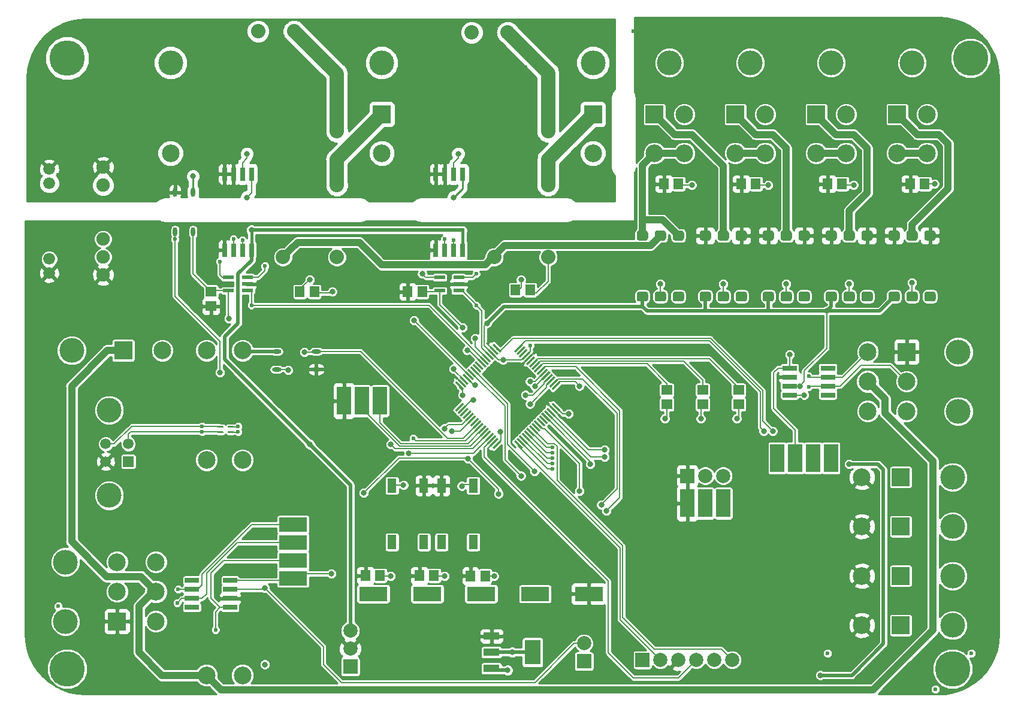
<source format=gbr>
G04 #@! TF.GenerationSoftware,KiCad,Pcbnew,5.0.2-bee76a0~70~ubuntu18.04.1*
G04 #@! TF.CreationDate,2019-01-12T17:32:51-05:00*
G04 #@! TF.ProjectId,Master_Board,4d617374-6572-45f4-926f-6172642e6b69,rev?*
G04 #@! TF.SameCoordinates,Original*
G04 #@! TF.FileFunction,Copper,L1,Top*
G04 #@! TF.FilePolarity,Positive*
%FSLAX46Y46*%
G04 Gerber Fmt 4.6, Leading zero omitted, Abs format (unit mm)*
G04 Created by KiCad (PCBNEW 5.0.2-bee76a0~70~ubuntu18.04.1) date Sat 12 Jan 2019 05:32:51 PM EST*
%MOMM*%
%LPD*%
G01*
G04 APERTURE LIST*
G04 #@! TA.AperFunction,ComponentPad*
%ADD10C,1.905000*%
G04 #@! TD*
G04 #@! TA.AperFunction,ComponentPad*
%ADD11C,2.032000*%
G04 #@! TD*
G04 #@! TA.AperFunction,ComponentPad*
%ADD12C,1.676400*%
G04 #@! TD*
G04 #@! TA.AperFunction,SMDPad,CuDef*
%ADD13R,1.500000X1.400000*%
G04 #@! TD*
G04 #@! TA.AperFunction,ComponentPad*
%ADD14C,2.500000*%
G04 #@! TD*
G04 #@! TA.AperFunction,Conductor*
%ADD15C,0.100000*%
G04 #@! TD*
G04 #@! TA.AperFunction,SMDPad,CuDef*
%ADD16C,0.250000*%
G04 #@! TD*
G04 #@! TA.AperFunction,ComponentPad*
%ADD17C,3.508000*%
G04 #@! TD*
G04 #@! TA.AperFunction,ComponentPad*
%ADD18R,2.500000X2.500000*%
G04 #@! TD*
G04 #@! TA.AperFunction,ComponentPad*
%ADD19C,2.000000*%
G04 #@! TD*
G04 #@! TA.AperFunction,ComponentPad*
%ADD20R,2.000000X2.000000*%
G04 #@! TD*
G04 #@! TA.AperFunction,SMDPad,CuDef*
%ADD21R,1.300000X2.000000*%
G04 #@! TD*
G04 #@! TA.AperFunction,ComponentPad*
%ADD22R,2.000000X4.000000*%
G04 #@! TD*
G04 #@! TA.AperFunction,ComponentPad*
%ADD23R,4.000000X2.000000*%
G04 #@! TD*
G04 #@! TA.AperFunction,SMDPad,CuDef*
%ADD24C,0.300000*%
G04 #@! TD*
G04 #@! TA.AperFunction,SMDPad,CuDef*
%ADD25R,2.250000X1.000000*%
G04 #@! TD*
G04 #@! TA.AperFunction,SMDPad,CuDef*
%ADD26R,2.250000X3.500000*%
G04 #@! TD*
G04 #@! TA.AperFunction,SMDPad,CuDef*
%ADD27R,2.000000X0.750000*%
G04 #@! TD*
G04 #@! TA.AperFunction,SMDPad,CuDef*
%ADD28C,1.400000*%
G04 #@! TD*
G04 #@! TA.AperFunction,SMDPad,CuDef*
%ADD29O,1.300000X0.600000*%
G04 #@! TD*
G04 #@! TA.AperFunction,SMDPad,CuDef*
%ADD30R,0.635000X1.905000*%
G04 #@! TD*
G04 #@! TA.AperFunction,SMDPad,CuDef*
%ADD31R,1.500000X0.550000*%
G04 #@! TD*
G04 #@! TA.AperFunction,SMDPad,CuDef*
%ADD32O,0.600000X1.300000*%
G04 #@! TD*
G04 #@! TA.AperFunction,SMDPad,CuDef*
%ADD33R,1.400000X1.500000*%
G04 #@! TD*
G04 #@! TA.AperFunction,ComponentPad*
%ADD34C,5.000000*%
G04 #@! TD*
G04 #@! TA.AperFunction,ComponentPad*
%ADD35C,1.500000*%
G04 #@! TD*
G04 #@! TA.AperFunction,ComponentPad*
%ADD36R,1.500000X1.500000*%
G04 #@! TD*
G04 #@! TA.AperFunction,ComponentPad*
%ADD37C,3.500000*%
G04 #@! TD*
G04 #@! TA.AperFunction,ViaPad*
%ADD38C,0.800000*%
G04 #@! TD*
G04 #@! TA.AperFunction,ViaPad*
%ADD39C,0.600000*%
G04 #@! TD*
G04 #@! TA.AperFunction,Conductor*
%ADD40C,0.203200*%
G04 #@! TD*
G04 #@! TA.AperFunction,Conductor*
%ADD41C,0.508000*%
G04 #@! TD*
G04 #@! TA.AperFunction,Conductor*
%ADD42C,0.400000*%
G04 #@! TD*
G04 #@! TA.AperFunction,Conductor*
%ADD43C,1.000000*%
G04 #@! TD*
G04 #@! TA.AperFunction,Conductor*
%ADD44C,0.254000*%
G04 #@! TD*
G04 #@! TA.AperFunction,Conductor*
%ADD45C,2.000000*%
G04 #@! TD*
G04 #@! TA.AperFunction,Conductor*
%ADD46C,0.200000*%
G04 #@! TD*
G04 APERTURE END LIST*
D10*
G04 #@! TO.P,U902,1*
G04 #@! TO.N,DGND*
X94742000Y-74168000D03*
G04 #@! TO.P,U902,2*
G04 #@! TO.N,Net-(C907-Pad1)*
X94742000Y-71628000D03*
G04 #@! TO.P,U902,3*
G04 #@! TO.N,Net-(D903-Pad1)*
X94742000Y-69088000D03*
G04 #@! TO.P,U902,6*
G04 #@! TO.N,5V_HP*
X94742000Y-61468000D03*
G04 #@! TO.P,U902,7*
G04 #@! TO.N,AGND*
X94742000Y-58928000D03*
G04 #@! TD*
D11*
G04 #@! TO.P,R701,1*
G04 #@! TO.N,Net-(D701-Pad1)*
X116652000Y-39698184D03*
G04 #@! TO.P,R701,2*
G04 #@! TO.N,Net-(R701-Pad2)*
X121732000Y-39698184D03*
G04 #@! TD*
G04 #@! TO.P,R702,1*
G04 #@! TO.N,Net-(D702-Pad1)*
X146812000Y-39878000D03*
G04 #@! TO.P,R702,2*
G04 #@! TO.N,Net-(R702-Pad2)*
X151892000Y-39878000D03*
G04 #@! TD*
D12*
G04 #@! TO.P,C903,1*
G04 #@! TO.N,5V_HP*
X87122000Y-61198000D03*
G04 #@! TO.P,C903,2*
G04 #@! TO.N,AGND*
X87122000Y-59198000D03*
G04 #@! TD*
G04 #@! TO.P,C910,1*
G04 #@! TO.N,Net-(C907-Pad1)*
X87122000Y-71898000D03*
G04 #@! TO.P,C910,2*
G04 #@! TO.N,DGND*
X87122000Y-73898000D03*
G04 #@! TD*
D13*
G04 #@! TO.P,D201,2*
G04 #@! TO.N,/PC2*
X184531000Y-90420691D03*
G04 #@! TO.P,D201,1*
G04 #@! TO.N,Net-(D201-Pad1)*
X184531000Y-92470691D03*
G04 #@! TD*
G04 #@! TO.P,D202,2*
G04 #@! TO.N,/PC1*
X179451000Y-90420691D03*
G04 #@! TO.P,D202,1*
G04 #@! TO.N,Net-(D202-Pad1)*
X179451000Y-92470691D03*
G04 #@! TD*
G04 #@! TO.P,D203,2*
G04 #@! TO.N,/PC0*
X174371000Y-90420691D03*
G04 #@! TO.P,D203,1*
G04 #@! TO.N,Net-(D203-Pad1)*
X174371000Y-92470691D03*
G04 #@! TD*
D14*
G04 #@! TO.P,F301,2*
G04 #@! TO.N,12V*
X114427000Y-130757184D03*
G04 #@! TO.P,F301,1*
G04 #@! TO.N,CAN_PWR*
X109347000Y-130757184D03*
G04 #@! TD*
G04 #@! TO.P,F601,2*
G04 #@! TO.N,/12V_Mush*
X114427000Y-84836000D03*
G04 #@! TO.P,F601,1*
G04 #@! TO.N,Net-(F601-Pad1)*
X109347000Y-84836000D03*
G04 #@! TD*
G04 #@! TO.P,F1001,2*
G04 #@! TO.N,Net-(D1001-Pad4)*
X114427000Y-100330000D03*
G04 #@! TO.P,F1001,1*
G04 #@! TO.N,Net-(F1001-Pad1)*
X109347000Y-100330000D03*
G04 #@! TD*
D15*
G04 #@! TO.N,/USB/D+*
G04 #@! TO.C,FL1001*
G36*
X111657626Y-95512301D02*
X111663693Y-95513201D01*
X111669643Y-95514691D01*
X111675418Y-95516758D01*
X111680962Y-95519380D01*
X111686223Y-95522533D01*
X111691150Y-95526187D01*
X111695694Y-95530306D01*
X111699813Y-95534850D01*
X111703467Y-95539777D01*
X111706620Y-95545038D01*
X111709242Y-95550582D01*
X111711309Y-95556357D01*
X111712799Y-95562307D01*
X111713699Y-95568374D01*
X111714000Y-95574500D01*
X111714000Y-95699500D01*
X111713699Y-95705626D01*
X111712799Y-95711693D01*
X111711309Y-95717643D01*
X111709242Y-95723418D01*
X111706620Y-95728962D01*
X111703467Y-95734223D01*
X111699813Y-95739150D01*
X111695694Y-95743694D01*
X111691150Y-95747813D01*
X111686223Y-95751467D01*
X111680962Y-95754620D01*
X111675418Y-95757242D01*
X111669643Y-95759309D01*
X111663693Y-95760799D01*
X111657626Y-95761699D01*
X111651500Y-95762000D01*
X110926500Y-95762000D01*
X110920374Y-95761699D01*
X110914307Y-95760799D01*
X110908357Y-95759309D01*
X110902582Y-95757242D01*
X110897038Y-95754620D01*
X110891777Y-95751467D01*
X110886850Y-95747813D01*
X110882306Y-95743694D01*
X110878187Y-95739150D01*
X110874533Y-95734223D01*
X110871380Y-95728962D01*
X110868758Y-95723418D01*
X110866691Y-95717643D01*
X110865201Y-95711693D01*
X110864301Y-95705626D01*
X110864000Y-95699500D01*
X110864000Y-95574500D01*
X110864301Y-95568374D01*
X110865201Y-95562307D01*
X110866691Y-95556357D01*
X110868758Y-95550582D01*
X110871380Y-95545038D01*
X110874533Y-95539777D01*
X110878187Y-95534850D01*
X110882306Y-95530306D01*
X110886850Y-95526187D01*
X110891777Y-95522533D01*
X110897038Y-95519380D01*
X110902582Y-95516758D01*
X110908357Y-95514691D01*
X110914307Y-95513201D01*
X110920374Y-95512301D01*
X110926500Y-95512000D01*
X111651500Y-95512000D01*
X111657626Y-95512301D01*
X111657626Y-95512301D01*
G37*
D16*
G04 #@! TD*
G04 #@! TO.P,FL1001,1*
G04 #@! TO.N,/USB/D+*
X111289000Y-95637000D03*
D15*
G04 #@! TO.N,/USB/D-*
G04 #@! TO.C,FL1001*
G36*
X111657626Y-96262301D02*
X111663693Y-96263201D01*
X111669643Y-96264691D01*
X111675418Y-96266758D01*
X111680962Y-96269380D01*
X111686223Y-96272533D01*
X111691150Y-96276187D01*
X111695694Y-96280306D01*
X111699813Y-96284850D01*
X111703467Y-96289777D01*
X111706620Y-96295038D01*
X111709242Y-96300582D01*
X111711309Y-96306357D01*
X111712799Y-96312307D01*
X111713699Y-96318374D01*
X111714000Y-96324500D01*
X111714000Y-96449500D01*
X111713699Y-96455626D01*
X111712799Y-96461693D01*
X111711309Y-96467643D01*
X111709242Y-96473418D01*
X111706620Y-96478962D01*
X111703467Y-96484223D01*
X111699813Y-96489150D01*
X111695694Y-96493694D01*
X111691150Y-96497813D01*
X111686223Y-96501467D01*
X111680962Y-96504620D01*
X111675418Y-96507242D01*
X111669643Y-96509309D01*
X111663693Y-96510799D01*
X111657626Y-96511699D01*
X111651500Y-96512000D01*
X110926500Y-96512000D01*
X110920374Y-96511699D01*
X110914307Y-96510799D01*
X110908357Y-96509309D01*
X110902582Y-96507242D01*
X110897038Y-96504620D01*
X110891777Y-96501467D01*
X110886850Y-96497813D01*
X110882306Y-96493694D01*
X110878187Y-96489150D01*
X110874533Y-96484223D01*
X110871380Y-96478962D01*
X110868758Y-96473418D01*
X110866691Y-96467643D01*
X110865201Y-96461693D01*
X110864301Y-96455626D01*
X110864000Y-96449500D01*
X110864000Y-96324500D01*
X110864301Y-96318374D01*
X110865201Y-96312307D01*
X110866691Y-96306357D01*
X110868758Y-96300582D01*
X110871380Y-96295038D01*
X110874533Y-96289777D01*
X110878187Y-96284850D01*
X110882306Y-96280306D01*
X110886850Y-96276187D01*
X110891777Y-96272533D01*
X110897038Y-96269380D01*
X110902582Y-96266758D01*
X110908357Y-96264691D01*
X110914307Y-96263201D01*
X110920374Y-96262301D01*
X110926500Y-96262000D01*
X111651500Y-96262000D01*
X111657626Y-96262301D01*
X111657626Y-96262301D01*
G37*
D16*
G04 #@! TD*
G04 #@! TO.P,FL1001,4*
G04 #@! TO.N,/USB/D-*
X111289000Y-96387000D03*
D15*
G04 #@! TO.N,Net-(FL1001-Pad2)*
G04 #@! TO.C,FL1001*
G36*
X113107626Y-95512301D02*
X113113693Y-95513201D01*
X113119643Y-95514691D01*
X113125418Y-95516758D01*
X113130962Y-95519380D01*
X113136223Y-95522533D01*
X113141150Y-95526187D01*
X113145694Y-95530306D01*
X113149813Y-95534850D01*
X113153467Y-95539777D01*
X113156620Y-95545038D01*
X113159242Y-95550582D01*
X113161309Y-95556357D01*
X113162799Y-95562307D01*
X113163699Y-95568374D01*
X113164000Y-95574500D01*
X113164000Y-95699500D01*
X113163699Y-95705626D01*
X113162799Y-95711693D01*
X113161309Y-95717643D01*
X113159242Y-95723418D01*
X113156620Y-95728962D01*
X113153467Y-95734223D01*
X113149813Y-95739150D01*
X113145694Y-95743694D01*
X113141150Y-95747813D01*
X113136223Y-95751467D01*
X113130962Y-95754620D01*
X113125418Y-95757242D01*
X113119643Y-95759309D01*
X113113693Y-95760799D01*
X113107626Y-95761699D01*
X113101500Y-95762000D01*
X112376500Y-95762000D01*
X112370374Y-95761699D01*
X112364307Y-95760799D01*
X112358357Y-95759309D01*
X112352582Y-95757242D01*
X112347038Y-95754620D01*
X112341777Y-95751467D01*
X112336850Y-95747813D01*
X112332306Y-95743694D01*
X112328187Y-95739150D01*
X112324533Y-95734223D01*
X112321380Y-95728962D01*
X112318758Y-95723418D01*
X112316691Y-95717643D01*
X112315201Y-95711693D01*
X112314301Y-95705626D01*
X112314000Y-95699500D01*
X112314000Y-95574500D01*
X112314301Y-95568374D01*
X112315201Y-95562307D01*
X112316691Y-95556357D01*
X112318758Y-95550582D01*
X112321380Y-95545038D01*
X112324533Y-95539777D01*
X112328187Y-95534850D01*
X112332306Y-95530306D01*
X112336850Y-95526187D01*
X112341777Y-95522533D01*
X112347038Y-95519380D01*
X112352582Y-95516758D01*
X112358357Y-95514691D01*
X112364307Y-95513201D01*
X112370374Y-95512301D01*
X112376500Y-95512000D01*
X113101500Y-95512000D01*
X113107626Y-95512301D01*
X113107626Y-95512301D01*
G37*
D16*
G04 #@! TD*
G04 #@! TO.P,FL1001,2*
G04 #@! TO.N,Net-(FL1001-Pad2)*
X112739000Y-95637000D03*
D15*
G04 #@! TO.N,Net-(FL1001-Pad3)*
G04 #@! TO.C,FL1001*
G36*
X113107626Y-96262301D02*
X113113693Y-96263201D01*
X113119643Y-96264691D01*
X113125418Y-96266758D01*
X113130962Y-96269380D01*
X113136223Y-96272533D01*
X113141150Y-96276187D01*
X113145694Y-96280306D01*
X113149813Y-96284850D01*
X113153467Y-96289777D01*
X113156620Y-96295038D01*
X113159242Y-96300582D01*
X113161309Y-96306357D01*
X113162799Y-96312307D01*
X113163699Y-96318374D01*
X113164000Y-96324500D01*
X113164000Y-96449500D01*
X113163699Y-96455626D01*
X113162799Y-96461693D01*
X113161309Y-96467643D01*
X113159242Y-96473418D01*
X113156620Y-96478962D01*
X113153467Y-96484223D01*
X113149813Y-96489150D01*
X113145694Y-96493694D01*
X113141150Y-96497813D01*
X113136223Y-96501467D01*
X113130962Y-96504620D01*
X113125418Y-96507242D01*
X113119643Y-96509309D01*
X113113693Y-96510799D01*
X113107626Y-96511699D01*
X113101500Y-96512000D01*
X112376500Y-96512000D01*
X112370374Y-96511699D01*
X112364307Y-96510799D01*
X112358357Y-96509309D01*
X112352582Y-96507242D01*
X112347038Y-96504620D01*
X112341777Y-96501467D01*
X112336850Y-96497813D01*
X112332306Y-96493694D01*
X112328187Y-96489150D01*
X112324533Y-96484223D01*
X112321380Y-96478962D01*
X112318758Y-96473418D01*
X112316691Y-96467643D01*
X112315201Y-96461693D01*
X112314301Y-96455626D01*
X112314000Y-96449500D01*
X112314000Y-96324500D01*
X112314301Y-96318374D01*
X112315201Y-96312307D01*
X112316691Y-96306357D01*
X112318758Y-96300582D01*
X112321380Y-96295038D01*
X112324533Y-96289777D01*
X112328187Y-96284850D01*
X112332306Y-96280306D01*
X112336850Y-96276187D01*
X112341777Y-96272533D01*
X112347038Y-96269380D01*
X112352582Y-96266758D01*
X112358357Y-96264691D01*
X112364307Y-96263201D01*
X112370374Y-96262301D01*
X112376500Y-96262000D01*
X113101500Y-96262000D01*
X113107626Y-96262301D01*
X113107626Y-96262301D01*
G37*
D16*
G04 #@! TD*
G04 #@! TO.P,FL1001,3*
G04 #@! TO.N,Net-(FL1001-Pad3)*
X112739000Y-96387000D03*
D17*
G04 #@! TO.P,J101,3*
G04 #@! TO.N,N/C*
X104267000Y-44143184D03*
D18*
G04 #@! TO.P,J101,1*
G04 #@! TO.N,AGND*
X104267000Y-51443184D03*
D14*
G04 #@! TO.P,J101,2*
G04 #@! TO.N,/HV_Low_Side+*
X104267000Y-56943184D03*
G04 #@! TD*
D17*
G04 #@! TO.P,J102,3*
G04 #@! TO.N,N/C*
X134112000Y-44143184D03*
D18*
G04 #@! TO.P,J102,1*
G04 #@! TO.N,/HV_Mppt-*
X134112000Y-51443184D03*
D14*
G04 #@! TO.P,J102,2*
G04 #@! TO.N,/HV_Mppt+*
X134112000Y-56943184D03*
G04 #@! TD*
D17*
G04 #@! TO.P,J103,3*
G04 #@! TO.N,N/C*
X163957000Y-44143184D03*
D18*
G04 #@! TO.P,J103,1*
G04 #@! TO.N,/HV_High_Side-*
X163957000Y-51443184D03*
D14*
G04 #@! TO.P,J103,2*
G04 #@! TO.N,/HV_High_Side+*
X163957000Y-56943184D03*
G04 #@! TD*
D19*
G04 #@! TO.P,J201,3*
G04 #@! TO.N,/STM32F446/USART2_RX*
X182372000Y-102563184D03*
G04 #@! TO.P,J201,2*
G04 #@! TO.N,/STM32F446/USART2_TX*
X179832000Y-102563184D03*
D20*
G04 #@! TO.P,J201,1*
G04 #@! TO.N,DGND*
X177292000Y-102563184D03*
G04 #@! TD*
D19*
G04 #@! TO.P,J202,6*
G04 #@! TO.N,/STM32F446/SWO*
X183642000Y-128598184D03*
G04 #@! TO.P,J202,5*
G04 #@! TO.N,/NRST*
X181102000Y-128598184D03*
G04 #@! TO.P,J202,4*
G04 #@! TO.N,/STM32F446/SWDIO*
X178562000Y-128598184D03*
G04 #@! TO.P,J202,3*
G04 #@! TO.N,DGND*
X176022000Y-128598184D03*
G04 #@! TO.P,J202,2*
G04 #@! TO.N,/STM32F446/SWCLK*
X173482000Y-128598184D03*
D20*
G04 #@! TO.P,J202,1*
G04 #@! TO.N,VDD*
X170942000Y-128598184D03*
G04 #@! TD*
D19*
G04 #@! TO.P,J301,2*
G04 #@! TO.N,VDD*
X162687000Y-126238000D03*
D20*
G04 #@! TO.P,J301,1*
G04 #@! TO.N,3.3V*
X162687000Y-128778000D03*
G04 #@! TD*
D17*
G04 #@! TO.P,J401,7*
G04 #@! TO.N,N/C*
X215583600Y-85028184D03*
X215583600Y-85028184D03*
X215583600Y-85028184D03*
X215583600Y-85028184D03*
D18*
G04 #@! TO.P,J401,1*
G04 #@! TO.N,DGND*
X208283600Y-85028184D03*
X208283600Y-85028184D03*
X208283600Y-85028184D03*
D14*
G04 #@! TO.P,J401,6*
G04 #@! TO.N,/CAN1/Shield1*
X202783600Y-93428184D03*
X202783600Y-93428184D03*
X202783600Y-93428184D03*
G04 #@! TO.P,J401,5*
G04 #@! TO.N,CAN_PWR*
X202783600Y-89228184D03*
G04 #@! TO.P,J401,6*
G04 #@! TO.N,/CAN1/Shield1*
X202783600Y-93428184D03*
G04 #@! TO.P,J401,5*
G04 #@! TO.N,CAN_PWR*
X202783600Y-89228184D03*
X202783600Y-89228184D03*
X202783600Y-89228184D03*
G04 #@! TO.P,J401,4*
G04 #@! TO.N,/CAN1/CAN_P*
X202783600Y-85028184D03*
X202783600Y-85028184D03*
X202783600Y-85028184D03*
X202783600Y-85028184D03*
G04 #@! TO.P,J401,2*
G04 #@! TO.N,/CAN1/CAN_N*
X208283600Y-89228184D03*
X208283600Y-89228184D03*
X208283600Y-89228184D03*
X208283600Y-89228184D03*
D18*
G04 #@! TO.P,J401,1*
G04 #@! TO.N,DGND*
X208283600Y-85028184D03*
D17*
G04 #@! TO.P,J401,8*
G04 #@! TO.N,N/C*
X215583600Y-93428184D03*
X215583600Y-93428184D03*
D14*
G04 #@! TO.P,J401,3*
G04 #@! TO.N,/CAN1/Shield1*
X208283600Y-93428184D03*
D17*
G04 #@! TO.P,J401,8*
G04 #@! TO.N,N/C*
X215583600Y-93428184D03*
X215583600Y-93428184D03*
D14*
G04 #@! TO.P,J401,3*
G04 #@! TO.N,/CAN1/Shield1*
X208283600Y-93428184D03*
X208283600Y-93428184D03*
X208283600Y-93428184D03*
G04 #@! TO.P,J401,6*
X202783600Y-93428184D03*
G04 #@! TO.P,J401,5*
G04 #@! TO.N,CAN_PWR*
X202783600Y-89228184D03*
G04 #@! TO.P,J401,6*
G04 #@! TO.N,/CAN1/Shield1*
X202783600Y-93428184D03*
G04 #@! TO.P,J401,4*
G04 #@! TO.N,/CAN1/CAN_P*
X202783600Y-85028184D03*
G04 #@! TO.P,J401,5*
G04 #@! TO.N,CAN_PWR*
X202783600Y-89228184D03*
G04 #@! TO.P,J401,2*
G04 #@! TO.N,/CAN1/CAN_N*
X208283600Y-89228184D03*
X208283600Y-89228184D03*
D18*
G04 #@! TO.P,J401,1*
G04 #@! TO.N,DGND*
X208283600Y-85028184D03*
D14*
G04 #@! TO.P,J401,4*
G04 #@! TO.N,/CAN1/CAN_P*
X202783600Y-85028184D03*
D18*
G04 #@! TO.P,J401,1*
G04 #@! TO.N,DGND*
X208283600Y-85028184D03*
D14*
G04 #@! TO.P,J401,3*
G04 #@! TO.N,/CAN1/Shield1*
X208283600Y-93428184D03*
D17*
G04 #@! TO.P,J401,8*
G04 #@! TO.N,N/C*
X215583600Y-93428184D03*
D14*
G04 #@! TO.P,J401,3*
G04 #@! TO.N,/CAN1/Shield1*
X208283600Y-93428184D03*
D17*
G04 #@! TO.P,J401,8*
G04 #@! TO.N,N/C*
X215583600Y-93428184D03*
G04 #@! TO.P,J401,7*
X215583600Y-85028184D03*
X215583600Y-85028184D03*
X215583600Y-85028184D03*
D14*
G04 #@! TO.P,J401,2*
G04 #@! TO.N,/CAN1/CAN_N*
X208283600Y-89228184D03*
D18*
G04 #@! TO.P,J401,1*
G04 #@! TO.N,DGND*
X208283600Y-85028184D03*
D14*
G04 #@! TO.P,J401,4*
G04 #@! TO.N,/CAN1/CAN_P*
X202783600Y-85028184D03*
G04 #@! TO.P,J401,5*
G04 #@! TO.N,CAN_PWR*
X202783600Y-89228184D03*
G04 #@! TO.P,J401,6*
G04 #@! TO.N,/CAN1/Shield1*
X202783600Y-93428184D03*
D17*
G04 #@! TO.P,J401,8*
G04 #@! TO.N,N/C*
X215583600Y-93428184D03*
D14*
G04 #@! TO.P,J401,3*
G04 #@! TO.N,/CAN1/Shield1*
X208283600Y-93428184D03*
D17*
G04 #@! TO.P,J401,7*
G04 #@! TO.N,N/C*
X215583600Y-85028184D03*
D14*
G04 #@! TO.P,J401,3*
G04 #@! TO.N,/CAN1/Shield1*
X208283600Y-93428184D03*
G04 #@! TO.P,J401,2*
G04 #@! TO.N,/CAN1/CAN_N*
X208283600Y-89228184D03*
D18*
G04 #@! TO.P,J401,1*
G04 #@! TO.N,DGND*
X208283600Y-85028184D03*
D14*
G04 #@! TO.P,J401,4*
G04 #@! TO.N,/CAN1/CAN_P*
X202783600Y-85028184D03*
G04 #@! TO.P,J401,5*
G04 #@! TO.N,CAN_PWR*
X202783600Y-89228184D03*
G04 #@! TO.P,J401,6*
G04 #@! TO.N,/CAN1/Shield1*
X202783600Y-93428184D03*
D17*
G04 #@! TO.P,J401,8*
G04 #@! TO.N,N/C*
X215583600Y-93428184D03*
G04 #@! TD*
G04 #@! TO.P,J601,5*
G04 #@! TO.N,N/C*
X174752000Y-44143184D03*
D14*
G04 #@! TO.P,J601,4*
G04 #@! TO.N,Net-(J601-Pad3)*
X176852000Y-56943184D03*
G04 #@! TO.P,J601,3*
X172652000Y-56943184D03*
G04 #@! TO.P,J601,2*
G04 #@! TO.N,Net-(J601-Pad2)*
X176852000Y-51443184D03*
D18*
G04 #@! TO.P,J601,1*
G04 #@! TO.N,Net-(J601-Pad1)*
X172652000Y-51443184D03*
G04 #@! TD*
D17*
G04 #@! TO.P,J602,5*
G04 #@! TO.N,N/C*
X197612000Y-44143184D03*
D14*
G04 #@! TO.P,J602,4*
G04 #@! TO.N,Net-(J601-Pad3)*
X199712000Y-56943184D03*
G04 #@! TO.P,J602,3*
X195512000Y-56943184D03*
G04 #@! TO.P,J602,2*
G04 #@! TO.N,Net-(J602-Pad2)*
X199712000Y-51443184D03*
D18*
G04 #@! TO.P,J602,1*
G04 #@! TO.N,Net-(J602-Pad1)*
X195512000Y-51443184D03*
G04 #@! TD*
D17*
G04 #@! TO.P,J603,5*
G04 #@! TO.N,N/C*
X186182000Y-44143184D03*
D14*
G04 #@! TO.P,J603,4*
G04 #@! TO.N,Net-(J601-Pad3)*
X188282000Y-56943184D03*
G04 #@! TO.P,J603,3*
X184082000Y-56943184D03*
G04 #@! TO.P,J603,2*
G04 #@! TO.N,Net-(J603-Pad2)*
X188282000Y-51443184D03*
D18*
G04 #@! TO.P,J603,1*
G04 #@! TO.N,Net-(J603-Pad1)*
X184082000Y-51443184D03*
G04 #@! TD*
D17*
G04 #@! TO.P,J605,3*
G04 #@! TO.N,N/C*
X90297000Y-84836000D03*
D18*
G04 #@! TO.P,J605,1*
G04 #@! TO.N,CAN_PWR*
X97597000Y-84836000D03*
D14*
G04 #@! TO.P,J605,2*
G04 #@! TO.N,Net-(F601-Pad1)*
X103097000Y-84836000D03*
G04 #@! TD*
D17*
G04 #@! TO.P,J801,3*
G04 #@! TO.N,N/C*
X214757000Y-102743000D03*
D18*
G04 #@! TO.P,J801,1*
G04 #@! TO.N,Net-(J801-Pad1)*
X207457000Y-102743000D03*
D14*
G04 #@! TO.P,J801,2*
G04 #@! TO.N,DGND*
X201957000Y-102743000D03*
G04 #@! TD*
D17*
G04 #@! TO.P,J802,3*
G04 #@! TO.N,N/C*
X214757000Y-109728000D03*
D18*
G04 #@! TO.P,J802,1*
G04 #@! TO.N,Net-(J802-Pad1)*
X207457000Y-109728000D03*
D14*
G04 #@! TO.P,J802,2*
G04 #@! TO.N,DGND*
X201957000Y-109728000D03*
G04 #@! TD*
D17*
G04 #@! TO.P,J803,3*
G04 #@! TO.N,N/C*
X214757000Y-116713000D03*
D18*
G04 #@! TO.P,J803,1*
G04 #@! TO.N,Net-(J803-Pad1)*
X207457000Y-116713000D03*
D14*
G04 #@! TO.P,J803,2*
G04 #@! TO.N,DGND*
X201957000Y-116713000D03*
G04 #@! TD*
D17*
G04 #@! TO.P,J804,3*
G04 #@! TO.N,N/C*
X214757000Y-123698000D03*
D18*
G04 #@! TO.P,J804,1*
G04 #@! TO.N,Net-(J804-Pad1)*
X207457000Y-123698000D03*
D14*
G04 #@! TO.P,J804,2*
G04 #@! TO.N,DGND*
X201957000Y-123698000D03*
G04 #@! TD*
D11*
G04 #@! TO.P,RL701,1*
G04 #@! TO.N,/12V_Mush*
X120142000Y-71628000D03*
G04 #@! TO.P,RL701,2*
G04 #@! TO.N,Net-(D704-Pad2)*
X127762000Y-71628000D03*
G04 #@! TO.P,RL701,3*
G04 #@! TO.N,/HV_Mppt-*
X127762000Y-61468000D03*
G04 #@! TO.P,RL701,4*
G04 #@! TO.N,Net-(R701-Pad2)*
X127762000Y-53848000D03*
G04 #@! TD*
G04 #@! TO.P,RL702,1*
G04 #@! TO.N,/12V_Mush*
X149987000Y-71628000D03*
G04 #@! TO.P,RL702,2*
G04 #@! TO.N,Net-(D703-Pad2)*
X157607000Y-71628000D03*
G04 #@! TO.P,RL702,3*
G04 #@! TO.N,/HV_High_Side-*
X157607000Y-61468000D03*
G04 #@! TO.P,RL702,4*
G04 #@! TO.N,Net-(R702-Pad2)*
X157607000Y-53848000D03*
G04 #@! TD*
D21*
G04 #@! TO.P,SW201,3*
G04 #@! TO.N,Net-(SW201-Pad3)*
X140068116Y-111944810D03*
G04 #@! TO.P,SW201,1*
G04 #@! TO.N,Net-(SW201-Pad1)*
X135568116Y-111944810D03*
G04 #@! TO.P,SW201,2*
G04 #@! TO.N,Net-(R201-Pad1)*
X135568116Y-103944810D03*
G04 #@! TO.P,SW201,4*
G04 #@! TO.N,DGND*
X140068116Y-103944810D03*
G04 #@! TD*
G04 #@! TO.P,SW202,3*
G04 #@! TO.N,DGND*
X142535035Y-103944810D03*
G04 #@! TO.P,SW202,1*
G04 #@! TO.N,Net-(R212-Pad1)*
X147035035Y-103944810D03*
G04 #@! TO.P,SW202,2*
G04 #@! TO.N,Net-(SW202-Pad2)*
X147035035Y-111944810D03*
G04 #@! TO.P,SW202,4*
G04 #@! TO.N,Net-(SW202-Pad4)*
X142535035Y-111944810D03*
G04 #@! TD*
D22*
G04 #@! TO.P,TP201,1*
G04 #@! TO.N,/STM32F446/PA2_TX*
X179832000Y-106438184D03*
G04 #@! TD*
G04 #@! TO.P,TP202,1*
G04 #@! TO.N,/STM32F446/PA3_RX*
X182372000Y-106438184D03*
G04 #@! TD*
G04 #@! TO.P,TP203,1*
G04 #@! TO.N,DGND*
X128778000Y-91960184D03*
G04 #@! TD*
G04 #@! TO.P,TP204,1*
G04 #@! TO.N,/STM32F446/PA10_RX*
X131318000Y-91960184D03*
G04 #@! TD*
G04 #@! TO.P,TP205,1*
G04 #@! TO.N,/STM32F446/PA9_TX*
X133858000Y-91960184D03*
G04 #@! TD*
G04 #@! TO.P,TP206,1*
G04 #@! TO.N,DGND*
X177292000Y-106438184D03*
G04 #@! TD*
D23*
G04 #@! TO.P,TP301,1*
G04 #@! TO.N,12V*
X132907000Y-119253000D03*
G04 #@! TD*
G04 #@! TO.P,TP302,1*
G04 #@! TO.N,DGND*
X163387000Y-119253000D03*
G04 #@! TD*
G04 #@! TO.P,TP303,1*
G04 #@! TO.N,5V*
X140527000Y-119253000D03*
G04 #@! TD*
G04 #@! TO.P,TP304,1*
G04 #@! TO.N,3.3V*
X148147000Y-119253000D03*
G04 #@! TD*
G04 #@! TO.P,TP305,1*
G04 #@! TO.N,VDD*
X155767000Y-119253000D03*
G04 #@! TD*
D22*
G04 #@! TO.P,TP401,1*
G04 #@! TO.N,Net-(C401-Pad2)*
X192522653Y-100043845D03*
G04 #@! TD*
G04 #@! TO.P,TP402,1*
G04 #@! TO.N,/PB8*
X189982653Y-100043845D03*
G04 #@! TD*
G04 #@! TO.P,TP403,1*
G04 #@! TO.N,/CAN1/CAN_P*
X197602653Y-100043845D03*
G04 #@! TD*
G04 #@! TO.P,TP404,1*
G04 #@! TO.N,/CAN1/CAN_N*
X195062653Y-100043845D03*
G04 #@! TD*
D23*
G04 #@! TO.P,TP501,1*
G04 #@! TO.N,Net-(C501-Pad1)*
X121584089Y-114549923D03*
G04 #@! TD*
G04 #@! TO.P,TP502,1*
G04 #@! TO.N,/PB5*
X121584089Y-117056840D03*
G04 #@! TD*
G04 #@! TO.P,TP503,1*
G04 #@! TO.N,/CAN2/CAN2_H*
X121584089Y-111976840D03*
G04 #@! TD*
G04 #@! TO.P,TP504,1*
G04 #@! TO.N,/CAN2/CAN2_L*
X121584089Y-109436840D03*
G04 #@! TD*
D24*
G04 #@! TO.P,U201,64*
G04 #@! TO.N,VDD*
X158715580Y-92833280D03*
D15*
G04 #@! TD*
G04 #@! TO.N,VDD*
G04 #@! TO.C,U201*
G36*
X159351976Y-93257544D02*
X159139844Y-93469676D01*
X158079184Y-92409016D01*
X158291316Y-92196884D01*
X159351976Y-93257544D01*
X159351976Y-93257544D01*
G37*
D24*
G04 #@! TO.P,U201,63*
G04 #@! TO.N,DGND*
X158362027Y-93186833D03*
D15*
G04 #@! TD*
G04 #@! TO.N,DGND*
G04 #@! TO.C,U201*
G36*
X158998423Y-93611097D02*
X158786291Y-93823229D01*
X157725631Y-92762569D01*
X157937763Y-92550437D01*
X158998423Y-93611097D01*
X158998423Y-93611097D01*
G37*
D24*
G04 #@! TO.P,U201,62*
G04 #@! TO.N,/PB9*
X158008474Y-93540386D03*
D15*
G04 #@! TD*
G04 #@! TO.N,/PB9*
G04 #@! TO.C,U201*
G36*
X158644870Y-93964650D02*
X158432738Y-94176782D01*
X157372078Y-93116122D01*
X157584210Y-92903990D01*
X158644870Y-93964650D01*
X158644870Y-93964650D01*
G37*
D24*
G04 #@! TO.P,U201,61*
G04 #@! TO.N,/PB8*
X157654920Y-93893940D03*
D15*
G04 #@! TD*
G04 #@! TO.N,/PB8*
G04 #@! TO.C,U201*
G36*
X158291316Y-94318204D02*
X158079184Y-94530336D01*
X157018524Y-93469676D01*
X157230656Y-93257544D01*
X158291316Y-94318204D01*
X158291316Y-94318204D01*
G37*
D24*
G04 #@! TO.P,U201,60*
G04 #@! TO.N,/BOOT0*
X157301367Y-94247493D03*
D15*
G04 #@! TD*
G04 #@! TO.N,/BOOT0*
G04 #@! TO.C,U201*
G36*
X157937763Y-94671757D02*
X157725631Y-94883889D01*
X156664971Y-93823229D01*
X156877103Y-93611097D01*
X157937763Y-94671757D01*
X157937763Y-94671757D01*
G37*
D24*
G04 #@! TO.P,U201,59*
G04 #@! TO.N,/PB7*
X156947813Y-94601047D03*
D15*
G04 #@! TD*
G04 #@! TO.N,/PB7*
G04 #@! TO.C,U201*
G36*
X157584209Y-95025311D02*
X157372077Y-95237443D01*
X156311417Y-94176783D01*
X156523549Y-93964651D01*
X157584209Y-95025311D01*
X157584209Y-95025311D01*
G37*
D24*
G04 #@! TO.P,U201,58*
G04 #@! TO.N,/PB6*
X156594260Y-94954600D03*
D15*
G04 #@! TD*
G04 #@! TO.N,/PB6*
G04 #@! TO.C,U201*
G36*
X157230656Y-95378864D02*
X157018524Y-95590996D01*
X155957864Y-94530336D01*
X156169996Y-94318204D01*
X157230656Y-95378864D01*
X157230656Y-95378864D01*
G37*
D24*
G04 #@! TO.P,U201,57*
G04 #@! TO.N,/PB5*
X156240707Y-95308153D03*
D15*
G04 #@! TD*
G04 #@! TO.N,/PB5*
G04 #@! TO.C,U201*
G36*
X156877103Y-95732417D02*
X156664971Y-95944549D01*
X155604311Y-94883889D01*
X155816443Y-94671757D01*
X156877103Y-95732417D01*
X156877103Y-95732417D01*
G37*
D24*
G04 #@! TO.P,U201,56*
G04 #@! TO.N,/PB4*
X155887153Y-95661707D03*
D15*
G04 #@! TD*
G04 #@! TO.N,/PB4*
G04 #@! TO.C,U201*
G36*
X156523549Y-96085971D02*
X156311417Y-96298103D01*
X155250757Y-95237443D01*
X155462889Y-95025311D01*
X156523549Y-96085971D01*
X156523549Y-96085971D01*
G37*
D24*
G04 #@! TO.P,U201,55*
G04 #@! TO.N,/STM32F446/SWO*
X155533600Y-96015260D03*
D15*
G04 #@! TD*
G04 #@! TO.N,/STM32F446/SWO*
G04 #@! TO.C,U201*
G36*
X156169996Y-96439524D02*
X155957864Y-96651656D01*
X154897204Y-95590996D01*
X155109336Y-95378864D01*
X156169996Y-96439524D01*
X156169996Y-96439524D01*
G37*
D24*
G04 #@! TO.P,U201,54*
G04 #@! TO.N,/PD2*
X155180047Y-96368813D03*
D15*
G04 #@! TD*
G04 #@! TO.N,/PD2*
G04 #@! TO.C,U201*
G36*
X155816443Y-96793077D02*
X155604311Y-97005209D01*
X154543651Y-95944549D01*
X154755783Y-95732417D01*
X155816443Y-96793077D01*
X155816443Y-96793077D01*
G37*
D24*
G04 #@! TO.P,U201,53*
G04 #@! TO.N,/PC12*
X154826493Y-96722367D03*
D15*
G04 #@! TD*
G04 #@! TO.N,/PC12*
G04 #@! TO.C,U201*
G36*
X155462889Y-97146631D02*
X155250757Y-97358763D01*
X154190097Y-96298103D01*
X154402229Y-96085971D01*
X155462889Y-97146631D01*
X155462889Y-97146631D01*
G37*
D24*
G04 #@! TO.P,U201,52*
G04 #@! TO.N,/PC11*
X154472940Y-97075920D03*
D15*
G04 #@! TD*
G04 #@! TO.N,/PC11*
G04 #@! TO.C,U201*
G36*
X155109336Y-97500184D02*
X154897204Y-97712316D01*
X153836544Y-96651656D01*
X154048676Y-96439524D01*
X155109336Y-97500184D01*
X155109336Y-97500184D01*
G37*
D24*
G04 #@! TO.P,U201,51*
G04 #@! TO.N,/PC10*
X154119386Y-97429474D03*
D15*
G04 #@! TD*
G04 #@! TO.N,/PC10*
G04 #@! TO.C,U201*
G36*
X154755782Y-97853738D02*
X154543650Y-98065870D01*
X153482990Y-97005210D01*
X153695122Y-96793078D01*
X154755782Y-97853738D01*
X154755782Y-97853738D01*
G37*
D24*
G04 #@! TO.P,U201,50*
G04 #@! TO.N,/PA15*
X153765833Y-97783027D03*
D15*
G04 #@! TD*
G04 #@! TO.N,/PA15*
G04 #@! TO.C,U201*
G36*
X154402229Y-98207291D02*
X154190097Y-98419423D01*
X153129437Y-97358763D01*
X153341569Y-97146631D01*
X154402229Y-98207291D01*
X154402229Y-98207291D01*
G37*
D24*
G04 #@! TO.P,U201,49*
G04 #@! TO.N,/STM32F446/SWCLK*
X153412280Y-98136580D03*
D15*
G04 #@! TD*
G04 #@! TO.N,/STM32F446/SWCLK*
G04 #@! TO.C,U201*
G36*
X154048676Y-98560844D02*
X153836544Y-98772976D01*
X152775884Y-97712316D01*
X152988016Y-97500184D01*
X154048676Y-98560844D01*
X154048676Y-98560844D01*
G37*
D24*
G04 #@! TO.P,U201,32*
G04 #@! TO.N,VDD*
X145068420Y-89792720D03*
D15*
G04 #@! TD*
G04 #@! TO.N,VDD*
G04 #@! TO.C,U201*
G36*
X145704816Y-90216984D02*
X145492684Y-90429116D01*
X144432024Y-89368456D01*
X144644156Y-89156324D01*
X145704816Y-90216984D01*
X145704816Y-90216984D01*
G37*
D24*
G04 #@! TO.P,U201,31*
G04 #@! TO.N,DGND*
X145421973Y-89439167D03*
D15*
G04 #@! TD*
G04 #@! TO.N,DGND*
G04 #@! TO.C,U201*
G36*
X146058369Y-89863431D02*
X145846237Y-90075563D01*
X144785577Y-89014903D01*
X144997709Y-88802771D01*
X146058369Y-89863431D01*
X146058369Y-89863431D01*
G37*
D24*
G04 #@! TO.P,U201,30*
G04 #@! TO.N,Net-(C213-Pad2)*
X145775526Y-89085614D03*
D15*
G04 #@! TD*
G04 #@! TO.N,Net-(C213-Pad2)*
G04 #@! TO.C,U201*
G36*
X146411922Y-89509878D02*
X146199790Y-89722010D01*
X145139130Y-88661350D01*
X145351262Y-88449218D01*
X146411922Y-89509878D01*
X146411922Y-89509878D01*
G37*
D24*
G04 #@! TO.P,U201,29*
G04 #@! TO.N,/PB10*
X146129080Y-88732060D03*
D15*
G04 #@! TD*
G04 #@! TO.N,/PB10*
G04 #@! TO.C,U201*
G36*
X146765476Y-89156324D02*
X146553344Y-89368456D01*
X145492684Y-88307796D01*
X145704816Y-88095664D01*
X146765476Y-89156324D01*
X146765476Y-89156324D01*
G37*
D24*
G04 #@! TO.P,U201,28*
G04 #@! TO.N,/PB2*
X146482633Y-88378507D03*
D15*
G04 #@! TD*
G04 #@! TO.N,/PB2*
G04 #@! TO.C,U201*
G36*
X147119029Y-88802771D02*
X146906897Y-89014903D01*
X145846237Y-87954243D01*
X146058369Y-87742111D01*
X147119029Y-88802771D01*
X147119029Y-88802771D01*
G37*
D24*
G04 #@! TO.P,U201,27*
G04 #@! TO.N,/PB1*
X146836187Y-88024953D03*
D15*
G04 #@! TD*
G04 #@! TO.N,/PB1*
G04 #@! TO.C,U201*
G36*
X147472583Y-88449217D02*
X147260451Y-88661349D01*
X146199791Y-87600689D01*
X146411923Y-87388557D01*
X147472583Y-88449217D01*
X147472583Y-88449217D01*
G37*
D24*
G04 #@! TO.P,U201,26*
G04 #@! TO.N,/PB0*
X147189740Y-87671400D03*
D15*
G04 #@! TD*
G04 #@! TO.N,/PB0*
G04 #@! TO.C,U201*
G36*
X147826136Y-88095664D02*
X147614004Y-88307796D01*
X146553344Y-87247136D01*
X146765476Y-87035004D01*
X147826136Y-88095664D01*
X147826136Y-88095664D01*
G37*
D24*
G04 #@! TO.P,U201,25*
G04 #@! TO.N,/PC5*
X147543293Y-87317847D03*
D15*
G04 #@! TD*
G04 #@! TO.N,/PC5*
G04 #@! TO.C,U201*
G36*
X148179689Y-87742111D02*
X147967557Y-87954243D01*
X146906897Y-86893583D01*
X147119029Y-86681451D01*
X148179689Y-87742111D01*
X148179689Y-87742111D01*
G37*
D24*
G04 #@! TO.P,U201,24*
G04 #@! TO.N,/PC4*
X147896847Y-86964293D03*
D15*
G04 #@! TD*
G04 #@! TO.N,/PC4*
G04 #@! TO.C,U201*
G36*
X148533243Y-87388557D02*
X148321111Y-87600689D01*
X147260451Y-86540029D01*
X147472583Y-86327897D01*
X148533243Y-87388557D01*
X148533243Y-87388557D01*
G37*
D24*
G04 #@! TO.P,U201,23*
G04 #@! TO.N,/PA7*
X148250400Y-86610740D03*
D15*
G04 #@! TD*
G04 #@! TO.N,/PA7*
G04 #@! TO.C,U201*
G36*
X148886796Y-87035004D02*
X148674664Y-87247136D01*
X147614004Y-86186476D01*
X147826136Y-85974344D01*
X148886796Y-87035004D01*
X148886796Y-87035004D01*
G37*
D24*
G04 #@! TO.P,U201,22*
G04 #@! TO.N,/PA6*
X148603953Y-86257187D03*
D15*
G04 #@! TD*
G04 #@! TO.N,/PA6*
G04 #@! TO.C,U201*
G36*
X149240349Y-86681451D02*
X149028217Y-86893583D01*
X147967557Y-85832923D01*
X148179689Y-85620791D01*
X149240349Y-86681451D01*
X149240349Y-86681451D01*
G37*
D24*
G04 #@! TO.P,U201,21*
G04 #@! TO.N,/PA5*
X148957507Y-85903633D03*
D15*
G04 #@! TD*
G04 #@! TO.N,/PA5*
G04 #@! TO.C,U201*
G36*
X149593903Y-86327897D02*
X149381771Y-86540029D01*
X148321111Y-85479369D01*
X148533243Y-85267237D01*
X149593903Y-86327897D01*
X149593903Y-86327897D01*
G37*
D24*
G04 #@! TO.P,U201,20*
G04 #@! TO.N,/PA4*
X149311060Y-85550080D03*
D15*
G04 #@! TD*
G04 #@! TO.N,/PA4*
G04 #@! TO.C,U201*
G36*
X149947456Y-85974344D02*
X149735324Y-86186476D01*
X148674664Y-85125816D01*
X148886796Y-84913684D01*
X149947456Y-85974344D01*
X149947456Y-85974344D01*
G37*
D24*
G04 #@! TO.P,U201,19*
G04 #@! TO.N,VDD*
X149664614Y-85196526D03*
D15*
G04 #@! TD*
G04 #@! TO.N,VDD*
G04 #@! TO.C,U201*
G36*
X150301010Y-85620790D02*
X150088878Y-85832922D01*
X149028218Y-84772262D01*
X149240350Y-84560130D01*
X150301010Y-85620790D01*
X150301010Y-85620790D01*
G37*
D24*
G04 #@! TO.P,U201,18*
G04 #@! TO.N,DGND*
X150018167Y-84842973D03*
D15*
G04 #@! TD*
G04 #@! TO.N,DGND*
G04 #@! TO.C,U201*
G36*
X150654563Y-85267237D02*
X150442431Y-85479369D01*
X149381771Y-84418709D01*
X149593903Y-84206577D01*
X150654563Y-85267237D01*
X150654563Y-85267237D01*
G37*
D24*
G04 #@! TO.P,U201,17*
G04 #@! TO.N,/STM32F446/PA3_RX*
X150371720Y-84489420D03*
D15*
G04 #@! TD*
G04 #@! TO.N,/STM32F446/PA3_RX*
G04 #@! TO.C,U201*
G36*
X151008116Y-84913684D02*
X150795984Y-85125816D01*
X149735324Y-84065156D01*
X149947456Y-83853024D01*
X151008116Y-84913684D01*
X151008116Y-84913684D01*
G37*
D24*
G04 #@! TO.P,U201,33*
G04 #@! TO.N,/PB12*
X145068420Y-92833280D03*
D15*
G04 #@! TD*
G04 #@! TO.N,/PB12*
G04 #@! TO.C,U201*
G36*
X145704816Y-92409016D02*
X144644156Y-93469676D01*
X144432024Y-93257544D01*
X145492684Y-92196884D01*
X145704816Y-92409016D01*
X145704816Y-92409016D01*
G37*
D24*
G04 #@! TO.P,U201,48*
G04 #@! TO.N,VDD*
X150371720Y-98136580D03*
D15*
G04 #@! TD*
G04 #@! TO.N,VDD*
G04 #@! TO.C,U201*
G36*
X151008116Y-97712316D02*
X149947456Y-98772976D01*
X149735324Y-98560844D01*
X150795984Y-97500184D01*
X151008116Y-97712316D01*
X151008116Y-97712316D01*
G37*
D24*
G04 #@! TO.P,U201,47*
G04 #@! TO.N,DGND*
X150018167Y-97783027D03*
D15*
G04 #@! TD*
G04 #@! TO.N,DGND*
G04 #@! TO.C,U201*
G36*
X150654563Y-97358763D02*
X149593903Y-98419423D01*
X149381771Y-98207291D01*
X150442431Y-97146631D01*
X150654563Y-97358763D01*
X150654563Y-97358763D01*
G37*
D24*
G04 #@! TO.P,U201,46*
G04 #@! TO.N,/STM32F446/SWDIO*
X149664614Y-97429474D03*
D15*
G04 #@! TD*
G04 #@! TO.N,/STM32F446/SWDIO*
G04 #@! TO.C,U201*
G36*
X150301010Y-97005210D02*
X149240350Y-98065870D01*
X149028218Y-97853738D01*
X150088878Y-96793078D01*
X150301010Y-97005210D01*
X150301010Y-97005210D01*
G37*
D24*
G04 #@! TO.P,U201,45*
G04 #@! TO.N,/PA12*
X149311060Y-97075920D03*
D15*
G04 #@! TD*
G04 #@! TO.N,/PA12*
G04 #@! TO.C,U201*
G36*
X149947456Y-96651656D02*
X148886796Y-97712316D01*
X148674664Y-97500184D01*
X149735324Y-96439524D01*
X149947456Y-96651656D01*
X149947456Y-96651656D01*
G37*
D24*
G04 #@! TO.P,U201,44*
G04 #@! TO.N,/PA11*
X148957507Y-96722367D03*
D15*
G04 #@! TD*
G04 #@! TO.N,/PA11*
G04 #@! TO.C,U201*
G36*
X149593903Y-96298103D02*
X148533243Y-97358763D01*
X148321111Y-97146631D01*
X149381771Y-96085971D01*
X149593903Y-96298103D01*
X149593903Y-96298103D01*
G37*
D24*
G04 #@! TO.P,U201,43*
G04 #@! TO.N,/STM32F446/PA10_RX*
X148603953Y-96368813D03*
D15*
G04 #@! TD*
G04 #@! TO.N,/STM32F446/PA10_RX*
G04 #@! TO.C,U201*
G36*
X149240349Y-95944549D02*
X148179689Y-97005209D01*
X147967557Y-96793077D01*
X149028217Y-95732417D01*
X149240349Y-95944549D01*
X149240349Y-95944549D01*
G37*
D24*
G04 #@! TO.P,U201,42*
G04 #@! TO.N,/STM32F446/PA9_TX*
X148250400Y-96015260D03*
D15*
G04 #@! TD*
G04 #@! TO.N,/STM32F446/PA9_TX*
G04 #@! TO.C,U201*
G36*
X148886796Y-95590996D02*
X147826136Y-96651656D01*
X147614004Y-96439524D01*
X148674664Y-95378864D01*
X148886796Y-95590996D01*
X148886796Y-95590996D01*
G37*
D24*
G04 #@! TO.P,U201,41*
G04 #@! TO.N,/PA8*
X147896847Y-95661707D03*
D15*
G04 #@! TD*
G04 #@! TO.N,/PA8*
G04 #@! TO.C,U201*
G36*
X148533243Y-95237443D02*
X147472583Y-96298103D01*
X147260451Y-96085971D01*
X148321111Y-95025311D01*
X148533243Y-95237443D01*
X148533243Y-95237443D01*
G37*
D24*
G04 #@! TO.P,U201,40*
G04 #@! TO.N,/PC9*
X147543293Y-95308153D03*
D15*
G04 #@! TD*
G04 #@! TO.N,/PC9*
G04 #@! TO.C,U201*
G36*
X148179689Y-94883889D02*
X147119029Y-95944549D01*
X146906897Y-95732417D01*
X147967557Y-94671757D01*
X148179689Y-94883889D01*
X148179689Y-94883889D01*
G37*
D24*
G04 #@! TO.P,U201,39*
G04 #@! TO.N,/PC8*
X147189740Y-94954600D03*
D15*
G04 #@! TD*
G04 #@! TO.N,/PC8*
G04 #@! TO.C,U201*
G36*
X147826136Y-94530336D02*
X146765476Y-95590996D01*
X146553344Y-95378864D01*
X147614004Y-94318204D01*
X147826136Y-94530336D01*
X147826136Y-94530336D01*
G37*
D24*
G04 #@! TO.P,U201,38*
G04 #@! TO.N,/PC7*
X146836187Y-94601047D03*
D15*
G04 #@! TD*
G04 #@! TO.N,/PC7*
G04 #@! TO.C,U201*
G36*
X147472583Y-94176783D02*
X146411923Y-95237443D01*
X146199791Y-95025311D01*
X147260451Y-93964651D01*
X147472583Y-94176783D01*
X147472583Y-94176783D01*
G37*
D24*
G04 #@! TO.P,U201,37*
G04 #@! TO.N,/PC6*
X146482633Y-94247493D03*
D15*
G04 #@! TD*
G04 #@! TO.N,/PC6*
G04 #@! TO.C,U201*
G36*
X147119029Y-93823229D02*
X146058369Y-94883889D01*
X145846237Y-94671757D01*
X146906897Y-93611097D01*
X147119029Y-93823229D01*
X147119029Y-93823229D01*
G37*
D24*
G04 #@! TO.P,U201,36*
G04 #@! TO.N,/PB15*
X146129080Y-93893940D03*
D15*
G04 #@! TD*
G04 #@! TO.N,/PB15*
G04 #@! TO.C,U201*
G36*
X146765476Y-93469676D02*
X145704816Y-94530336D01*
X145492684Y-94318204D01*
X146553344Y-93257544D01*
X146765476Y-93469676D01*
X146765476Y-93469676D01*
G37*
D24*
G04 #@! TO.P,U201,35*
G04 #@! TO.N,/PB14*
X145775526Y-93540386D03*
D15*
G04 #@! TD*
G04 #@! TO.N,/PB14*
G04 #@! TO.C,U201*
G36*
X146411922Y-93116122D02*
X145351262Y-94176782D01*
X145139130Y-93964650D01*
X146199790Y-92903990D01*
X146411922Y-93116122D01*
X146411922Y-93116122D01*
G37*
D24*
G04 #@! TO.P,U201,34*
G04 #@! TO.N,/PB13*
X145421973Y-93186833D03*
D15*
G04 #@! TD*
G04 #@! TO.N,/PB13*
G04 #@! TO.C,U201*
G36*
X146058369Y-92762569D02*
X144997709Y-93823229D01*
X144785577Y-93611097D01*
X145846237Y-92550437D01*
X146058369Y-92762569D01*
X146058369Y-92762569D01*
G37*
D24*
G04 #@! TO.P,U201,16*
G04 #@! TO.N,/STM32F446/PA2_TX*
X153412280Y-84489420D03*
D15*
G04 #@! TD*
G04 #@! TO.N,/STM32F446/PA2_TX*
G04 #@! TO.C,U201*
G36*
X154048676Y-84065156D02*
X152988016Y-85125816D01*
X152775884Y-84913684D01*
X153836544Y-83853024D01*
X154048676Y-84065156D01*
X154048676Y-84065156D01*
G37*
D24*
G04 #@! TO.P,U201,15*
G04 #@! TO.N,/PA1*
X153765833Y-84842973D03*
D15*
G04 #@! TD*
G04 #@! TO.N,/PA1*
G04 #@! TO.C,U201*
G36*
X154402229Y-84418709D02*
X153341569Y-85479369D01*
X153129437Y-85267237D01*
X154190097Y-84206577D01*
X154402229Y-84418709D01*
X154402229Y-84418709D01*
G37*
D24*
G04 #@! TO.P,U201,14*
G04 #@! TO.N,/PA0*
X154119386Y-85196526D03*
D15*
G04 #@! TD*
G04 #@! TO.N,/PA0*
G04 #@! TO.C,U201*
G36*
X154755782Y-84772262D02*
X153695122Y-85832922D01*
X153482990Y-85620790D01*
X154543650Y-84560130D01*
X154755782Y-84772262D01*
X154755782Y-84772262D01*
G37*
D24*
G04 #@! TO.P,U201,13*
G04 #@! TO.N,VDD*
X154472940Y-85550080D03*
D15*
G04 #@! TD*
G04 #@! TO.N,VDD*
G04 #@! TO.C,U201*
G36*
X155109336Y-85125816D02*
X154048676Y-86186476D01*
X153836544Y-85974344D01*
X154897204Y-84913684D01*
X155109336Y-85125816D01*
X155109336Y-85125816D01*
G37*
D24*
G04 #@! TO.P,U201,12*
G04 #@! TO.N,DGND*
X154826493Y-85903633D03*
D15*
G04 #@! TD*
G04 #@! TO.N,DGND*
G04 #@! TO.C,U201*
G36*
X155462889Y-85479369D02*
X154402229Y-86540029D01*
X154190097Y-86327897D01*
X155250757Y-85267237D01*
X155462889Y-85479369D01*
X155462889Y-85479369D01*
G37*
D24*
G04 #@! TO.P,U201,11*
G04 #@! TO.N,/PC3*
X155180047Y-86257187D03*
D15*
G04 #@! TD*
G04 #@! TO.N,/PC3*
G04 #@! TO.C,U201*
G36*
X155816443Y-85832923D02*
X154755783Y-86893583D01*
X154543651Y-86681451D01*
X155604311Y-85620791D01*
X155816443Y-85832923D01*
X155816443Y-85832923D01*
G37*
D24*
G04 #@! TO.P,U201,10*
G04 #@! TO.N,/PC2*
X155533600Y-86610740D03*
D15*
G04 #@! TD*
G04 #@! TO.N,/PC2*
G04 #@! TO.C,U201*
G36*
X156169996Y-86186476D02*
X155109336Y-87247136D01*
X154897204Y-87035004D01*
X155957864Y-85974344D01*
X156169996Y-86186476D01*
X156169996Y-86186476D01*
G37*
D24*
G04 #@! TO.P,U201,9*
G04 #@! TO.N,/PC1*
X155887153Y-86964293D03*
D15*
G04 #@! TD*
G04 #@! TO.N,/PC1*
G04 #@! TO.C,U201*
G36*
X156523549Y-86540029D02*
X155462889Y-87600689D01*
X155250757Y-87388557D01*
X156311417Y-86327897D01*
X156523549Y-86540029D01*
X156523549Y-86540029D01*
G37*
D24*
G04 #@! TO.P,U201,8*
G04 #@! TO.N,/PC0*
X156240707Y-87317847D03*
D15*
G04 #@! TD*
G04 #@! TO.N,/PC0*
G04 #@! TO.C,U201*
G36*
X156877103Y-86893583D02*
X155816443Y-87954243D01*
X155604311Y-87742111D01*
X156664971Y-86681451D01*
X156877103Y-86893583D01*
X156877103Y-86893583D01*
G37*
D24*
G04 #@! TO.P,U201,7*
G04 #@! TO.N,/NRST*
X156594260Y-87671400D03*
D15*
G04 #@! TD*
G04 #@! TO.N,/NRST*
G04 #@! TO.C,U201*
G36*
X157230656Y-87247136D02*
X156169996Y-88307796D01*
X155957864Y-88095664D01*
X157018524Y-87035004D01*
X157230656Y-87247136D01*
X157230656Y-87247136D01*
G37*
D24*
G04 #@! TO.P,U201,6*
G04 #@! TO.N,Net-(R202-Pad1)*
X156947813Y-88024953D03*
D15*
G04 #@! TD*
G04 #@! TO.N,Net-(R202-Pad1)*
G04 #@! TO.C,U201*
G36*
X157584209Y-87600689D02*
X156523549Y-88661349D01*
X156311417Y-88449217D01*
X157372077Y-87388557D01*
X157584209Y-87600689D01*
X157584209Y-87600689D01*
G37*
D24*
G04 #@! TO.P,U201,5*
G04 #@! TO.N,Net-(C203-Pad1)*
X157301367Y-88378507D03*
D15*
G04 #@! TD*
G04 #@! TO.N,Net-(C203-Pad1)*
G04 #@! TO.C,U201*
G36*
X157937763Y-87954243D02*
X156877103Y-89014903D01*
X156664971Y-88802771D01*
X157725631Y-87742111D01*
X157937763Y-87954243D01*
X157937763Y-87954243D01*
G37*
D24*
G04 #@! TO.P,U201,4*
G04 #@! TO.N,Net-(R206-Pad1)*
X157654920Y-88732060D03*
D15*
G04 #@! TD*
G04 #@! TO.N,Net-(R206-Pad1)*
G04 #@! TO.C,U201*
G36*
X158291316Y-88307796D02*
X157230656Y-89368456D01*
X157018524Y-89156324D01*
X158079184Y-88095664D01*
X158291316Y-88307796D01*
X158291316Y-88307796D01*
G37*
D24*
G04 #@! TO.P,U201,3*
G04 #@! TO.N,Net-(C208-Pad1)*
X158008474Y-89085614D03*
D15*
G04 #@! TD*
G04 #@! TO.N,Net-(C208-Pad1)*
G04 #@! TO.C,U201*
G36*
X158644870Y-88661350D02*
X157584210Y-89722010D01*
X157372078Y-89509878D01*
X158432738Y-88449218D01*
X158644870Y-88661350D01*
X158644870Y-88661350D01*
G37*
D24*
G04 #@! TO.P,U201,2*
G04 #@! TO.N,/STM32F446/USER_BTN*
X158362027Y-89439167D03*
D15*
G04 #@! TD*
G04 #@! TO.N,/STM32F446/USER_BTN*
G04 #@! TO.C,U201*
G36*
X158998423Y-89014903D02*
X157937763Y-90075563D01*
X157725631Y-89863431D01*
X158786291Y-88802771D01*
X158998423Y-89014903D01*
X158998423Y-89014903D01*
G37*
D24*
G04 #@! TO.P,U201,1*
G04 #@! TO.N,/VBat*
X158715580Y-89792720D03*
D15*
G04 #@! TD*
G04 #@! TO.N,/VBat*
G04 #@! TO.C,U201*
G36*
X159351976Y-89368456D02*
X158291316Y-90429116D01*
X158079184Y-90216984D01*
X159139844Y-89156324D01*
X159351976Y-89368456D01*
X159351976Y-89368456D01*
G37*
D19*
G04 #@! TO.P,U301,3*
G04 #@! TO.N,5V*
X129667000Y-124465692D03*
G04 #@! TO.P,U301,2*
G04 #@! TO.N,DGND*
X129667000Y-127005692D03*
D20*
G04 #@! TO.P,U301,1*
G04 #@! TO.N,12V*
X129667000Y-129545692D03*
G04 #@! TD*
D25*
G04 #@! TO.P,U302,1*
G04 #@! TO.N,DGND*
X149627000Y-125208000D03*
D26*
G04 #@! TO.P,U302,4*
G04 #@! TO.N,3.3V*
X155427000Y-127508000D03*
D25*
G04 #@! TO.P,U302,2*
X149627000Y-127508000D03*
G04 #@! TO.P,U302,3*
G04 #@! TO.N,5V*
X149627000Y-129808000D03*
G04 #@! TD*
D27*
G04 #@! TO.P,U401,1*
G04 #@! TO.N,Net-(C401-Pad2)*
X191737000Y-87323184D03*
G04 #@! TO.P,U401,2*
G04 #@! TO.N,DGND*
X191737000Y-88593184D03*
G04 #@! TO.P,U401,3*
G04 #@! TO.N,VDD*
X191737000Y-89863184D03*
G04 #@! TO.P,U401,4*
G04 #@! TO.N,/PB8*
X191737000Y-91133184D03*
G04 #@! TO.P,U401,8*
G04 #@! TO.N,Net-(U401-Pad8)*
X197137000Y-87323184D03*
G04 #@! TO.P,U401,7*
G04 #@! TO.N,/CAN1/CAN_P*
X197137000Y-88593184D03*
G04 #@! TO.P,U401,6*
G04 #@! TO.N,/CAN1/CAN_N*
X197137000Y-89863184D03*
G04 #@! TO.P,U401,5*
G04 #@! TO.N,Net-(U401-Pad5)*
X197137000Y-91133184D03*
G04 #@! TD*
G04 #@! TO.P,U501,1*
G04 #@! TO.N,Net-(C501-Pad1)*
X112682000Y-121158000D03*
G04 #@! TO.P,U501,2*
G04 #@! TO.N,DGND*
X112682000Y-119888000D03*
G04 #@! TO.P,U501,3*
G04 #@! TO.N,VDD*
X112682000Y-118618000D03*
G04 #@! TO.P,U501,4*
G04 #@! TO.N,/PB5*
X112682000Y-117348000D03*
G04 #@! TO.P,U501,8*
G04 #@! TO.N,Net-(U501-Pad8)*
X107282000Y-121158000D03*
G04 #@! TO.P,U501,7*
G04 #@! TO.N,/CAN2/CAN2_H*
X107282000Y-119888000D03*
G04 #@! TO.P,U501,6*
G04 #@! TO.N,/CAN2/CAN2_L*
X107282000Y-118618000D03*
G04 #@! TO.P,U501,5*
G04 #@! TO.N,Net-(U501-Pad5)*
X107282000Y-117348000D03*
G04 #@! TD*
D15*
G04 #@! TO.N,Net-(J601-Pad3)*
G04 #@! TO.C,U601*
G36*
X176506306Y-67889685D02*
X176540282Y-67894725D01*
X176573600Y-67903071D01*
X176605939Y-67914642D01*
X176636989Y-67929328D01*
X176666450Y-67946986D01*
X176694038Y-67967446D01*
X176719487Y-67990513D01*
X176742554Y-68015962D01*
X176763014Y-68043550D01*
X176780672Y-68073011D01*
X176795358Y-68104061D01*
X176806929Y-68136400D01*
X176815275Y-68169718D01*
X176820315Y-68203694D01*
X176822000Y-68238000D01*
X176822000Y-68938000D01*
X176820315Y-68972306D01*
X176815275Y-69006282D01*
X176806929Y-69039600D01*
X176795358Y-69071939D01*
X176780672Y-69102989D01*
X176763014Y-69132450D01*
X176742554Y-69160038D01*
X176719487Y-69185487D01*
X176694038Y-69208554D01*
X176666450Y-69229014D01*
X176636989Y-69246672D01*
X176605939Y-69261358D01*
X176573600Y-69272929D01*
X176540282Y-69281275D01*
X176506306Y-69286315D01*
X176472000Y-69288000D01*
X175572000Y-69288000D01*
X175537694Y-69286315D01*
X175503718Y-69281275D01*
X175470400Y-69272929D01*
X175438061Y-69261358D01*
X175407011Y-69246672D01*
X175377550Y-69229014D01*
X175349962Y-69208554D01*
X175324513Y-69185487D01*
X175301446Y-69160038D01*
X175280986Y-69132450D01*
X175263328Y-69102989D01*
X175248642Y-69071939D01*
X175237071Y-69039600D01*
X175228725Y-69006282D01*
X175223685Y-68972306D01*
X175222000Y-68938000D01*
X175222000Y-68238000D01*
X175223685Y-68203694D01*
X175228725Y-68169718D01*
X175237071Y-68136400D01*
X175248642Y-68104061D01*
X175263328Y-68073011D01*
X175280986Y-68043550D01*
X175301446Y-68015962D01*
X175324513Y-67990513D01*
X175349962Y-67967446D01*
X175377550Y-67946986D01*
X175407011Y-67929328D01*
X175438061Y-67914642D01*
X175470400Y-67903071D01*
X175503718Y-67894725D01*
X175537694Y-67889685D01*
X175572000Y-67888000D01*
X176472000Y-67888000D01*
X176506306Y-67889685D01*
X176506306Y-67889685D01*
G37*
D28*
G04 #@! TD*
G04 #@! TO.P,U601,4*
G04 #@! TO.N,Net-(J601-Pad3)*
X176022000Y-68588000D03*
D15*
G04 #@! TO.N,/12V_Mush*
G04 #@! TO.C,U601*
G36*
X173966306Y-67889685D02*
X174000282Y-67894725D01*
X174033600Y-67903071D01*
X174065939Y-67914642D01*
X174096989Y-67929328D01*
X174126450Y-67946986D01*
X174154038Y-67967446D01*
X174179487Y-67990513D01*
X174202554Y-68015962D01*
X174223014Y-68043550D01*
X174240672Y-68073011D01*
X174255358Y-68104061D01*
X174266929Y-68136400D01*
X174275275Y-68169718D01*
X174280315Y-68203694D01*
X174282000Y-68238000D01*
X174282000Y-68938000D01*
X174280315Y-68972306D01*
X174275275Y-69006282D01*
X174266929Y-69039600D01*
X174255358Y-69071939D01*
X174240672Y-69102989D01*
X174223014Y-69132450D01*
X174202554Y-69160038D01*
X174179487Y-69185487D01*
X174154038Y-69208554D01*
X174126450Y-69229014D01*
X174096989Y-69246672D01*
X174065939Y-69261358D01*
X174033600Y-69272929D01*
X174000282Y-69281275D01*
X173966306Y-69286315D01*
X173932000Y-69288000D01*
X173032000Y-69288000D01*
X172997694Y-69286315D01*
X172963718Y-69281275D01*
X172930400Y-69272929D01*
X172898061Y-69261358D01*
X172867011Y-69246672D01*
X172837550Y-69229014D01*
X172809962Y-69208554D01*
X172784513Y-69185487D01*
X172761446Y-69160038D01*
X172740986Y-69132450D01*
X172723328Y-69102989D01*
X172708642Y-69071939D01*
X172697071Y-69039600D01*
X172688725Y-69006282D01*
X172683685Y-68972306D01*
X172682000Y-68938000D01*
X172682000Y-68238000D01*
X172683685Y-68203694D01*
X172688725Y-68169718D01*
X172697071Y-68136400D01*
X172708642Y-68104061D01*
X172723328Y-68073011D01*
X172740986Y-68043550D01*
X172761446Y-68015962D01*
X172784513Y-67990513D01*
X172809962Y-67967446D01*
X172837550Y-67946986D01*
X172867011Y-67929328D01*
X172898061Y-67914642D01*
X172930400Y-67903071D01*
X172963718Y-67894725D01*
X172997694Y-67889685D01*
X173032000Y-67888000D01*
X173932000Y-67888000D01*
X173966306Y-67889685D01*
X173966306Y-67889685D01*
G37*
D28*
G04 #@! TD*
G04 #@! TO.P,U601,5*
G04 #@! TO.N,/12V_Mush*
X173482000Y-68588000D03*
D15*
G04 #@! TO.N,Net-(J601-Pad3)*
G04 #@! TO.C,U601*
G36*
X171426306Y-67889685D02*
X171460282Y-67894725D01*
X171493600Y-67903071D01*
X171525939Y-67914642D01*
X171556989Y-67929328D01*
X171586450Y-67946986D01*
X171614038Y-67967446D01*
X171639487Y-67990513D01*
X171662554Y-68015962D01*
X171683014Y-68043550D01*
X171700672Y-68073011D01*
X171715358Y-68104061D01*
X171726929Y-68136400D01*
X171735275Y-68169718D01*
X171740315Y-68203694D01*
X171742000Y-68238000D01*
X171742000Y-68938000D01*
X171740315Y-68972306D01*
X171735275Y-69006282D01*
X171726929Y-69039600D01*
X171715358Y-69071939D01*
X171700672Y-69102989D01*
X171683014Y-69132450D01*
X171662554Y-69160038D01*
X171639487Y-69185487D01*
X171614038Y-69208554D01*
X171586450Y-69229014D01*
X171556989Y-69246672D01*
X171525939Y-69261358D01*
X171493600Y-69272929D01*
X171460282Y-69281275D01*
X171426306Y-69286315D01*
X171392000Y-69288000D01*
X170492000Y-69288000D01*
X170457694Y-69286315D01*
X170423718Y-69281275D01*
X170390400Y-69272929D01*
X170358061Y-69261358D01*
X170327011Y-69246672D01*
X170297550Y-69229014D01*
X170269962Y-69208554D01*
X170244513Y-69185487D01*
X170221446Y-69160038D01*
X170200986Y-69132450D01*
X170183328Y-69102989D01*
X170168642Y-69071939D01*
X170157071Y-69039600D01*
X170148725Y-69006282D01*
X170143685Y-68972306D01*
X170142000Y-68938000D01*
X170142000Y-68238000D01*
X170143685Y-68203694D01*
X170148725Y-68169718D01*
X170157071Y-68136400D01*
X170168642Y-68104061D01*
X170183328Y-68073011D01*
X170200986Y-68043550D01*
X170221446Y-68015962D01*
X170244513Y-67990513D01*
X170269962Y-67967446D01*
X170297550Y-67946986D01*
X170327011Y-67929328D01*
X170358061Y-67914642D01*
X170390400Y-67903071D01*
X170423718Y-67894725D01*
X170457694Y-67889685D01*
X170492000Y-67888000D01*
X171392000Y-67888000D01*
X171426306Y-67889685D01*
X171426306Y-67889685D01*
G37*
D28*
G04 #@! TD*
G04 #@! TO.P,U601,6*
G04 #@! TO.N,Net-(J601-Pad3)*
X170942000Y-68588000D03*
D15*
G04 #@! TO.N,Net-(U601-Pad3)*
G04 #@! TO.C,U601*
G36*
X176506306Y-76509685D02*
X176540282Y-76514725D01*
X176573600Y-76523071D01*
X176605939Y-76534642D01*
X176636989Y-76549328D01*
X176666450Y-76566986D01*
X176694038Y-76587446D01*
X176719487Y-76610513D01*
X176742554Y-76635962D01*
X176763014Y-76663550D01*
X176780672Y-76693011D01*
X176795358Y-76724061D01*
X176806929Y-76756400D01*
X176815275Y-76789718D01*
X176820315Y-76823694D01*
X176822000Y-76858000D01*
X176822000Y-77558000D01*
X176820315Y-77592306D01*
X176815275Y-77626282D01*
X176806929Y-77659600D01*
X176795358Y-77691939D01*
X176780672Y-77722989D01*
X176763014Y-77752450D01*
X176742554Y-77780038D01*
X176719487Y-77805487D01*
X176694038Y-77828554D01*
X176666450Y-77849014D01*
X176636989Y-77866672D01*
X176605939Y-77881358D01*
X176573600Y-77892929D01*
X176540282Y-77901275D01*
X176506306Y-77906315D01*
X176472000Y-77908000D01*
X175572000Y-77908000D01*
X175537694Y-77906315D01*
X175503718Y-77901275D01*
X175470400Y-77892929D01*
X175438061Y-77881358D01*
X175407011Y-77866672D01*
X175377550Y-77849014D01*
X175349962Y-77828554D01*
X175324513Y-77805487D01*
X175301446Y-77780038D01*
X175280986Y-77752450D01*
X175263328Y-77722989D01*
X175248642Y-77691939D01*
X175237071Y-77659600D01*
X175228725Y-77626282D01*
X175223685Y-77592306D01*
X175222000Y-77558000D01*
X175222000Y-76858000D01*
X175223685Y-76823694D01*
X175228725Y-76789718D01*
X175237071Y-76756400D01*
X175248642Y-76724061D01*
X175263328Y-76693011D01*
X175280986Y-76663550D01*
X175301446Y-76635962D01*
X175324513Y-76610513D01*
X175349962Y-76587446D01*
X175377550Y-76566986D01*
X175407011Y-76549328D01*
X175438061Y-76534642D01*
X175470400Y-76523071D01*
X175503718Y-76514725D01*
X175537694Y-76509685D01*
X175572000Y-76508000D01*
X176472000Y-76508000D01*
X176506306Y-76509685D01*
X176506306Y-76509685D01*
G37*
D28*
G04 #@! TD*
G04 #@! TO.P,U601,3*
G04 #@! TO.N,Net-(U601-Pad3)*
X176022000Y-77208000D03*
D15*
G04 #@! TO.N,Net-(R606-Pad2)*
G04 #@! TO.C,U601*
G36*
X173966306Y-76509685D02*
X174000282Y-76514725D01*
X174033600Y-76523071D01*
X174065939Y-76534642D01*
X174096989Y-76549328D01*
X174126450Y-76566986D01*
X174154038Y-76587446D01*
X174179487Y-76610513D01*
X174202554Y-76635962D01*
X174223014Y-76663550D01*
X174240672Y-76693011D01*
X174255358Y-76724061D01*
X174266929Y-76756400D01*
X174275275Y-76789718D01*
X174280315Y-76823694D01*
X174282000Y-76858000D01*
X174282000Y-77558000D01*
X174280315Y-77592306D01*
X174275275Y-77626282D01*
X174266929Y-77659600D01*
X174255358Y-77691939D01*
X174240672Y-77722989D01*
X174223014Y-77752450D01*
X174202554Y-77780038D01*
X174179487Y-77805487D01*
X174154038Y-77828554D01*
X174126450Y-77849014D01*
X174096989Y-77866672D01*
X174065939Y-77881358D01*
X174033600Y-77892929D01*
X174000282Y-77901275D01*
X173966306Y-77906315D01*
X173932000Y-77908000D01*
X173032000Y-77908000D01*
X172997694Y-77906315D01*
X172963718Y-77901275D01*
X172930400Y-77892929D01*
X172898061Y-77881358D01*
X172867011Y-77866672D01*
X172837550Y-77849014D01*
X172809962Y-77828554D01*
X172784513Y-77805487D01*
X172761446Y-77780038D01*
X172740986Y-77752450D01*
X172723328Y-77722989D01*
X172708642Y-77691939D01*
X172697071Y-77659600D01*
X172688725Y-77626282D01*
X172683685Y-77592306D01*
X172682000Y-77558000D01*
X172682000Y-76858000D01*
X172683685Y-76823694D01*
X172688725Y-76789718D01*
X172697071Y-76756400D01*
X172708642Y-76724061D01*
X172723328Y-76693011D01*
X172740986Y-76663550D01*
X172761446Y-76635962D01*
X172784513Y-76610513D01*
X172809962Y-76587446D01*
X172837550Y-76566986D01*
X172867011Y-76549328D01*
X172898061Y-76534642D01*
X172930400Y-76523071D01*
X172963718Y-76514725D01*
X172997694Y-76509685D01*
X173032000Y-76508000D01*
X173932000Y-76508000D01*
X173966306Y-76509685D01*
X173966306Y-76509685D01*
G37*
D28*
G04 #@! TD*
G04 #@! TO.P,U601,2*
G04 #@! TO.N,Net-(R606-Pad2)*
X173482000Y-77208000D03*
D15*
G04 #@! TO.N,VDD*
G04 #@! TO.C,U601*
G36*
X171426306Y-76509685D02*
X171460282Y-76514725D01*
X171493600Y-76523071D01*
X171525939Y-76534642D01*
X171556989Y-76549328D01*
X171586450Y-76566986D01*
X171614038Y-76587446D01*
X171639487Y-76610513D01*
X171662554Y-76635962D01*
X171683014Y-76663550D01*
X171700672Y-76693011D01*
X171715358Y-76724061D01*
X171726929Y-76756400D01*
X171735275Y-76789718D01*
X171740315Y-76823694D01*
X171742000Y-76858000D01*
X171742000Y-77558000D01*
X171740315Y-77592306D01*
X171735275Y-77626282D01*
X171726929Y-77659600D01*
X171715358Y-77691939D01*
X171700672Y-77722989D01*
X171683014Y-77752450D01*
X171662554Y-77780038D01*
X171639487Y-77805487D01*
X171614038Y-77828554D01*
X171586450Y-77849014D01*
X171556989Y-77866672D01*
X171525939Y-77881358D01*
X171493600Y-77892929D01*
X171460282Y-77901275D01*
X171426306Y-77906315D01*
X171392000Y-77908000D01*
X170492000Y-77908000D01*
X170457694Y-77906315D01*
X170423718Y-77901275D01*
X170390400Y-77892929D01*
X170358061Y-77881358D01*
X170327011Y-77866672D01*
X170297550Y-77849014D01*
X170269962Y-77828554D01*
X170244513Y-77805487D01*
X170221446Y-77780038D01*
X170200986Y-77752450D01*
X170183328Y-77722989D01*
X170168642Y-77691939D01*
X170157071Y-77659600D01*
X170148725Y-77626282D01*
X170143685Y-77592306D01*
X170142000Y-77558000D01*
X170142000Y-76858000D01*
X170143685Y-76823694D01*
X170148725Y-76789718D01*
X170157071Y-76756400D01*
X170168642Y-76724061D01*
X170183328Y-76693011D01*
X170200986Y-76663550D01*
X170221446Y-76635962D01*
X170244513Y-76610513D01*
X170269962Y-76587446D01*
X170297550Y-76566986D01*
X170327011Y-76549328D01*
X170358061Y-76534642D01*
X170390400Y-76523071D01*
X170423718Y-76514725D01*
X170457694Y-76509685D01*
X170492000Y-76508000D01*
X171392000Y-76508000D01*
X171426306Y-76509685D01*
X171426306Y-76509685D01*
G37*
D28*
G04 #@! TD*
G04 #@! TO.P,U601,1*
G04 #@! TO.N,VDD*
X170942000Y-77208000D03*
D15*
G04 #@! TO.N,DGND*
G04 #@! TO.C,U602*
G36*
X185396306Y-67889685D02*
X185430282Y-67894725D01*
X185463600Y-67903071D01*
X185495939Y-67914642D01*
X185526989Y-67929328D01*
X185556450Y-67946986D01*
X185584038Y-67967446D01*
X185609487Y-67990513D01*
X185632554Y-68015962D01*
X185653014Y-68043550D01*
X185670672Y-68073011D01*
X185685358Y-68104061D01*
X185696929Y-68136400D01*
X185705275Y-68169718D01*
X185710315Y-68203694D01*
X185712000Y-68238000D01*
X185712000Y-68938000D01*
X185710315Y-68972306D01*
X185705275Y-69006282D01*
X185696929Y-69039600D01*
X185685358Y-69071939D01*
X185670672Y-69102989D01*
X185653014Y-69132450D01*
X185632554Y-69160038D01*
X185609487Y-69185487D01*
X185584038Y-69208554D01*
X185556450Y-69229014D01*
X185526989Y-69246672D01*
X185495939Y-69261358D01*
X185463600Y-69272929D01*
X185430282Y-69281275D01*
X185396306Y-69286315D01*
X185362000Y-69288000D01*
X184462000Y-69288000D01*
X184427694Y-69286315D01*
X184393718Y-69281275D01*
X184360400Y-69272929D01*
X184328061Y-69261358D01*
X184297011Y-69246672D01*
X184267550Y-69229014D01*
X184239962Y-69208554D01*
X184214513Y-69185487D01*
X184191446Y-69160038D01*
X184170986Y-69132450D01*
X184153328Y-69102989D01*
X184138642Y-69071939D01*
X184127071Y-69039600D01*
X184118725Y-69006282D01*
X184113685Y-68972306D01*
X184112000Y-68938000D01*
X184112000Y-68238000D01*
X184113685Y-68203694D01*
X184118725Y-68169718D01*
X184127071Y-68136400D01*
X184138642Y-68104061D01*
X184153328Y-68073011D01*
X184170986Y-68043550D01*
X184191446Y-68015962D01*
X184214513Y-67990513D01*
X184239962Y-67967446D01*
X184267550Y-67946986D01*
X184297011Y-67929328D01*
X184328061Y-67914642D01*
X184360400Y-67903071D01*
X184393718Y-67894725D01*
X184427694Y-67889685D01*
X184462000Y-67888000D01*
X185362000Y-67888000D01*
X185396306Y-67889685D01*
X185396306Y-67889685D01*
G37*
D28*
G04 #@! TD*
G04 #@! TO.P,U602,4*
G04 #@! TO.N,DGND*
X184912000Y-68588000D03*
D15*
G04 #@! TO.N,Net-(J601-Pad1)*
G04 #@! TO.C,U602*
G36*
X182856306Y-67889685D02*
X182890282Y-67894725D01*
X182923600Y-67903071D01*
X182955939Y-67914642D01*
X182986989Y-67929328D01*
X183016450Y-67946986D01*
X183044038Y-67967446D01*
X183069487Y-67990513D01*
X183092554Y-68015962D01*
X183113014Y-68043550D01*
X183130672Y-68073011D01*
X183145358Y-68104061D01*
X183156929Y-68136400D01*
X183165275Y-68169718D01*
X183170315Y-68203694D01*
X183172000Y-68238000D01*
X183172000Y-68938000D01*
X183170315Y-68972306D01*
X183165275Y-69006282D01*
X183156929Y-69039600D01*
X183145358Y-69071939D01*
X183130672Y-69102989D01*
X183113014Y-69132450D01*
X183092554Y-69160038D01*
X183069487Y-69185487D01*
X183044038Y-69208554D01*
X183016450Y-69229014D01*
X182986989Y-69246672D01*
X182955939Y-69261358D01*
X182923600Y-69272929D01*
X182890282Y-69281275D01*
X182856306Y-69286315D01*
X182822000Y-69288000D01*
X181922000Y-69288000D01*
X181887694Y-69286315D01*
X181853718Y-69281275D01*
X181820400Y-69272929D01*
X181788061Y-69261358D01*
X181757011Y-69246672D01*
X181727550Y-69229014D01*
X181699962Y-69208554D01*
X181674513Y-69185487D01*
X181651446Y-69160038D01*
X181630986Y-69132450D01*
X181613328Y-69102989D01*
X181598642Y-69071939D01*
X181587071Y-69039600D01*
X181578725Y-69006282D01*
X181573685Y-68972306D01*
X181572000Y-68938000D01*
X181572000Y-68238000D01*
X181573685Y-68203694D01*
X181578725Y-68169718D01*
X181587071Y-68136400D01*
X181598642Y-68104061D01*
X181613328Y-68073011D01*
X181630986Y-68043550D01*
X181651446Y-68015962D01*
X181674513Y-67990513D01*
X181699962Y-67967446D01*
X181727550Y-67946986D01*
X181757011Y-67929328D01*
X181788061Y-67914642D01*
X181820400Y-67903071D01*
X181853718Y-67894725D01*
X181887694Y-67889685D01*
X181922000Y-67888000D01*
X182822000Y-67888000D01*
X182856306Y-67889685D01*
X182856306Y-67889685D01*
G37*
D28*
G04 #@! TD*
G04 #@! TO.P,U602,5*
G04 #@! TO.N,Net-(J601-Pad1)*
X182372000Y-68588000D03*
D15*
G04 #@! TO.N,DGND*
G04 #@! TO.C,U602*
G36*
X180316306Y-67889685D02*
X180350282Y-67894725D01*
X180383600Y-67903071D01*
X180415939Y-67914642D01*
X180446989Y-67929328D01*
X180476450Y-67946986D01*
X180504038Y-67967446D01*
X180529487Y-67990513D01*
X180552554Y-68015962D01*
X180573014Y-68043550D01*
X180590672Y-68073011D01*
X180605358Y-68104061D01*
X180616929Y-68136400D01*
X180625275Y-68169718D01*
X180630315Y-68203694D01*
X180632000Y-68238000D01*
X180632000Y-68938000D01*
X180630315Y-68972306D01*
X180625275Y-69006282D01*
X180616929Y-69039600D01*
X180605358Y-69071939D01*
X180590672Y-69102989D01*
X180573014Y-69132450D01*
X180552554Y-69160038D01*
X180529487Y-69185487D01*
X180504038Y-69208554D01*
X180476450Y-69229014D01*
X180446989Y-69246672D01*
X180415939Y-69261358D01*
X180383600Y-69272929D01*
X180350282Y-69281275D01*
X180316306Y-69286315D01*
X180282000Y-69288000D01*
X179382000Y-69288000D01*
X179347694Y-69286315D01*
X179313718Y-69281275D01*
X179280400Y-69272929D01*
X179248061Y-69261358D01*
X179217011Y-69246672D01*
X179187550Y-69229014D01*
X179159962Y-69208554D01*
X179134513Y-69185487D01*
X179111446Y-69160038D01*
X179090986Y-69132450D01*
X179073328Y-69102989D01*
X179058642Y-69071939D01*
X179047071Y-69039600D01*
X179038725Y-69006282D01*
X179033685Y-68972306D01*
X179032000Y-68938000D01*
X179032000Y-68238000D01*
X179033685Y-68203694D01*
X179038725Y-68169718D01*
X179047071Y-68136400D01*
X179058642Y-68104061D01*
X179073328Y-68073011D01*
X179090986Y-68043550D01*
X179111446Y-68015962D01*
X179134513Y-67990513D01*
X179159962Y-67967446D01*
X179187550Y-67946986D01*
X179217011Y-67929328D01*
X179248061Y-67914642D01*
X179280400Y-67903071D01*
X179313718Y-67894725D01*
X179347694Y-67889685D01*
X179382000Y-67888000D01*
X180282000Y-67888000D01*
X180316306Y-67889685D01*
X180316306Y-67889685D01*
G37*
D28*
G04 #@! TD*
G04 #@! TO.P,U602,6*
G04 #@! TO.N,DGND*
X179832000Y-68588000D03*
D15*
G04 #@! TO.N,Net-(U602-Pad3)*
G04 #@! TO.C,U602*
G36*
X185396306Y-76509685D02*
X185430282Y-76514725D01*
X185463600Y-76523071D01*
X185495939Y-76534642D01*
X185526989Y-76549328D01*
X185556450Y-76566986D01*
X185584038Y-76587446D01*
X185609487Y-76610513D01*
X185632554Y-76635962D01*
X185653014Y-76663550D01*
X185670672Y-76693011D01*
X185685358Y-76724061D01*
X185696929Y-76756400D01*
X185705275Y-76789718D01*
X185710315Y-76823694D01*
X185712000Y-76858000D01*
X185712000Y-77558000D01*
X185710315Y-77592306D01*
X185705275Y-77626282D01*
X185696929Y-77659600D01*
X185685358Y-77691939D01*
X185670672Y-77722989D01*
X185653014Y-77752450D01*
X185632554Y-77780038D01*
X185609487Y-77805487D01*
X185584038Y-77828554D01*
X185556450Y-77849014D01*
X185526989Y-77866672D01*
X185495939Y-77881358D01*
X185463600Y-77892929D01*
X185430282Y-77901275D01*
X185396306Y-77906315D01*
X185362000Y-77908000D01*
X184462000Y-77908000D01*
X184427694Y-77906315D01*
X184393718Y-77901275D01*
X184360400Y-77892929D01*
X184328061Y-77881358D01*
X184297011Y-77866672D01*
X184267550Y-77849014D01*
X184239962Y-77828554D01*
X184214513Y-77805487D01*
X184191446Y-77780038D01*
X184170986Y-77752450D01*
X184153328Y-77722989D01*
X184138642Y-77691939D01*
X184127071Y-77659600D01*
X184118725Y-77626282D01*
X184113685Y-77592306D01*
X184112000Y-77558000D01*
X184112000Y-76858000D01*
X184113685Y-76823694D01*
X184118725Y-76789718D01*
X184127071Y-76756400D01*
X184138642Y-76724061D01*
X184153328Y-76693011D01*
X184170986Y-76663550D01*
X184191446Y-76635962D01*
X184214513Y-76610513D01*
X184239962Y-76587446D01*
X184267550Y-76566986D01*
X184297011Y-76549328D01*
X184328061Y-76534642D01*
X184360400Y-76523071D01*
X184393718Y-76514725D01*
X184427694Y-76509685D01*
X184462000Y-76508000D01*
X185362000Y-76508000D01*
X185396306Y-76509685D01*
X185396306Y-76509685D01*
G37*
D28*
G04 #@! TD*
G04 #@! TO.P,U602,3*
G04 #@! TO.N,Net-(U602-Pad3)*
X184912000Y-77208000D03*
D15*
G04 #@! TO.N,Net-(R607-Pad2)*
G04 #@! TO.C,U602*
G36*
X182856306Y-76509685D02*
X182890282Y-76514725D01*
X182923600Y-76523071D01*
X182955939Y-76534642D01*
X182986989Y-76549328D01*
X183016450Y-76566986D01*
X183044038Y-76587446D01*
X183069487Y-76610513D01*
X183092554Y-76635962D01*
X183113014Y-76663550D01*
X183130672Y-76693011D01*
X183145358Y-76724061D01*
X183156929Y-76756400D01*
X183165275Y-76789718D01*
X183170315Y-76823694D01*
X183172000Y-76858000D01*
X183172000Y-77558000D01*
X183170315Y-77592306D01*
X183165275Y-77626282D01*
X183156929Y-77659600D01*
X183145358Y-77691939D01*
X183130672Y-77722989D01*
X183113014Y-77752450D01*
X183092554Y-77780038D01*
X183069487Y-77805487D01*
X183044038Y-77828554D01*
X183016450Y-77849014D01*
X182986989Y-77866672D01*
X182955939Y-77881358D01*
X182923600Y-77892929D01*
X182890282Y-77901275D01*
X182856306Y-77906315D01*
X182822000Y-77908000D01*
X181922000Y-77908000D01*
X181887694Y-77906315D01*
X181853718Y-77901275D01*
X181820400Y-77892929D01*
X181788061Y-77881358D01*
X181757011Y-77866672D01*
X181727550Y-77849014D01*
X181699962Y-77828554D01*
X181674513Y-77805487D01*
X181651446Y-77780038D01*
X181630986Y-77752450D01*
X181613328Y-77722989D01*
X181598642Y-77691939D01*
X181587071Y-77659600D01*
X181578725Y-77626282D01*
X181573685Y-77592306D01*
X181572000Y-77558000D01*
X181572000Y-76858000D01*
X181573685Y-76823694D01*
X181578725Y-76789718D01*
X181587071Y-76756400D01*
X181598642Y-76724061D01*
X181613328Y-76693011D01*
X181630986Y-76663550D01*
X181651446Y-76635962D01*
X181674513Y-76610513D01*
X181699962Y-76587446D01*
X181727550Y-76566986D01*
X181757011Y-76549328D01*
X181788061Y-76534642D01*
X181820400Y-76523071D01*
X181853718Y-76514725D01*
X181887694Y-76509685D01*
X181922000Y-76508000D01*
X182822000Y-76508000D01*
X182856306Y-76509685D01*
X182856306Y-76509685D01*
G37*
D28*
G04 #@! TD*
G04 #@! TO.P,U602,2*
G04 #@! TO.N,Net-(R607-Pad2)*
X182372000Y-77208000D03*
D15*
G04 #@! TO.N,VDD*
G04 #@! TO.C,U602*
G36*
X180316306Y-76509685D02*
X180350282Y-76514725D01*
X180383600Y-76523071D01*
X180415939Y-76534642D01*
X180446989Y-76549328D01*
X180476450Y-76566986D01*
X180504038Y-76587446D01*
X180529487Y-76610513D01*
X180552554Y-76635962D01*
X180573014Y-76663550D01*
X180590672Y-76693011D01*
X180605358Y-76724061D01*
X180616929Y-76756400D01*
X180625275Y-76789718D01*
X180630315Y-76823694D01*
X180632000Y-76858000D01*
X180632000Y-77558000D01*
X180630315Y-77592306D01*
X180625275Y-77626282D01*
X180616929Y-77659600D01*
X180605358Y-77691939D01*
X180590672Y-77722989D01*
X180573014Y-77752450D01*
X180552554Y-77780038D01*
X180529487Y-77805487D01*
X180504038Y-77828554D01*
X180476450Y-77849014D01*
X180446989Y-77866672D01*
X180415939Y-77881358D01*
X180383600Y-77892929D01*
X180350282Y-77901275D01*
X180316306Y-77906315D01*
X180282000Y-77908000D01*
X179382000Y-77908000D01*
X179347694Y-77906315D01*
X179313718Y-77901275D01*
X179280400Y-77892929D01*
X179248061Y-77881358D01*
X179217011Y-77866672D01*
X179187550Y-77849014D01*
X179159962Y-77828554D01*
X179134513Y-77805487D01*
X179111446Y-77780038D01*
X179090986Y-77752450D01*
X179073328Y-77722989D01*
X179058642Y-77691939D01*
X179047071Y-77659600D01*
X179038725Y-77626282D01*
X179033685Y-77592306D01*
X179032000Y-77558000D01*
X179032000Y-76858000D01*
X179033685Y-76823694D01*
X179038725Y-76789718D01*
X179047071Y-76756400D01*
X179058642Y-76724061D01*
X179073328Y-76693011D01*
X179090986Y-76663550D01*
X179111446Y-76635962D01*
X179134513Y-76610513D01*
X179159962Y-76587446D01*
X179187550Y-76566986D01*
X179217011Y-76549328D01*
X179248061Y-76534642D01*
X179280400Y-76523071D01*
X179313718Y-76514725D01*
X179347694Y-76509685D01*
X179382000Y-76508000D01*
X180282000Y-76508000D01*
X180316306Y-76509685D01*
X180316306Y-76509685D01*
G37*
D28*
G04 #@! TD*
G04 #@! TO.P,U602,1*
G04 #@! TO.N,VDD*
X179832000Y-77208000D03*
D15*
G04 #@! TO.N,DGND*
G04 #@! TO.C,U603*
G36*
X203176306Y-67889685D02*
X203210282Y-67894725D01*
X203243600Y-67903071D01*
X203275939Y-67914642D01*
X203306989Y-67929328D01*
X203336450Y-67946986D01*
X203364038Y-67967446D01*
X203389487Y-67990513D01*
X203412554Y-68015962D01*
X203433014Y-68043550D01*
X203450672Y-68073011D01*
X203465358Y-68104061D01*
X203476929Y-68136400D01*
X203485275Y-68169718D01*
X203490315Y-68203694D01*
X203492000Y-68238000D01*
X203492000Y-68938000D01*
X203490315Y-68972306D01*
X203485275Y-69006282D01*
X203476929Y-69039600D01*
X203465358Y-69071939D01*
X203450672Y-69102989D01*
X203433014Y-69132450D01*
X203412554Y-69160038D01*
X203389487Y-69185487D01*
X203364038Y-69208554D01*
X203336450Y-69229014D01*
X203306989Y-69246672D01*
X203275939Y-69261358D01*
X203243600Y-69272929D01*
X203210282Y-69281275D01*
X203176306Y-69286315D01*
X203142000Y-69288000D01*
X202242000Y-69288000D01*
X202207694Y-69286315D01*
X202173718Y-69281275D01*
X202140400Y-69272929D01*
X202108061Y-69261358D01*
X202077011Y-69246672D01*
X202047550Y-69229014D01*
X202019962Y-69208554D01*
X201994513Y-69185487D01*
X201971446Y-69160038D01*
X201950986Y-69132450D01*
X201933328Y-69102989D01*
X201918642Y-69071939D01*
X201907071Y-69039600D01*
X201898725Y-69006282D01*
X201893685Y-68972306D01*
X201892000Y-68938000D01*
X201892000Y-68238000D01*
X201893685Y-68203694D01*
X201898725Y-68169718D01*
X201907071Y-68136400D01*
X201918642Y-68104061D01*
X201933328Y-68073011D01*
X201950986Y-68043550D01*
X201971446Y-68015962D01*
X201994513Y-67990513D01*
X202019962Y-67967446D01*
X202047550Y-67946986D01*
X202077011Y-67929328D01*
X202108061Y-67914642D01*
X202140400Y-67903071D01*
X202173718Y-67894725D01*
X202207694Y-67889685D01*
X202242000Y-67888000D01*
X203142000Y-67888000D01*
X203176306Y-67889685D01*
X203176306Y-67889685D01*
G37*
D28*
G04 #@! TD*
G04 #@! TO.P,U603,4*
G04 #@! TO.N,DGND*
X202692000Y-68588000D03*
D15*
G04 #@! TO.N,Net-(J602-Pad1)*
G04 #@! TO.C,U603*
G36*
X200636306Y-67889685D02*
X200670282Y-67894725D01*
X200703600Y-67903071D01*
X200735939Y-67914642D01*
X200766989Y-67929328D01*
X200796450Y-67946986D01*
X200824038Y-67967446D01*
X200849487Y-67990513D01*
X200872554Y-68015962D01*
X200893014Y-68043550D01*
X200910672Y-68073011D01*
X200925358Y-68104061D01*
X200936929Y-68136400D01*
X200945275Y-68169718D01*
X200950315Y-68203694D01*
X200952000Y-68238000D01*
X200952000Y-68938000D01*
X200950315Y-68972306D01*
X200945275Y-69006282D01*
X200936929Y-69039600D01*
X200925358Y-69071939D01*
X200910672Y-69102989D01*
X200893014Y-69132450D01*
X200872554Y-69160038D01*
X200849487Y-69185487D01*
X200824038Y-69208554D01*
X200796450Y-69229014D01*
X200766989Y-69246672D01*
X200735939Y-69261358D01*
X200703600Y-69272929D01*
X200670282Y-69281275D01*
X200636306Y-69286315D01*
X200602000Y-69288000D01*
X199702000Y-69288000D01*
X199667694Y-69286315D01*
X199633718Y-69281275D01*
X199600400Y-69272929D01*
X199568061Y-69261358D01*
X199537011Y-69246672D01*
X199507550Y-69229014D01*
X199479962Y-69208554D01*
X199454513Y-69185487D01*
X199431446Y-69160038D01*
X199410986Y-69132450D01*
X199393328Y-69102989D01*
X199378642Y-69071939D01*
X199367071Y-69039600D01*
X199358725Y-69006282D01*
X199353685Y-68972306D01*
X199352000Y-68938000D01*
X199352000Y-68238000D01*
X199353685Y-68203694D01*
X199358725Y-68169718D01*
X199367071Y-68136400D01*
X199378642Y-68104061D01*
X199393328Y-68073011D01*
X199410986Y-68043550D01*
X199431446Y-68015962D01*
X199454513Y-67990513D01*
X199479962Y-67967446D01*
X199507550Y-67946986D01*
X199537011Y-67929328D01*
X199568061Y-67914642D01*
X199600400Y-67903071D01*
X199633718Y-67894725D01*
X199667694Y-67889685D01*
X199702000Y-67888000D01*
X200602000Y-67888000D01*
X200636306Y-67889685D01*
X200636306Y-67889685D01*
G37*
D28*
G04 #@! TD*
G04 #@! TO.P,U603,5*
G04 #@! TO.N,Net-(J602-Pad1)*
X200152000Y-68588000D03*
D15*
G04 #@! TO.N,DGND*
G04 #@! TO.C,U603*
G36*
X198096306Y-67889685D02*
X198130282Y-67894725D01*
X198163600Y-67903071D01*
X198195939Y-67914642D01*
X198226989Y-67929328D01*
X198256450Y-67946986D01*
X198284038Y-67967446D01*
X198309487Y-67990513D01*
X198332554Y-68015962D01*
X198353014Y-68043550D01*
X198370672Y-68073011D01*
X198385358Y-68104061D01*
X198396929Y-68136400D01*
X198405275Y-68169718D01*
X198410315Y-68203694D01*
X198412000Y-68238000D01*
X198412000Y-68938000D01*
X198410315Y-68972306D01*
X198405275Y-69006282D01*
X198396929Y-69039600D01*
X198385358Y-69071939D01*
X198370672Y-69102989D01*
X198353014Y-69132450D01*
X198332554Y-69160038D01*
X198309487Y-69185487D01*
X198284038Y-69208554D01*
X198256450Y-69229014D01*
X198226989Y-69246672D01*
X198195939Y-69261358D01*
X198163600Y-69272929D01*
X198130282Y-69281275D01*
X198096306Y-69286315D01*
X198062000Y-69288000D01*
X197162000Y-69288000D01*
X197127694Y-69286315D01*
X197093718Y-69281275D01*
X197060400Y-69272929D01*
X197028061Y-69261358D01*
X196997011Y-69246672D01*
X196967550Y-69229014D01*
X196939962Y-69208554D01*
X196914513Y-69185487D01*
X196891446Y-69160038D01*
X196870986Y-69132450D01*
X196853328Y-69102989D01*
X196838642Y-69071939D01*
X196827071Y-69039600D01*
X196818725Y-69006282D01*
X196813685Y-68972306D01*
X196812000Y-68938000D01*
X196812000Y-68238000D01*
X196813685Y-68203694D01*
X196818725Y-68169718D01*
X196827071Y-68136400D01*
X196838642Y-68104061D01*
X196853328Y-68073011D01*
X196870986Y-68043550D01*
X196891446Y-68015962D01*
X196914513Y-67990513D01*
X196939962Y-67967446D01*
X196967550Y-67946986D01*
X196997011Y-67929328D01*
X197028061Y-67914642D01*
X197060400Y-67903071D01*
X197093718Y-67894725D01*
X197127694Y-67889685D01*
X197162000Y-67888000D01*
X198062000Y-67888000D01*
X198096306Y-67889685D01*
X198096306Y-67889685D01*
G37*
D28*
G04 #@! TD*
G04 #@! TO.P,U603,6*
G04 #@! TO.N,DGND*
X197612000Y-68588000D03*
D15*
G04 #@! TO.N,Net-(U603-Pad3)*
G04 #@! TO.C,U603*
G36*
X203176306Y-76509685D02*
X203210282Y-76514725D01*
X203243600Y-76523071D01*
X203275939Y-76534642D01*
X203306989Y-76549328D01*
X203336450Y-76566986D01*
X203364038Y-76587446D01*
X203389487Y-76610513D01*
X203412554Y-76635962D01*
X203433014Y-76663550D01*
X203450672Y-76693011D01*
X203465358Y-76724061D01*
X203476929Y-76756400D01*
X203485275Y-76789718D01*
X203490315Y-76823694D01*
X203492000Y-76858000D01*
X203492000Y-77558000D01*
X203490315Y-77592306D01*
X203485275Y-77626282D01*
X203476929Y-77659600D01*
X203465358Y-77691939D01*
X203450672Y-77722989D01*
X203433014Y-77752450D01*
X203412554Y-77780038D01*
X203389487Y-77805487D01*
X203364038Y-77828554D01*
X203336450Y-77849014D01*
X203306989Y-77866672D01*
X203275939Y-77881358D01*
X203243600Y-77892929D01*
X203210282Y-77901275D01*
X203176306Y-77906315D01*
X203142000Y-77908000D01*
X202242000Y-77908000D01*
X202207694Y-77906315D01*
X202173718Y-77901275D01*
X202140400Y-77892929D01*
X202108061Y-77881358D01*
X202077011Y-77866672D01*
X202047550Y-77849014D01*
X202019962Y-77828554D01*
X201994513Y-77805487D01*
X201971446Y-77780038D01*
X201950986Y-77752450D01*
X201933328Y-77722989D01*
X201918642Y-77691939D01*
X201907071Y-77659600D01*
X201898725Y-77626282D01*
X201893685Y-77592306D01*
X201892000Y-77558000D01*
X201892000Y-76858000D01*
X201893685Y-76823694D01*
X201898725Y-76789718D01*
X201907071Y-76756400D01*
X201918642Y-76724061D01*
X201933328Y-76693011D01*
X201950986Y-76663550D01*
X201971446Y-76635962D01*
X201994513Y-76610513D01*
X202019962Y-76587446D01*
X202047550Y-76566986D01*
X202077011Y-76549328D01*
X202108061Y-76534642D01*
X202140400Y-76523071D01*
X202173718Y-76514725D01*
X202207694Y-76509685D01*
X202242000Y-76508000D01*
X203142000Y-76508000D01*
X203176306Y-76509685D01*
X203176306Y-76509685D01*
G37*
D28*
G04 #@! TD*
G04 #@! TO.P,U603,3*
G04 #@! TO.N,Net-(U603-Pad3)*
X202692000Y-77208000D03*
D15*
G04 #@! TO.N,Net-(R608-Pad2)*
G04 #@! TO.C,U603*
G36*
X200636306Y-76509685D02*
X200670282Y-76514725D01*
X200703600Y-76523071D01*
X200735939Y-76534642D01*
X200766989Y-76549328D01*
X200796450Y-76566986D01*
X200824038Y-76587446D01*
X200849487Y-76610513D01*
X200872554Y-76635962D01*
X200893014Y-76663550D01*
X200910672Y-76693011D01*
X200925358Y-76724061D01*
X200936929Y-76756400D01*
X200945275Y-76789718D01*
X200950315Y-76823694D01*
X200952000Y-76858000D01*
X200952000Y-77558000D01*
X200950315Y-77592306D01*
X200945275Y-77626282D01*
X200936929Y-77659600D01*
X200925358Y-77691939D01*
X200910672Y-77722989D01*
X200893014Y-77752450D01*
X200872554Y-77780038D01*
X200849487Y-77805487D01*
X200824038Y-77828554D01*
X200796450Y-77849014D01*
X200766989Y-77866672D01*
X200735939Y-77881358D01*
X200703600Y-77892929D01*
X200670282Y-77901275D01*
X200636306Y-77906315D01*
X200602000Y-77908000D01*
X199702000Y-77908000D01*
X199667694Y-77906315D01*
X199633718Y-77901275D01*
X199600400Y-77892929D01*
X199568061Y-77881358D01*
X199537011Y-77866672D01*
X199507550Y-77849014D01*
X199479962Y-77828554D01*
X199454513Y-77805487D01*
X199431446Y-77780038D01*
X199410986Y-77752450D01*
X199393328Y-77722989D01*
X199378642Y-77691939D01*
X199367071Y-77659600D01*
X199358725Y-77626282D01*
X199353685Y-77592306D01*
X199352000Y-77558000D01*
X199352000Y-76858000D01*
X199353685Y-76823694D01*
X199358725Y-76789718D01*
X199367071Y-76756400D01*
X199378642Y-76724061D01*
X199393328Y-76693011D01*
X199410986Y-76663550D01*
X199431446Y-76635962D01*
X199454513Y-76610513D01*
X199479962Y-76587446D01*
X199507550Y-76566986D01*
X199537011Y-76549328D01*
X199568061Y-76534642D01*
X199600400Y-76523071D01*
X199633718Y-76514725D01*
X199667694Y-76509685D01*
X199702000Y-76508000D01*
X200602000Y-76508000D01*
X200636306Y-76509685D01*
X200636306Y-76509685D01*
G37*
D28*
G04 #@! TD*
G04 #@! TO.P,U603,2*
G04 #@! TO.N,Net-(R608-Pad2)*
X200152000Y-77208000D03*
D15*
G04 #@! TO.N,VDD*
G04 #@! TO.C,U603*
G36*
X198096306Y-76509685D02*
X198130282Y-76514725D01*
X198163600Y-76523071D01*
X198195939Y-76534642D01*
X198226989Y-76549328D01*
X198256450Y-76566986D01*
X198284038Y-76587446D01*
X198309487Y-76610513D01*
X198332554Y-76635962D01*
X198353014Y-76663550D01*
X198370672Y-76693011D01*
X198385358Y-76724061D01*
X198396929Y-76756400D01*
X198405275Y-76789718D01*
X198410315Y-76823694D01*
X198412000Y-76858000D01*
X198412000Y-77558000D01*
X198410315Y-77592306D01*
X198405275Y-77626282D01*
X198396929Y-77659600D01*
X198385358Y-77691939D01*
X198370672Y-77722989D01*
X198353014Y-77752450D01*
X198332554Y-77780038D01*
X198309487Y-77805487D01*
X198284038Y-77828554D01*
X198256450Y-77849014D01*
X198226989Y-77866672D01*
X198195939Y-77881358D01*
X198163600Y-77892929D01*
X198130282Y-77901275D01*
X198096306Y-77906315D01*
X198062000Y-77908000D01*
X197162000Y-77908000D01*
X197127694Y-77906315D01*
X197093718Y-77901275D01*
X197060400Y-77892929D01*
X197028061Y-77881358D01*
X196997011Y-77866672D01*
X196967550Y-77849014D01*
X196939962Y-77828554D01*
X196914513Y-77805487D01*
X196891446Y-77780038D01*
X196870986Y-77752450D01*
X196853328Y-77722989D01*
X196838642Y-77691939D01*
X196827071Y-77659600D01*
X196818725Y-77626282D01*
X196813685Y-77592306D01*
X196812000Y-77558000D01*
X196812000Y-76858000D01*
X196813685Y-76823694D01*
X196818725Y-76789718D01*
X196827071Y-76756400D01*
X196838642Y-76724061D01*
X196853328Y-76693011D01*
X196870986Y-76663550D01*
X196891446Y-76635962D01*
X196914513Y-76610513D01*
X196939962Y-76587446D01*
X196967550Y-76566986D01*
X196997011Y-76549328D01*
X197028061Y-76534642D01*
X197060400Y-76523071D01*
X197093718Y-76514725D01*
X197127694Y-76509685D01*
X197162000Y-76508000D01*
X198062000Y-76508000D01*
X198096306Y-76509685D01*
X198096306Y-76509685D01*
G37*
D28*
G04 #@! TD*
G04 #@! TO.P,U603,1*
G04 #@! TO.N,VDD*
X197612000Y-77208000D03*
D15*
G04 #@! TO.N,DGND*
G04 #@! TO.C,U604*
G36*
X194286306Y-67889685D02*
X194320282Y-67894725D01*
X194353600Y-67903071D01*
X194385939Y-67914642D01*
X194416989Y-67929328D01*
X194446450Y-67946986D01*
X194474038Y-67967446D01*
X194499487Y-67990513D01*
X194522554Y-68015962D01*
X194543014Y-68043550D01*
X194560672Y-68073011D01*
X194575358Y-68104061D01*
X194586929Y-68136400D01*
X194595275Y-68169718D01*
X194600315Y-68203694D01*
X194602000Y-68238000D01*
X194602000Y-68938000D01*
X194600315Y-68972306D01*
X194595275Y-69006282D01*
X194586929Y-69039600D01*
X194575358Y-69071939D01*
X194560672Y-69102989D01*
X194543014Y-69132450D01*
X194522554Y-69160038D01*
X194499487Y-69185487D01*
X194474038Y-69208554D01*
X194446450Y-69229014D01*
X194416989Y-69246672D01*
X194385939Y-69261358D01*
X194353600Y-69272929D01*
X194320282Y-69281275D01*
X194286306Y-69286315D01*
X194252000Y-69288000D01*
X193352000Y-69288000D01*
X193317694Y-69286315D01*
X193283718Y-69281275D01*
X193250400Y-69272929D01*
X193218061Y-69261358D01*
X193187011Y-69246672D01*
X193157550Y-69229014D01*
X193129962Y-69208554D01*
X193104513Y-69185487D01*
X193081446Y-69160038D01*
X193060986Y-69132450D01*
X193043328Y-69102989D01*
X193028642Y-69071939D01*
X193017071Y-69039600D01*
X193008725Y-69006282D01*
X193003685Y-68972306D01*
X193002000Y-68938000D01*
X193002000Y-68238000D01*
X193003685Y-68203694D01*
X193008725Y-68169718D01*
X193017071Y-68136400D01*
X193028642Y-68104061D01*
X193043328Y-68073011D01*
X193060986Y-68043550D01*
X193081446Y-68015962D01*
X193104513Y-67990513D01*
X193129962Y-67967446D01*
X193157550Y-67946986D01*
X193187011Y-67929328D01*
X193218061Y-67914642D01*
X193250400Y-67903071D01*
X193283718Y-67894725D01*
X193317694Y-67889685D01*
X193352000Y-67888000D01*
X194252000Y-67888000D01*
X194286306Y-67889685D01*
X194286306Y-67889685D01*
G37*
D28*
G04 #@! TD*
G04 #@! TO.P,U604,4*
G04 #@! TO.N,DGND*
X193802000Y-68588000D03*
D15*
G04 #@! TO.N,Net-(J603-Pad1)*
G04 #@! TO.C,U604*
G36*
X191746306Y-67889685D02*
X191780282Y-67894725D01*
X191813600Y-67903071D01*
X191845939Y-67914642D01*
X191876989Y-67929328D01*
X191906450Y-67946986D01*
X191934038Y-67967446D01*
X191959487Y-67990513D01*
X191982554Y-68015962D01*
X192003014Y-68043550D01*
X192020672Y-68073011D01*
X192035358Y-68104061D01*
X192046929Y-68136400D01*
X192055275Y-68169718D01*
X192060315Y-68203694D01*
X192062000Y-68238000D01*
X192062000Y-68938000D01*
X192060315Y-68972306D01*
X192055275Y-69006282D01*
X192046929Y-69039600D01*
X192035358Y-69071939D01*
X192020672Y-69102989D01*
X192003014Y-69132450D01*
X191982554Y-69160038D01*
X191959487Y-69185487D01*
X191934038Y-69208554D01*
X191906450Y-69229014D01*
X191876989Y-69246672D01*
X191845939Y-69261358D01*
X191813600Y-69272929D01*
X191780282Y-69281275D01*
X191746306Y-69286315D01*
X191712000Y-69288000D01*
X190812000Y-69288000D01*
X190777694Y-69286315D01*
X190743718Y-69281275D01*
X190710400Y-69272929D01*
X190678061Y-69261358D01*
X190647011Y-69246672D01*
X190617550Y-69229014D01*
X190589962Y-69208554D01*
X190564513Y-69185487D01*
X190541446Y-69160038D01*
X190520986Y-69132450D01*
X190503328Y-69102989D01*
X190488642Y-69071939D01*
X190477071Y-69039600D01*
X190468725Y-69006282D01*
X190463685Y-68972306D01*
X190462000Y-68938000D01*
X190462000Y-68238000D01*
X190463685Y-68203694D01*
X190468725Y-68169718D01*
X190477071Y-68136400D01*
X190488642Y-68104061D01*
X190503328Y-68073011D01*
X190520986Y-68043550D01*
X190541446Y-68015962D01*
X190564513Y-67990513D01*
X190589962Y-67967446D01*
X190617550Y-67946986D01*
X190647011Y-67929328D01*
X190678061Y-67914642D01*
X190710400Y-67903071D01*
X190743718Y-67894725D01*
X190777694Y-67889685D01*
X190812000Y-67888000D01*
X191712000Y-67888000D01*
X191746306Y-67889685D01*
X191746306Y-67889685D01*
G37*
D28*
G04 #@! TD*
G04 #@! TO.P,U604,5*
G04 #@! TO.N,Net-(J603-Pad1)*
X191262000Y-68588000D03*
D15*
G04 #@! TO.N,DGND*
G04 #@! TO.C,U604*
G36*
X189206306Y-67889685D02*
X189240282Y-67894725D01*
X189273600Y-67903071D01*
X189305939Y-67914642D01*
X189336989Y-67929328D01*
X189366450Y-67946986D01*
X189394038Y-67967446D01*
X189419487Y-67990513D01*
X189442554Y-68015962D01*
X189463014Y-68043550D01*
X189480672Y-68073011D01*
X189495358Y-68104061D01*
X189506929Y-68136400D01*
X189515275Y-68169718D01*
X189520315Y-68203694D01*
X189522000Y-68238000D01*
X189522000Y-68938000D01*
X189520315Y-68972306D01*
X189515275Y-69006282D01*
X189506929Y-69039600D01*
X189495358Y-69071939D01*
X189480672Y-69102989D01*
X189463014Y-69132450D01*
X189442554Y-69160038D01*
X189419487Y-69185487D01*
X189394038Y-69208554D01*
X189366450Y-69229014D01*
X189336989Y-69246672D01*
X189305939Y-69261358D01*
X189273600Y-69272929D01*
X189240282Y-69281275D01*
X189206306Y-69286315D01*
X189172000Y-69288000D01*
X188272000Y-69288000D01*
X188237694Y-69286315D01*
X188203718Y-69281275D01*
X188170400Y-69272929D01*
X188138061Y-69261358D01*
X188107011Y-69246672D01*
X188077550Y-69229014D01*
X188049962Y-69208554D01*
X188024513Y-69185487D01*
X188001446Y-69160038D01*
X187980986Y-69132450D01*
X187963328Y-69102989D01*
X187948642Y-69071939D01*
X187937071Y-69039600D01*
X187928725Y-69006282D01*
X187923685Y-68972306D01*
X187922000Y-68938000D01*
X187922000Y-68238000D01*
X187923685Y-68203694D01*
X187928725Y-68169718D01*
X187937071Y-68136400D01*
X187948642Y-68104061D01*
X187963328Y-68073011D01*
X187980986Y-68043550D01*
X188001446Y-68015962D01*
X188024513Y-67990513D01*
X188049962Y-67967446D01*
X188077550Y-67946986D01*
X188107011Y-67929328D01*
X188138061Y-67914642D01*
X188170400Y-67903071D01*
X188203718Y-67894725D01*
X188237694Y-67889685D01*
X188272000Y-67888000D01*
X189172000Y-67888000D01*
X189206306Y-67889685D01*
X189206306Y-67889685D01*
G37*
D28*
G04 #@! TD*
G04 #@! TO.P,U604,6*
G04 #@! TO.N,DGND*
X188722000Y-68588000D03*
D15*
G04 #@! TO.N,Net-(U604-Pad3)*
G04 #@! TO.C,U604*
G36*
X194286306Y-76509685D02*
X194320282Y-76514725D01*
X194353600Y-76523071D01*
X194385939Y-76534642D01*
X194416989Y-76549328D01*
X194446450Y-76566986D01*
X194474038Y-76587446D01*
X194499487Y-76610513D01*
X194522554Y-76635962D01*
X194543014Y-76663550D01*
X194560672Y-76693011D01*
X194575358Y-76724061D01*
X194586929Y-76756400D01*
X194595275Y-76789718D01*
X194600315Y-76823694D01*
X194602000Y-76858000D01*
X194602000Y-77558000D01*
X194600315Y-77592306D01*
X194595275Y-77626282D01*
X194586929Y-77659600D01*
X194575358Y-77691939D01*
X194560672Y-77722989D01*
X194543014Y-77752450D01*
X194522554Y-77780038D01*
X194499487Y-77805487D01*
X194474038Y-77828554D01*
X194446450Y-77849014D01*
X194416989Y-77866672D01*
X194385939Y-77881358D01*
X194353600Y-77892929D01*
X194320282Y-77901275D01*
X194286306Y-77906315D01*
X194252000Y-77908000D01*
X193352000Y-77908000D01*
X193317694Y-77906315D01*
X193283718Y-77901275D01*
X193250400Y-77892929D01*
X193218061Y-77881358D01*
X193187011Y-77866672D01*
X193157550Y-77849014D01*
X193129962Y-77828554D01*
X193104513Y-77805487D01*
X193081446Y-77780038D01*
X193060986Y-77752450D01*
X193043328Y-77722989D01*
X193028642Y-77691939D01*
X193017071Y-77659600D01*
X193008725Y-77626282D01*
X193003685Y-77592306D01*
X193002000Y-77558000D01*
X193002000Y-76858000D01*
X193003685Y-76823694D01*
X193008725Y-76789718D01*
X193017071Y-76756400D01*
X193028642Y-76724061D01*
X193043328Y-76693011D01*
X193060986Y-76663550D01*
X193081446Y-76635962D01*
X193104513Y-76610513D01*
X193129962Y-76587446D01*
X193157550Y-76566986D01*
X193187011Y-76549328D01*
X193218061Y-76534642D01*
X193250400Y-76523071D01*
X193283718Y-76514725D01*
X193317694Y-76509685D01*
X193352000Y-76508000D01*
X194252000Y-76508000D01*
X194286306Y-76509685D01*
X194286306Y-76509685D01*
G37*
D28*
G04 #@! TD*
G04 #@! TO.P,U604,3*
G04 #@! TO.N,Net-(U604-Pad3)*
X193802000Y-77208000D03*
D15*
G04 #@! TO.N,Net-(R609-Pad2)*
G04 #@! TO.C,U604*
G36*
X191746306Y-76509685D02*
X191780282Y-76514725D01*
X191813600Y-76523071D01*
X191845939Y-76534642D01*
X191876989Y-76549328D01*
X191906450Y-76566986D01*
X191934038Y-76587446D01*
X191959487Y-76610513D01*
X191982554Y-76635962D01*
X192003014Y-76663550D01*
X192020672Y-76693011D01*
X192035358Y-76724061D01*
X192046929Y-76756400D01*
X192055275Y-76789718D01*
X192060315Y-76823694D01*
X192062000Y-76858000D01*
X192062000Y-77558000D01*
X192060315Y-77592306D01*
X192055275Y-77626282D01*
X192046929Y-77659600D01*
X192035358Y-77691939D01*
X192020672Y-77722989D01*
X192003014Y-77752450D01*
X191982554Y-77780038D01*
X191959487Y-77805487D01*
X191934038Y-77828554D01*
X191906450Y-77849014D01*
X191876989Y-77866672D01*
X191845939Y-77881358D01*
X191813600Y-77892929D01*
X191780282Y-77901275D01*
X191746306Y-77906315D01*
X191712000Y-77908000D01*
X190812000Y-77908000D01*
X190777694Y-77906315D01*
X190743718Y-77901275D01*
X190710400Y-77892929D01*
X190678061Y-77881358D01*
X190647011Y-77866672D01*
X190617550Y-77849014D01*
X190589962Y-77828554D01*
X190564513Y-77805487D01*
X190541446Y-77780038D01*
X190520986Y-77752450D01*
X190503328Y-77722989D01*
X190488642Y-77691939D01*
X190477071Y-77659600D01*
X190468725Y-77626282D01*
X190463685Y-77592306D01*
X190462000Y-77558000D01*
X190462000Y-76858000D01*
X190463685Y-76823694D01*
X190468725Y-76789718D01*
X190477071Y-76756400D01*
X190488642Y-76724061D01*
X190503328Y-76693011D01*
X190520986Y-76663550D01*
X190541446Y-76635962D01*
X190564513Y-76610513D01*
X190589962Y-76587446D01*
X190617550Y-76566986D01*
X190647011Y-76549328D01*
X190678061Y-76534642D01*
X190710400Y-76523071D01*
X190743718Y-76514725D01*
X190777694Y-76509685D01*
X190812000Y-76508000D01*
X191712000Y-76508000D01*
X191746306Y-76509685D01*
X191746306Y-76509685D01*
G37*
D28*
G04 #@! TD*
G04 #@! TO.P,U604,2*
G04 #@! TO.N,Net-(R609-Pad2)*
X191262000Y-77208000D03*
D15*
G04 #@! TO.N,VDD*
G04 #@! TO.C,U604*
G36*
X189206306Y-76509685D02*
X189240282Y-76514725D01*
X189273600Y-76523071D01*
X189305939Y-76534642D01*
X189336989Y-76549328D01*
X189366450Y-76566986D01*
X189394038Y-76587446D01*
X189419487Y-76610513D01*
X189442554Y-76635962D01*
X189463014Y-76663550D01*
X189480672Y-76693011D01*
X189495358Y-76724061D01*
X189506929Y-76756400D01*
X189515275Y-76789718D01*
X189520315Y-76823694D01*
X189522000Y-76858000D01*
X189522000Y-77558000D01*
X189520315Y-77592306D01*
X189515275Y-77626282D01*
X189506929Y-77659600D01*
X189495358Y-77691939D01*
X189480672Y-77722989D01*
X189463014Y-77752450D01*
X189442554Y-77780038D01*
X189419487Y-77805487D01*
X189394038Y-77828554D01*
X189366450Y-77849014D01*
X189336989Y-77866672D01*
X189305939Y-77881358D01*
X189273600Y-77892929D01*
X189240282Y-77901275D01*
X189206306Y-77906315D01*
X189172000Y-77908000D01*
X188272000Y-77908000D01*
X188237694Y-77906315D01*
X188203718Y-77901275D01*
X188170400Y-77892929D01*
X188138061Y-77881358D01*
X188107011Y-77866672D01*
X188077550Y-77849014D01*
X188049962Y-77828554D01*
X188024513Y-77805487D01*
X188001446Y-77780038D01*
X187980986Y-77752450D01*
X187963328Y-77722989D01*
X187948642Y-77691939D01*
X187937071Y-77659600D01*
X187928725Y-77626282D01*
X187923685Y-77592306D01*
X187922000Y-77558000D01*
X187922000Y-76858000D01*
X187923685Y-76823694D01*
X187928725Y-76789718D01*
X187937071Y-76756400D01*
X187948642Y-76724061D01*
X187963328Y-76693011D01*
X187980986Y-76663550D01*
X188001446Y-76635962D01*
X188024513Y-76610513D01*
X188049962Y-76587446D01*
X188077550Y-76566986D01*
X188107011Y-76549328D01*
X188138061Y-76534642D01*
X188170400Y-76523071D01*
X188203718Y-76514725D01*
X188237694Y-76509685D01*
X188272000Y-76508000D01*
X189172000Y-76508000D01*
X189206306Y-76509685D01*
X189206306Y-76509685D01*
G37*
D28*
G04 #@! TD*
G04 #@! TO.P,U604,1*
G04 #@! TO.N,VDD*
X188722000Y-77208000D03*
D29*
G04 #@! TO.P,U606,4*
G04 #@! TO.N,/PC9*
X124847000Y-84963000D03*
G04 #@! TO.P,U606,3*
G04 #@! TO.N,DGND*
X124847000Y-87503000D03*
G04 #@! TO.P,U606,2*
G04 #@! TO.N,Net-(R615-Pad1)*
X119247000Y-87503000D03*
G04 #@! TO.P,U606,1*
G04 #@! TO.N,/12V_Mush*
X119247000Y-84963000D03*
G04 #@! TD*
D30*
G04 #@! TO.P,U901,1*
G04 #@! TO.N,5V_HP*
X115697000Y-59905900D03*
G04 #@! TO.P,U901,2*
G04 #@! TO.N,Net-(C901-Pad1)*
X114427000Y-59905900D03*
G04 #@! TO.P,U901,3*
G04 #@! TO.N,AGND*
X113157000Y-59905900D03*
G04 #@! TO.P,U901,4*
X111887000Y-59905900D03*
G04 #@! TO.P,U901,8*
G04 #@! TO.N,5V*
X115697000Y-70650100D03*
G04 #@! TO.P,U901,7*
G04 #@! TO.N,Net-(R907-Pad1)*
X114427000Y-70650100D03*
G04 #@! TO.P,U901,6*
G04 #@! TO.N,Net-(R908-Pad1)*
X113157000Y-70650100D03*
G04 #@! TO.P,U901,5*
G04 #@! TO.N,DGND*
X111887000Y-70650100D03*
G04 #@! TD*
G04 #@! TO.P,U903,1*
G04 #@! TO.N,5V_HP*
X145542000Y-59905900D03*
G04 #@! TO.P,U903,2*
G04 #@! TO.N,Net-(C902-Pad1)*
X144272000Y-59905900D03*
G04 #@! TO.P,U903,3*
G04 #@! TO.N,AGND*
X143002000Y-59905900D03*
G04 #@! TO.P,U903,4*
X141732000Y-59905900D03*
G04 #@! TO.P,U903,8*
G04 #@! TO.N,5V*
X145542000Y-70650100D03*
G04 #@! TO.P,U903,7*
G04 #@! TO.N,Net-(R909-Pad1)*
X144272000Y-70650100D03*
G04 #@! TO.P,U903,6*
G04 #@! TO.N,Net-(R910-Pad1)*
X143002000Y-70650100D03*
G04 #@! TO.P,U903,5*
G04 #@! TO.N,DGND*
X141732000Y-70650100D03*
G04 #@! TD*
D31*
G04 #@! TO.P,U905,2*
G04 #@! TO.N,DGND*
X115142000Y-75438000D03*
G04 #@! TO.P,U905,3*
G04 #@! TO.N,Net-(C915-Pad2)*
X115142000Y-74488000D03*
G04 #@! TO.P,U905,1*
G04 #@! TO.N,/PA6*
X115142000Y-76388000D03*
G04 #@! TO.P,U905,5*
G04 #@! TO.N,VDD*
X112442000Y-76388000D03*
G04 #@! TO.P,U905,4*
G04 #@! TO.N,Net-(C913-Pad1)*
X112442000Y-74488000D03*
G04 #@! TD*
G04 #@! TO.P,U906,2*
G04 #@! TO.N,DGND*
X144987000Y-75438000D03*
G04 #@! TO.P,U906,3*
G04 #@! TO.N,Net-(C914-Pad2)*
X144987000Y-74488000D03*
G04 #@! TO.P,U906,1*
G04 #@! TO.N,/PA4*
X144987000Y-76388000D03*
G04 #@! TO.P,U906,5*
G04 #@! TO.N,VDD*
X142287000Y-76388000D03*
G04 #@! TO.P,U906,4*
G04 #@! TO.N,Net-(C912-Pad2)*
X142287000Y-74488000D03*
G04 #@! TD*
D32*
G04 #@! TO.P,U904,4*
G04 #@! TO.N,VDD*
X107442000Y-68078000D03*
G04 #@! TO.P,U904,3*
G04 #@! TO.N,/PA7*
X104902000Y-68078000D03*
G04 #@! TO.P,U904,2*
G04 #@! TO.N,AGND*
X104902000Y-62478000D03*
G04 #@! TO.P,U904,1*
G04 #@! TO.N,/HV_Low_Side+*
X107442000Y-62478000D03*
G04 #@! TD*
D17*
G04 #@! TO.P,J604,5*
G04 #@! TO.N,N/C*
X209042000Y-44143184D03*
D14*
G04 #@! TO.P,J604,4*
G04 #@! TO.N,Net-(J601-Pad3)*
X211142000Y-56943184D03*
G04 #@! TO.P,J604,3*
X206942000Y-56943184D03*
G04 #@! TO.P,J604,2*
G04 #@! TO.N,Net-(J604-Pad2)*
X211142000Y-51443184D03*
D18*
G04 #@! TO.P,J604,1*
G04 #@! TO.N,Net-(J604-Pad1)*
X206942000Y-51443184D03*
G04 #@! TD*
D15*
G04 #@! TO.N,DGND*
G04 #@! TO.C,U605*
G36*
X212066306Y-67889685D02*
X212100282Y-67894725D01*
X212133600Y-67903071D01*
X212165939Y-67914642D01*
X212196989Y-67929328D01*
X212226450Y-67946986D01*
X212254038Y-67967446D01*
X212279487Y-67990513D01*
X212302554Y-68015962D01*
X212323014Y-68043550D01*
X212340672Y-68073011D01*
X212355358Y-68104061D01*
X212366929Y-68136400D01*
X212375275Y-68169718D01*
X212380315Y-68203694D01*
X212382000Y-68238000D01*
X212382000Y-68938000D01*
X212380315Y-68972306D01*
X212375275Y-69006282D01*
X212366929Y-69039600D01*
X212355358Y-69071939D01*
X212340672Y-69102989D01*
X212323014Y-69132450D01*
X212302554Y-69160038D01*
X212279487Y-69185487D01*
X212254038Y-69208554D01*
X212226450Y-69229014D01*
X212196989Y-69246672D01*
X212165939Y-69261358D01*
X212133600Y-69272929D01*
X212100282Y-69281275D01*
X212066306Y-69286315D01*
X212032000Y-69288000D01*
X211132000Y-69288000D01*
X211097694Y-69286315D01*
X211063718Y-69281275D01*
X211030400Y-69272929D01*
X210998061Y-69261358D01*
X210967011Y-69246672D01*
X210937550Y-69229014D01*
X210909962Y-69208554D01*
X210884513Y-69185487D01*
X210861446Y-69160038D01*
X210840986Y-69132450D01*
X210823328Y-69102989D01*
X210808642Y-69071939D01*
X210797071Y-69039600D01*
X210788725Y-69006282D01*
X210783685Y-68972306D01*
X210782000Y-68938000D01*
X210782000Y-68238000D01*
X210783685Y-68203694D01*
X210788725Y-68169718D01*
X210797071Y-68136400D01*
X210808642Y-68104061D01*
X210823328Y-68073011D01*
X210840986Y-68043550D01*
X210861446Y-68015962D01*
X210884513Y-67990513D01*
X210909962Y-67967446D01*
X210937550Y-67946986D01*
X210967011Y-67929328D01*
X210998061Y-67914642D01*
X211030400Y-67903071D01*
X211063718Y-67894725D01*
X211097694Y-67889685D01*
X211132000Y-67888000D01*
X212032000Y-67888000D01*
X212066306Y-67889685D01*
X212066306Y-67889685D01*
G37*
D28*
G04 #@! TD*
G04 #@! TO.P,U605,4*
G04 #@! TO.N,DGND*
X211582000Y-68588000D03*
D15*
G04 #@! TO.N,Net-(J604-Pad1)*
G04 #@! TO.C,U605*
G36*
X209526306Y-67889685D02*
X209560282Y-67894725D01*
X209593600Y-67903071D01*
X209625939Y-67914642D01*
X209656989Y-67929328D01*
X209686450Y-67946986D01*
X209714038Y-67967446D01*
X209739487Y-67990513D01*
X209762554Y-68015962D01*
X209783014Y-68043550D01*
X209800672Y-68073011D01*
X209815358Y-68104061D01*
X209826929Y-68136400D01*
X209835275Y-68169718D01*
X209840315Y-68203694D01*
X209842000Y-68238000D01*
X209842000Y-68938000D01*
X209840315Y-68972306D01*
X209835275Y-69006282D01*
X209826929Y-69039600D01*
X209815358Y-69071939D01*
X209800672Y-69102989D01*
X209783014Y-69132450D01*
X209762554Y-69160038D01*
X209739487Y-69185487D01*
X209714038Y-69208554D01*
X209686450Y-69229014D01*
X209656989Y-69246672D01*
X209625939Y-69261358D01*
X209593600Y-69272929D01*
X209560282Y-69281275D01*
X209526306Y-69286315D01*
X209492000Y-69288000D01*
X208592000Y-69288000D01*
X208557694Y-69286315D01*
X208523718Y-69281275D01*
X208490400Y-69272929D01*
X208458061Y-69261358D01*
X208427011Y-69246672D01*
X208397550Y-69229014D01*
X208369962Y-69208554D01*
X208344513Y-69185487D01*
X208321446Y-69160038D01*
X208300986Y-69132450D01*
X208283328Y-69102989D01*
X208268642Y-69071939D01*
X208257071Y-69039600D01*
X208248725Y-69006282D01*
X208243685Y-68972306D01*
X208242000Y-68938000D01*
X208242000Y-68238000D01*
X208243685Y-68203694D01*
X208248725Y-68169718D01*
X208257071Y-68136400D01*
X208268642Y-68104061D01*
X208283328Y-68073011D01*
X208300986Y-68043550D01*
X208321446Y-68015962D01*
X208344513Y-67990513D01*
X208369962Y-67967446D01*
X208397550Y-67946986D01*
X208427011Y-67929328D01*
X208458061Y-67914642D01*
X208490400Y-67903071D01*
X208523718Y-67894725D01*
X208557694Y-67889685D01*
X208592000Y-67888000D01*
X209492000Y-67888000D01*
X209526306Y-67889685D01*
X209526306Y-67889685D01*
G37*
D28*
G04 #@! TD*
G04 #@! TO.P,U605,5*
G04 #@! TO.N,Net-(J604-Pad1)*
X209042000Y-68588000D03*
D15*
G04 #@! TO.N,DGND*
G04 #@! TO.C,U605*
G36*
X206986306Y-67889685D02*
X207020282Y-67894725D01*
X207053600Y-67903071D01*
X207085939Y-67914642D01*
X207116989Y-67929328D01*
X207146450Y-67946986D01*
X207174038Y-67967446D01*
X207199487Y-67990513D01*
X207222554Y-68015962D01*
X207243014Y-68043550D01*
X207260672Y-68073011D01*
X207275358Y-68104061D01*
X207286929Y-68136400D01*
X207295275Y-68169718D01*
X207300315Y-68203694D01*
X207302000Y-68238000D01*
X207302000Y-68938000D01*
X207300315Y-68972306D01*
X207295275Y-69006282D01*
X207286929Y-69039600D01*
X207275358Y-69071939D01*
X207260672Y-69102989D01*
X207243014Y-69132450D01*
X207222554Y-69160038D01*
X207199487Y-69185487D01*
X207174038Y-69208554D01*
X207146450Y-69229014D01*
X207116989Y-69246672D01*
X207085939Y-69261358D01*
X207053600Y-69272929D01*
X207020282Y-69281275D01*
X206986306Y-69286315D01*
X206952000Y-69288000D01*
X206052000Y-69288000D01*
X206017694Y-69286315D01*
X205983718Y-69281275D01*
X205950400Y-69272929D01*
X205918061Y-69261358D01*
X205887011Y-69246672D01*
X205857550Y-69229014D01*
X205829962Y-69208554D01*
X205804513Y-69185487D01*
X205781446Y-69160038D01*
X205760986Y-69132450D01*
X205743328Y-69102989D01*
X205728642Y-69071939D01*
X205717071Y-69039600D01*
X205708725Y-69006282D01*
X205703685Y-68972306D01*
X205702000Y-68938000D01*
X205702000Y-68238000D01*
X205703685Y-68203694D01*
X205708725Y-68169718D01*
X205717071Y-68136400D01*
X205728642Y-68104061D01*
X205743328Y-68073011D01*
X205760986Y-68043550D01*
X205781446Y-68015962D01*
X205804513Y-67990513D01*
X205829962Y-67967446D01*
X205857550Y-67946986D01*
X205887011Y-67929328D01*
X205918061Y-67914642D01*
X205950400Y-67903071D01*
X205983718Y-67894725D01*
X206017694Y-67889685D01*
X206052000Y-67888000D01*
X206952000Y-67888000D01*
X206986306Y-67889685D01*
X206986306Y-67889685D01*
G37*
D28*
G04 #@! TD*
G04 #@! TO.P,U605,6*
G04 #@! TO.N,DGND*
X206502000Y-68588000D03*
D15*
G04 #@! TO.N,Net-(U605-Pad3)*
G04 #@! TO.C,U605*
G36*
X212066306Y-76509685D02*
X212100282Y-76514725D01*
X212133600Y-76523071D01*
X212165939Y-76534642D01*
X212196989Y-76549328D01*
X212226450Y-76566986D01*
X212254038Y-76587446D01*
X212279487Y-76610513D01*
X212302554Y-76635962D01*
X212323014Y-76663550D01*
X212340672Y-76693011D01*
X212355358Y-76724061D01*
X212366929Y-76756400D01*
X212375275Y-76789718D01*
X212380315Y-76823694D01*
X212382000Y-76858000D01*
X212382000Y-77558000D01*
X212380315Y-77592306D01*
X212375275Y-77626282D01*
X212366929Y-77659600D01*
X212355358Y-77691939D01*
X212340672Y-77722989D01*
X212323014Y-77752450D01*
X212302554Y-77780038D01*
X212279487Y-77805487D01*
X212254038Y-77828554D01*
X212226450Y-77849014D01*
X212196989Y-77866672D01*
X212165939Y-77881358D01*
X212133600Y-77892929D01*
X212100282Y-77901275D01*
X212066306Y-77906315D01*
X212032000Y-77908000D01*
X211132000Y-77908000D01*
X211097694Y-77906315D01*
X211063718Y-77901275D01*
X211030400Y-77892929D01*
X210998061Y-77881358D01*
X210967011Y-77866672D01*
X210937550Y-77849014D01*
X210909962Y-77828554D01*
X210884513Y-77805487D01*
X210861446Y-77780038D01*
X210840986Y-77752450D01*
X210823328Y-77722989D01*
X210808642Y-77691939D01*
X210797071Y-77659600D01*
X210788725Y-77626282D01*
X210783685Y-77592306D01*
X210782000Y-77558000D01*
X210782000Y-76858000D01*
X210783685Y-76823694D01*
X210788725Y-76789718D01*
X210797071Y-76756400D01*
X210808642Y-76724061D01*
X210823328Y-76693011D01*
X210840986Y-76663550D01*
X210861446Y-76635962D01*
X210884513Y-76610513D01*
X210909962Y-76587446D01*
X210937550Y-76566986D01*
X210967011Y-76549328D01*
X210998061Y-76534642D01*
X211030400Y-76523071D01*
X211063718Y-76514725D01*
X211097694Y-76509685D01*
X211132000Y-76508000D01*
X212032000Y-76508000D01*
X212066306Y-76509685D01*
X212066306Y-76509685D01*
G37*
D28*
G04 #@! TD*
G04 #@! TO.P,U605,3*
G04 #@! TO.N,Net-(U605-Pad3)*
X211582000Y-77208000D03*
D15*
G04 #@! TO.N,Net-(R610-Pad2)*
G04 #@! TO.C,U605*
G36*
X209526306Y-76509685D02*
X209560282Y-76514725D01*
X209593600Y-76523071D01*
X209625939Y-76534642D01*
X209656989Y-76549328D01*
X209686450Y-76566986D01*
X209714038Y-76587446D01*
X209739487Y-76610513D01*
X209762554Y-76635962D01*
X209783014Y-76663550D01*
X209800672Y-76693011D01*
X209815358Y-76724061D01*
X209826929Y-76756400D01*
X209835275Y-76789718D01*
X209840315Y-76823694D01*
X209842000Y-76858000D01*
X209842000Y-77558000D01*
X209840315Y-77592306D01*
X209835275Y-77626282D01*
X209826929Y-77659600D01*
X209815358Y-77691939D01*
X209800672Y-77722989D01*
X209783014Y-77752450D01*
X209762554Y-77780038D01*
X209739487Y-77805487D01*
X209714038Y-77828554D01*
X209686450Y-77849014D01*
X209656989Y-77866672D01*
X209625939Y-77881358D01*
X209593600Y-77892929D01*
X209560282Y-77901275D01*
X209526306Y-77906315D01*
X209492000Y-77908000D01*
X208592000Y-77908000D01*
X208557694Y-77906315D01*
X208523718Y-77901275D01*
X208490400Y-77892929D01*
X208458061Y-77881358D01*
X208427011Y-77866672D01*
X208397550Y-77849014D01*
X208369962Y-77828554D01*
X208344513Y-77805487D01*
X208321446Y-77780038D01*
X208300986Y-77752450D01*
X208283328Y-77722989D01*
X208268642Y-77691939D01*
X208257071Y-77659600D01*
X208248725Y-77626282D01*
X208243685Y-77592306D01*
X208242000Y-77558000D01*
X208242000Y-76858000D01*
X208243685Y-76823694D01*
X208248725Y-76789718D01*
X208257071Y-76756400D01*
X208268642Y-76724061D01*
X208283328Y-76693011D01*
X208300986Y-76663550D01*
X208321446Y-76635962D01*
X208344513Y-76610513D01*
X208369962Y-76587446D01*
X208397550Y-76566986D01*
X208427011Y-76549328D01*
X208458061Y-76534642D01*
X208490400Y-76523071D01*
X208523718Y-76514725D01*
X208557694Y-76509685D01*
X208592000Y-76508000D01*
X209492000Y-76508000D01*
X209526306Y-76509685D01*
X209526306Y-76509685D01*
G37*
D28*
G04 #@! TD*
G04 #@! TO.P,U605,2*
G04 #@! TO.N,Net-(R610-Pad2)*
X209042000Y-77208000D03*
D15*
G04 #@! TO.N,VDD*
G04 #@! TO.C,U605*
G36*
X206986306Y-76509685D02*
X207020282Y-76514725D01*
X207053600Y-76523071D01*
X207085939Y-76534642D01*
X207116989Y-76549328D01*
X207146450Y-76566986D01*
X207174038Y-76587446D01*
X207199487Y-76610513D01*
X207222554Y-76635962D01*
X207243014Y-76663550D01*
X207260672Y-76693011D01*
X207275358Y-76724061D01*
X207286929Y-76756400D01*
X207295275Y-76789718D01*
X207300315Y-76823694D01*
X207302000Y-76858000D01*
X207302000Y-77558000D01*
X207300315Y-77592306D01*
X207295275Y-77626282D01*
X207286929Y-77659600D01*
X207275358Y-77691939D01*
X207260672Y-77722989D01*
X207243014Y-77752450D01*
X207222554Y-77780038D01*
X207199487Y-77805487D01*
X207174038Y-77828554D01*
X207146450Y-77849014D01*
X207116989Y-77866672D01*
X207085939Y-77881358D01*
X207053600Y-77892929D01*
X207020282Y-77901275D01*
X206986306Y-77906315D01*
X206952000Y-77908000D01*
X206052000Y-77908000D01*
X206017694Y-77906315D01*
X205983718Y-77901275D01*
X205950400Y-77892929D01*
X205918061Y-77881358D01*
X205887011Y-77866672D01*
X205857550Y-77849014D01*
X205829962Y-77828554D01*
X205804513Y-77805487D01*
X205781446Y-77780038D01*
X205760986Y-77752450D01*
X205743328Y-77722989D01*
X205728642Y-77691939D01*
X205717071Y-77659600D01*
X205708725Y-77626282D01*
X205703685Y-77592306D01*
X205702000Y-77558000D01*
X205702000Y-76858000D01*
X205703685Y-76823694D01*
X205708725Y-76789718D01*
X205717071Y-76756400D01*
X205728642Y-76724061D01*
X205743328Y-76693011D01*
X205760986Y-76663550D01*
X205781446Y-76635962D01*
X205804513Y-76610513D01*
X205829962Y-76587446D01*
X205857550Y-76566986D01*
X205887011Y-76549328D01*
X205918061Y-76534642D01*
X205950400Y-76523071D01*
X205983718Y-76514725D01*
X206017694Y-76509685D01*
X206052000Y-76508000D01*
X206952000Y-76508000D01*
X206986306Y-76509685D01*
X206986306Y-76509685D01*
G37*
D28*
G04 #@! TD*
G04 #@! TO.P,U605,1*
G04 #@! TO.N,VDD*
X206502000Y-77208000D03*
D33*
G04 #@! TO.P,D602,2*
G04 #@! TO.N,Net-(D602-Pad2)*
X199154000Y-61288184D03*
G04 #@! TO.P,D602,1*
G04 #@! TO.N,DGND*
X197104000Y-61288184D03*
G04 #@! TD*
G04 #@! TO.P,D603,2*
G04 #@! TO.N,Net-(D603-Pad2)*
X186962000Y-61288184D03*
G04 #@! TO.P,D603,1*
G04 #@! TO.N,DGND*
X184912000Y-61288184D03*
G04 #@! TD*
G04 #@! TO.P,D604,2*
G04 #@! TO.N,Net-(D604-Pad2)*
X210838000Y-61288184D03*
G04 #@! TO.P,D604,1*
G04 #@! TO.N,DGND*
X208788000Y-61288184D03*
G04 #@! TD*
G04 #@! TO.P,D301,2*
G04 #@! TO.N,Net-(D301-Pad2)*
X133876000Y-116660184D03*
G04 #@! TO.P,D301,1*
G04 #@! TO.N,DGND*
X131826000Y-116660184D03*
G04 #@! TD*
G04 #@! TO.P,D302,2*
G04 #@! TO.N,Net-(D302-Pad2)*
X141496000Y-116660184D03*
G04 #@! TO.P,D302,1*
G04 #@! TO.N,DGND*
X139446000Y-116660184D03*
G04 #@! TD*
G04 #@! TO.P,D303,1*
G04 #@! TO.N,DGND*
X146667000Y-116713000D03*
G04 #@! TO.P,D303,2*
G04 #@! TO.N,Net-(D303-Pad2)*
X148717000Y-116713000D03*
G04 #@! TD*
G04 #@! TO.P,D601,1*
G04 #@! TO.N,DGND*
X173990000Y-61288184D03*
G04 #@! TO.P,D601,2*
G04 #@! TO.N,Net-(D601-Pad2)*
X176040000Y-61288184D03*
G04 #@! TD*
G04 #@! TO.P,D705,1*
G04 #@! TO.N,Net-(D703-Pad2)*
X155067000Y-76274184D03*
G04 #@! TO.P,D705,2*
G04 #@! TO.N,Net-(D705-Pad2)*
X153017000Y-76274184D03*
G04 #@! TD*
G04 #@! TO.P,D706,2*
G04 #@! TO.N,Net-(D706-Pad2)*
X122537000Y-76528184D03*
G04 #@! TO.P,D706,1*
G04 #@! TO.N,Net-(D704-Pad2)*
X124587000Y-76528184D03*
G04 #@! TD*
D34*
G04 #@! TO.P,H101,1*
G04 #@! TO.N,Net-(H101-Pad1)*
X214757000Y-129868184D03*
G04 #@! TD*
G04 #@! TO.P,H102,1*
G04 #@! TO.N,Net-(H102-Pad1)*
X89662000Y-129868184D03*
G04 #@! TD*
G04 #@! TO.P,H103,1*
G04 #@! TO.N,Net-(H103-Pad1)*
X217297000Y-43508184D03*
G04 #@! TD*
G04 #@! TO.P,H104,1*
G04 #@! TO.N,Net-(H104-Pad1)*
X89662000Y-43508184D03*
G04 #@! TD*
D17*
G04 #@! TO.P,J501,8*
G04 #@! TO.N,N/C*
X89408000Y-114746184D03*
D14*
G04 #@! TO.P,J501,6*
G04 #@! TO.N,/CAN2/Shield2*
X102208000Y-114746184D03*
G04 #@! TO.P,J501,5*
G04 #@! TO.N,CAN_PWR*
X102208000Y-118946184D03*
G04 #@! TO.P,J501,4*
G04 #@! TO.N,/CAN2/CAN2_H*
X102208000Y-123146184D03*
D18*
G04 #@! TO.P,J501,1*
G04 #@! TO.N,DGND*
X96708000Y-123146184D03*
D14*
G04 #@! TO.P,J501,2*
G04 #@! TO.N,/CAN2/CAN2_L*
X96708000Y-118946184D03*
G04 #@! TO.P,J501,3*
G04 #@! TO.N,/CAN2/Shield2*
X96708000Y-114746184D03*
D17*
G04 #@! TO.P,J501,7*
G04 #@! TO.N,N/C*
X89408000Y-123146184D03*
D14*
G04 #@! TO.P,J501,3*
G04 #@! TO.N,/CAN2/Shield2*
X96708000Y-114746184D03*
D17*
G04 #@! TO.P,J501,8*
G04 #@! TO.N,N/C*
X89408000Y-114746184D03*
D14*
G04 #@! TO.P,J501,6*
G04 #@! TO.N,/CAN2/Shield2*
X102208000Y-114746184D03*
G04 #@! TO.P,J501,5*
G04 #@! TO.N,CAN_PWR*
X102208000Y-118946184D03*
G04 #@! TO.P,J501,4*
G04 #@! TO.N,/CAN2/CAN2_H*
X102208000Y-123146184D03*
D18*
G04 #@! TO.P,J501,1*
G04 #@! TO.N,DGND*
X96708000Y-123146184D03*
D14*
G04 #@! TO.P,J501,2*
G04 #@! TO.N,/CAN2/CAN2_L*
X96708000Y-118946184D03*
D17*
G04 #@! TO.P,J501,7*
G04 #@! TO.N,N/C*
X89408000Y-123146184D03*
X89408000Y-123146184D03*
X89408000Y-123146184D03*
G04 #@! TO.P,J501,8*
X89408000Y-114746184D03*
D14*
G04 #@! TO.P,J501,3*
G04 #@! TO.N,/CAN2/Shield2*
X96708000Y-114746184D03*
D17*
G04 #@! TO.P,J501,8*
G04 #@! TO.N,N/C*
X89408000Y-114746184D03*
D14*
G04 #@! TO.P,J501,3*
G04 #@! TO.N,/CAN2/Shield2*
X96708000Y-114746184D03*
D18*
G04 #@! TO.P,J501,1*
G04 #@! TO.N,DGND*
X96708000Y-123146184D03*
D14*
G04 #@! TO.P,J501,4*
G04 #@! TO.N,/CAN2/CAN2_H*
X102208000Y-123146184D03*
D18*
G04 #@! TO.P,J501,1*
G04 #@! TO.N,DGND*
X96708000Y-123146184D03*
D14*
G04 #@! TO.P,J501,2*
G04 #@! TO.N,/CAN2/CAN2_L*
X96708000Y-118946184D03*
X96708000Y-118946184D03*
G04 #@! TO.P,J501,5*
G04 #@! TO.N,CAN_PWR*
X102208000Y-118946184D03*
G04 #@! TO.P,J501,4*
G04 #@! TO.N,/CAN2/CAN2_H*
X102208000Y-123146184D03*
G04 #@! TO.P,J501,6*
G04 #@! TO.N,/CAN2/Shield2*
X102208000Y-114746184D03*
G04 #@! TO.P,J501,5*
G04 #@! TO.N,CAN_PWR*
X102208000Y-118946184D03*
G04 #@! TO.P,J501,6*
G04 #@! TO.N,/CAN2/Shield2*
X102208000Y-114746184D03*
G04 #@! TO.P,J501,3*
X96708000Y-114746184D03*
X96708000Y-114746184D03*
X96708000Y-114746184D03*
D17*
G04 #@! TO.P,J501,8*
G04 #@! TO.N,N/C*
X89408000Y-114746184D03*
X89408000Y-114746184D03*
D14*
G04 #@! TO.P,J501,3*
G04 #@! TO.N,/CAN2/Shield2*
X96708000Y-114746184D03*
D17*
G04 #@! TO.P,J501,8*
G04 #@! TO.N,N/C*
X89408000Y-114746184D03*
X89408000Y-114746184D03*
D18*
G04 #@! TO.P,J501,1*
G04 #@! TO.N,DGND*
X96708000Y-123146184D03*
D14*
G04 #@! TO.P,J501,2*
G04 #@! TO.N,/CAN2/CAN2_L*
X96708000Y-118946184D03*
X96708000Y-118946184D03*
X96708000Y-118946184D03*
X96708000Y-118946184D03*
G04 #@! TO.P,J501,4*
G04 #@! TO.N,/CAN2/CAN2_H*
X102208000Y-123146184D03*
X102208000Y-123146184D03*
X102208000Y-123146184D03*
X102208000Y-123146184D03*
G04 #@! TO.P,J501,5*
G04 #@! TO.N,CAN_PWR*
X102208000Y-118946184D03*
X102208000Y-118946184D03*
X102208000Y-118946184D03*
G04 #@! TO.P,J501,6*
G04 #@! TO.N,/CAN2/Shield2*
X102208000Y-114746184D03*
G04 #@! TO.P,J501,5*
G04 #@! TO.N,CAN_PWR*
X102208000Y-118946184D03*
G04 #@! TO.P,J501,6*
G04 #@! TO.N,/CAN2/Shield2*
X102208000Y-114746184D03*
X102208000Y-114746184D03*
X102208000Y-114746184D03*
D18*
G04 #@! TO.P,J501,1*
G04 #@! TO.N,DGND*
X96708000Y-123146184D03*
X96708000Y-123146184D03*
X96708000Y-123146184D03*
D17*
G04 #@! TO.P,J501,7*
G04 #@! TO.N,N/C*
X89408000Y-123146184D03*
X89408000Y-123146184D03*
X89408000Y-123146184D03*
X89408000Y-123146184D03*
G04 #@! TD*
D33*
G04 #@! TO.P,C916,1*
G04 #@! TO.N,VDD*
X139827000Y-76528184D03*
G04 #@! TO.P,C916,2*
G04 #@! TO.N,DGND*
X137777000Y-76528184D03*
G04 #@! TD*
D13*
G04 #@! TO.P,C917,2*
G04 #@! TO.N,DGND*
X109982000Y-78578184D03*
G04 #@! TO.P,C917,1*
G04 #@! TO.N,VDD*
X109982000Y-76528184D03*
G04 #@! TD*
D35*
G04 #@! TO.P,J1001,2*
G04 #@! TO.N,/USB/D-*
X98298000Y-98044000D03*
D36*
G04 #@! TO.P,J1001,1*
G04 #@! TO.N,Net-(F1001-Pad1)*
X98298000Y-100544000D03*
D35*
G04 #@! TO.P,J1001,4*
G04 #@! TO.N,DGND*
X95098000Y-100544000D03*
G04 #@! TO.P,J1001,3*
G04 #@! TO.N,/USB/D+*
X95098000Y-98044000D03*
D37*
G04 #@! TO.P,J1001,6*
G04 #@! TO.N,/USB/Shield_Connector*
X95598000Y-105334000D03*
G04 #@! TO.P,J1001,5*
X95598000Y-93254000D03*
G04 #@! TD*
D38*
G04 #@! TO.N,*
X117602000Y-129233184D03*
D39*
X88392000Y-120978184D03*
X217424000Y-127656368D03*
X212344000Y-132736368D03*
D38*
G04 #@! TO.N,DGND*
X109347000Y-70813184D03*
D39*
X88392000Y-70178184D03*
X88392000Y-80338184D03*
X88392000Y-90498184D03*
X88392000Y-100658184D03*
X94107000Y-110818184D03*
X93472000Y-75258184D03*
X93472000Y-95578184D03*
X93472000Y-126058184D03*
X98552000Y-90498184D03*
X169672000Y-39698184D03*
X179832000Y-39698184D03*
X189992000Y-39698184D03*
X200152000Y-39698184D03*
X210312000Y-39698184D03*
X189992000Y-49858184D03*
X179832000Y-49858184D03*
X220472000Y-49858184D03*
X215392000Y-54938184D03*
X220472000Y-60018184D03*
X215392000Y-65098184D03*
X220472000Y-70178184D03*
X215392000Y-75258184D03*
X220472000Y-80338184D03*
X205232000Y-65098184D03*
X195072000Y-65098184D03*
X184912000Y-65098184D03*
X174752000Y-65098184D03*
X220472000Y-90498184D03*
X220472000Y-103198184D03*
X220472000Y-110818184D03*
X220472000Y-120978184D03*
X179832000Y-44778184D03*
X189992000Y-44778184D03*
X200152000Y-44778184D03*
X215392000Y-105738184D03*
X108712000Y-90498184D03*
X118872000Y-90498184D03*
X108712000Y-105738184D03*
X103632000Y-110818184D03*
X123952000Y-80338184D03*
X134112000Y-80338184D03*
X149352000Y-110818184D03*
X159512000Y-115898184D03*
X144272000Y-123518184D03*
X156972000Y-123518184D03*
X134112000Y-131138184D03*
X139192000Y-128598184D03*
X144272000Y-131138184D03*
X159512000Y-131138184D03*
X167132000Y-131138184D03*
X195072000Y-128598184D03*
X187452000Y-128598184D03*
X182372000Y-126058184D03*
X177292000Y-123518184D03*
X172212000Y-123518184D03*
X169672000Y-115898184D03*
X162052000Y-110818184D03*
X167132000Y-115898184D03*
X156972000Y-105738184D03*
X154432000Y-113358184D03*
X144272000Y-110818184D03*
X144272000Y-115898184D03*
X136652000Y-115898184D03*
X131572000Y-110818184D03*
X139192000Y-108278184D03*
X144272000Y-108278184D03*
X159512000Y-80338184D03*
X169672000Y-80338184D03*
X179832000Y-80338184D03*
X164592000Y-85418184D03*
X174117000Y-84783184D03*
X195072000Y-108278184D03*
X184912000Y-108278184D03*
X189992000Y-105738184D03*
X174752000Y-110818184D03*
X169672000Y-105738184D03*
X169672000Y-98118184D03*
X174752000Y-98118184D03*
X187452000Y-100658184D03*
X126492000Y-105738184D03*
X126492000Y-113358184D03*
X167132000Y-67638184D03*
X149352000Y-67638184D03*
X159512000Y-77798184D03*
X164592000Y-72718184D03*
X161417000Y-101928184D03*
X148082000Y-100658184D03*
X118872000Y-113358184D03*
X113792000Y-113358184D03*
X111887000Y-115898184D03*
X118872000Y-115898184D03*
X113157000Y-110945184D03*
X108712000Y-113993184D03*
X186817000Y-124153184D03*
X188722000Y-126058184D03*
X192532000Y-126058184D03*
X160782000Y-87958184D03*
X158877000Y-87958184D03*
X167767000Y-87958184D03*
X163957000Y-87958184D03*
X167767000Y-91133184D03*
X209677000Y-119708184D03*
X209677000Y-115898184D03*
X209677000Y-113358184D03*
X209677000Y-108913184D03*
X209677000Y-122883184D03*
X208407000Y-126058184D03*
X197612000Y-124153184D03*
X201422000Y-120343184D03*
X201422000Y-95578184D03*
X205232000Y-95578184D03*
X209042000Y-100023184D03*
X209042000Y-95578184D03*
X212852000Y-99388184D03*
X220472000Y-99388184D03*
X181737000Y-82878184D03*
X188087000Y-82878184D03*
X188087000Y-80338184D03*
X192532000Y-80338184D03*
X192532000Y-82878184D03*
X164592000Y-80338184D03*
X123952000Y-93038184D03*
X129032000Y-99388184D03*
D38*
X121412000Y-125423184D03*
X121412000Y-129233184D03*
X122682000Y-121613184D03*
X128397000Y-119708184D03*
D39*
X115316000Y-110818184D03*
X118872000Y-110818184D03*
D38*
G04 #@! TO.N,/NRST*
X165862000Y-107516184D03*
G04 #@! TO.N,Net-(C203-Pad1)*
X155740450Y-89901634D03*
G04 #@! TO.N,/STM32F446/PA3_RX*
X189357559Y-96232194D03*
D39*
G04 #@! TO.N,VDD*
X197104000Y-127656368D03*
D38*
X196977000Y-79248000D03*
X151257000Y-86151120D03*
X117602000Y-118438184D03*
X193167000Y-89863184D03*
X148990000Y-80973184D03*
X146304000Y-100150184D03*
X131572000Y-104976184D03*
X196088000Y-130757184D03*
X200152000Y-100912184D03*
X160528000Y-93800184D03*
X112522000Y-80338184D03*
X145542000Y-91133184D03*
X145541988Y-81608184D03*
X150882379Y-96340184D03*
D39*
X155067000Y-84148184D03*
D38*
X150622000Y-105103184D03*
G04 #@! TO.N,Net-(C208-Pad1)*
X155067000Y-92403184D03*
G04 #@! TO.N,/VBat*
X162052000Y-89863184D03*
G04 #@! TO.N,Net-(C213-Pad2)*
X144272000Y-87450184D03*
G04 #@! TO.N,/STM32F446/USER_BTN*
X165138011Y-106643372D03*
G04 #@! TO.N,5V*
X115697000Y-67818000D03*
D39*
X145542000Y-67818000D03*
D38*
X151892000Y-130048000D03*
X123952000Y-98118184D03*
G04 #@! TO.N,3.3V*
X152527000Y-127508000D03*
G04 #@! TO.N,Net-(C401-Pad2)*
X191770000Y-85418184D03*
D39*
G04 #@! TO.N,/CAN1/CAN_N*
X194437000Y-89990184D03*
G04 #@! TO.N,/CAN1/CAN_P*
X194437000Y-88466184D03*
G04 #@! TO.N,Net-(C501-Pad1)*
X110617000Y-124333000D03*
D38*
G04 #@! TO.N,Net-(C901-Pad1)*
X115062000Y-57023000D03*
D39*
G04 #@! TO.N,AGND*
X88392000Y-39698184D03*
X98552000Y-39698184D03*
X108712000Y-39698184D03*
X93472000Y-44778184D03*
X98552000Y-49858184D03*
X88392000Y-49858184D03*
X108712000Y-49858184D03*
X118872000Y-39698184D03*
X113792000Y-44778184D03*
X118872000Y-49858184D03*
X129032000Y-39698184D03*
X139192000Y-39698184D03*
X149352000Y-39698184D03*
X159512000Y-39698184D03*
X88392000Y-60018184D03*
X93472000Y-54938184D03*
X103632000Y-54938184D03*
X108712000Y-60018184D03*
X118872000Y-60018184D03*
X123952000Y-54938184D03*
X123952000Y-44778184D03*
X139192000Y-49858184D03*
X139192000Y-60018184D03*
X144272000Y-44778184D03*
X154432000Y-44778184D03*
X159512000Y-49858184D03*
X154432000Y-54938184D03*
X149352000Y-49858184D03*
X149352000Y-60018184D03*
X159512000Y-60018184D03*
D38*
G04 #@! TO.N,Net-(C902-Pad1)*
X144907000Y-57023000D03*
D39*
G04 #@! TO.N,/PA4*
X147447000Y-78433184D03*
D38*
G04 #@! TO.N,Net-(C912-Pad2)*
X139827000Y-73988184D03*
D39*
G04 #@! TO.N,Net-(C913-Pad1)*
X111252000Y-72263000D03*
G04 #@! TO.N,/PA6*
X115697000Y-78433184D03*
G04 #@! TO.N,Net-(C914-Pad2)*
X147447000Y-73988184D03*
G04 #@! TO.N,Net-(C915-Pad2)*
X117602000Y-72898000D03*
D38*
G04 #@! TO.N,Net-(D201-Pad1)*
X184277000Y-94488000D03*
G04 #@! TO.N,/PC6*
X142956455Y-95877729D03*
G04 #@! TO.N,Net-(D202-Pad1)*
X179197000Y-94488000D03*
G04 #@! TO.N,Net-(D203-Pad1)*
X174117000Y-94488000D03*
G04 #@! TO.N,Net-(D301-Pad2)*
X135382000Y-116713000D03*
G04 #@! TO.N,Net-(D302-Pad2)*
X143002000Y-116713000D03*
G04 #@! TO.N,Net-(D303-Pad2)*
X149987000Y-116713000D03*
G04 #@! TO.N,Net-(R201-Pad1)*
X137183116Y-103864511D03*
G04 #@! TO.N,Net-(R202-Pad1)*
X155067000Y-89228184D03*
G04 #@! TO.N,/STM32F446/PA2_TX*
X188087000Y-96232184D03*
G04 #@! TO.N,Net-(R206-Pad1)*
X154432000Y-91133184D03*
G04 #@! TO.N,/PA12*
X137920837Y-99369174D03*
G04 #@! TO.N,/PB13*
X147066000Y-91821000D03*
D39*
G04 #@! TO.N,/PD2*
X158242004Y-98567691D03*
G04 #@! TO.N,/PC11*
X158242000Y-100072515D03*
G04 #@! TO.N,/PC12*
X158242000Y-99320102D03*
G04 #@! TO.N,/PC10*
X158242000Y-100824928D03*
D38*
G04 #@! TO.N,/PB10*
X147320000Y-89736184D03*
G04 #@! TO.N,/PB2*
X138683994Y-80592184D03*
D39*
G04 #@! TO.N,Net-(R907-Pad1)*
X114427000Y-69215000D03*
G04 #@! TO.N,Net-(R908-Pad1)*
X113157000Y-69088000D03*
D38*
G04 #@! TO.N,/PA5*
X147320000Y-83132184D03*
G04 #@! TO.N,/PA11*
X135382000Y-98118208D03*
G04 #@! TO.N,/PB5*
X162052000Y-104722184D03*
X127000000Y-116406184D03*
G04 #@! TO.N,/PC7*
X144018000Y-96232194D03*
G04 #@! TO.N,/PC9*
X123190000Y-85090000D03*
D39*
G04 #@! TO.N,/PA8*
X138557000Y-97229184D03*
G04 #@! TO.N,/PA7*
X104902000Y-69088000D03*
D38*
X111252000Y-87958184D03*
X146177000Y-84802184D03*
G04 #@! TO.N,/PB0*
X155702000Y-101928184D03*
G04 #@! TO.N,/PB1*
X153797000Y-102563168D03*
D39*
G04 #@! TO.N,/PA15*
X158242000Y-101577341D03*
D38*
G04 #@! TO.N,/BOOT0*
X163576000Y-100912184D03*
G04 #@! TO.N,/PB8*
X193783000Y-91133184D03*
X165608000Y-99896184D03*
G04 #@! TO.N,/PB9*
X165608000Y-98880184D03*
G04 #@! TO.N,5V_HP*
X115062000Y-63193184D03*
X144271992Y-63193184D03*
D39*
G04 #@! TO.N,Net-(FL1001-Pad3)*
X113792000Y-96330597D03*
G04 #@! TO.N,Net-(FL1001-Pad2)*
X113792000Y-95578184D03*
G04 #@! TO.N,/USB/D-*
X108712000Y-96340184D03*
G04 #@! TO.N,/USB/D+*
X108712000Y-95578184D03*
D38*
G04 #@! TO.N,/HV_Low_Side+*
X107442000Y-60198000D03*
G04 #@! TO.N,Net-(D601-Pad2)*
X177927000Y-61468000D03*
G04 #@! TO.N,Net-(D602-Pad2)*
X200787000Y-61468000D03*
G04 #@! TO.N,Net-(D603-Pad2)*
X188722000Y-61468000D03*
G04 #@! TO.N,Net-(D604-Pad2)*
X212217000Y-61288184D03*
G04 #@! TO.N,Net-(D704-Pad2)*
X127127000Y-76528214D03*
G04 #@! TO.N,Net-(D705-Pad2)*
X153797000Y-74803000D03*
G04 #@! TO.N,Net-(D706-Pad2)*
X123952000Y-74803000D03*
G04 #@! TO.N,Net-(R212-Pad1)*
X145420035Y-104001648D03*
G04 #@! TO.N,Net-(R606-Pad2)*
X173482000Y-75438000D03*
G04 #@! TO.N,Net-(R607-Pad2)*
X182372000Y-75438000D03*
G04 #@! TO.N,Net-(R608-Pad2)*
X200152000Y-75438000D03*
G04 #@! TO.N,Net-(R609-Pad2)*
X191262000Y-75438000D03*
G04 #@! TO.N,Net-(R610-Pad2)*
X209042000Y-75258184D03*
G04 #@! TO.N,Net-(R615-Pad1)*
X120904000Y-87630000D03*
D39*
G04 #@! TO.N,Net-(R909-Pad1)*
X144272000Y-69215000D03*
G04 #@! TO.N,Net-(R910-Pad1)*
X143002000Y-69088012D03*
G04 #@! TO.N,/CAN2/CAN2_H*
X105200400Y-120523000D03*
G04 #@! TO.N,/CAN2/CAN2_L*
X105349770Y-118618000D03*
G04 #@! TD*
D40*
G04 #@! TO.N,DGND*
X154826493Y-85903633D02*
X155565942Y-85164184D01*
X145421973Y-89439167D02*
X144702990Y-88720184D01*
X144702990Y-88720184D02*
X144526000Y-88720184D01*
X149098000Y-99134184D02*
X149417127Y-99453311D01*
X150018167Y-97783027D02*
X149098000Y-98703194D01*
X149098000Y-98703194D02*
X149098000Y-99134184D01*
X158362027Y-93186833D02*
X159229378Y-94054184D01*
X154223396Y-86506730D02*
X154105454Y-86506730D01*
X154826493Y-85903633D02*
X154223396Y-86506730D01*
X154105454Y-86506730D02*
X153924000Y-86688184D01*
X150018167Y-84842973D02*
X148945610Y-83770416D01*
X158362027Y-93186833D02*
X157607000Y-92431806D01*
G04 #@! TO.N,/NRST*
X161540048Y-87134547D02*
X167741611Y-93336110D01*
X167741611Y-105636573D02*
X166261999Y-107116185D01*
X157131113Y-87134547D02*
X161540048Y-87134547D01*
X167741611Y-93336110D02*
X167741611Y-105636573D01*
X166261999Y-107116185D02*
X165862000Y-107516184D01*
X156594260Y-87671400D02*
X157131113Y-87134547D01*
G04 #@! TO.N,Net-(C203-Pad1)*
X157263577Y-88378507D02*
X157301367Y-88378507D01*
X155740450Y-89901634D02*
X157263577Y-88378507D01*
G04 #@! TO.N,/STM32F446/PA3_RX*
X189357559Y-96213743D02*
X189357559Y-96232194D01*
X150876000Y-84910184D02*
X152654000Y-83132184D01*
X180588909Y-83132184D02*
X187960000Y-90503275D01*
X150656736Y-84910184D02*
X150876000Y-84910184D01*
X152654000Y-83132184D02*
X180588909Y-83132184D01*
X150371720Y-84625168D02*
X150656736Y-84910184D01*
X187960000Y-90503275D02*
X187960000Y-94816184D01*
X150371720Y-84489420D02*
X150371720Y-84625168D01*
X187960000Y-94816184D02*
X189357559Y-96213743D01*
D41*
G04 #@! TO.N,VDD*
X196977000Y-79248000D02*
X196977000Y-79248000D01*
X197612000Y-78613000D02*
X197612000Y-77208000D01*
X170942000Y-77208000D02*
X170942000Y-78613000D01*
X170942000Y-78613000D02*
X171577000Y-79248000D01*
X188722000Y-77208000D02*
X188722000Y-79248000D01*
X188722000Y-79248000D02*
X196977000Y-79248000D01*
X179832000Y-77208000D02*
X179832000Y-79248000D01*
X171577000Y-79248000D02*
X179832000Y-79248000D01*
X179832000Y-79248000D02*
X188722000Y-79248000D01*
X196977000Y-79248000D02*
X197612000Y-78613000D01*
D40*
X107442000Y-68078000D02*
X107442000Y-73988184D01*
X109841816Y-76388000D02*
X112442000Y-76388000D01*
X107442000Y-73988184D02*
X109841816Y-76388000D01*
X150265654Y-85797566D02*
X149664614Y-85196526D01*
X150619208Y-86151120D02*
X150265654Y-85797566D01*
X153871900Y-86151120D02*
X151257000Y-86151120D01*
X154472940Y-85550080D02*
X153871900Y-86151120D01*
X151257000Y-86151120D02*
X150619208Y-86151120D01*
X112682000Y-118618000D02*
X117422184Y-118618000D01*
X117422184Y-118618000D02*
X117602000Y-118438184D01*
D41*
X204462000Y-79248000D02*
X206502000Y-77208000D01*
X196977000Y-79248000D02*
X204462000Y-79248000D01*
D40*
X193167000Y-89863184D02*
X191737000Y-89863184D01*
D41*
X151350184Y-78613000D02*
X148990000Y-80973184D01*
X170942000Y-78613000D02*
X151350184Y-78613000D01*
D40*
X196977000Y-84529184D02*
X196977000Y-79248000D01*
X193167000Y-89863184D02*
X193802000Y-89228184D01*
X193802000Y-87704184D02*
X196977000Y-84529184D01*
X193802000Y-89228184D02*
X193802000Y-87704184D01*
D41*
X204216000Y-100912184D02*
X200152000Y-100912184D01*
X204978000Y-101674184D02*
X204216000Y-100912184D01*
X204978000Y-126312184D02*
X204978000Y-101674184D01*
X196088000Y-130757184D02*
X200533000Y-130757184D01*
X200533000Y-130757184D02*
X204978000Y-126312184D01*
D40*
X159962315Y-93800184D02*
X160528000Y-93800184D01*
X158715580Y-92833280D02*
X159682484Y-93800184D01*
X159682484Y-93800184D02*
X159962315Y-93800184D01*
X148590000Y-81373184D02*
X148990000Y-80973184D01*
X149664614Y-85196526D02*
X148590000Y-84121912D01*
X148590000Y-84121912D02*
X148590000Y-81373184D01*
X112442000Y-80258184D02*
X112522000Y-80338184D01*
X112442000Y-76388000D02*
X112442000Y-80258184D01*
X145542000Y-90498184D02*
X145542000Y-91133184D01*
X145068420Y-89792720D02*
X145068420Y-90024604D01*
X145068420Y-90024604D02*
X145542000Y-90498184D01*
X145141989Y-81208185D02*
X145541988Y-81608184D01*
X142287000Y-78353196D02*
X145141989Y-81208185D01*
X142287000Y-76388000D02*
X142287000Y-78353196D01*
X150371720Y-98136580D02*
X150972760Y-97535540D01*
X150972760Y-96430565D02*
X150882379Y-96340184D01*
X150972760Y-97535540D02*
X150972760Y-96430565D01*
X154472940Y-85550080D02*
X155073980Y-84949040D01*
X155073980Y-84949040D02*
X155073980Y-84155164D01*
X155073980Y-84155164D02*
X155067000Y-84148184D01*
X150622000Y-104468184D02*
X150622000Y-104537499D01*
X150622000Y-104537499D02*
X150622000Y-105103184D01*
X146304000Y-100150184D02*
X150622000Y-104468184D01*
X161272787Y-126238000D02*
X162687000Y-126238000D01*
X155737603Y-131773184D02*
X161272787Y-126238000D01*
X128397000Y-131773184D02*
X155737603Y-131773184D01*
X117602000Y-118438184D02*
X125857000Y-126693184D01*
X125857000Y-129233184D02*
X128397000Y-131773184D01*
X125857000Y-126693184D02*
X125857000Y-129233184D01*
X131572000Y-104976184D02*
X136525000Y-100023184D01*
X146177000Y-100023184D02*
X146304000Y-100150184D01*
X136525000Y-100023184D02*
X146177000Y-100023184D01*
X142146816Y-76528184D02*
X142287000Y-76388000D01*
X139827000Y-76528184D02*
X142146816Y-76528184D01*
G04 #@! TO.N,Net-(C208-Pad1)*
X157407434Y-90062750D02*
X155067000Y-92403184D01*
X158008474Y-89085614D02*
X157407434Y-89686654D01*
X157407434Y-89686654D02*
X157407434Y-90062750D01*
G04 #@! TO.N,/VBat*
X158715580Y-89792720D02*
X159280116Y-89228184D01*
X161417000Y-89228184D02*
X162052000Y-89863184D01*
X159280116Y-89228184D02*
X161417000Y-89228184D01*
G04 #@! TO.N,/STM32F446/PA10_RX*
X136631702Y-98346795D02*
X146625971Y-98346795D01*
X148002913Y-96969853D02*
X148603953Y-96368813D01*
X131318000Y-93033093D02*
X136631702Y-98346795D01*
X146625971Y-98346795D02*
X148002913Y-96969853D01*
X131318000Y-91260184D02*
X131318000Y-93033093D01*
G04 #@! TO.N,Net-(C213-Pad2)*
X144272000Y-87582088D02*
X144272000Y-87450184D01*
X145775526Y-89085614D02*
X144272000Y-87582088D01*
G04 #@! TO.N,/STM32F446/USER_BTN*
X167386000Y-93742499D02*
X167386000Y-104395383D01*
X165538010Y-106243373D02*
X165138011Y-106643372D01*
X162481628Y-88838127D02*
X167386000Y-93742499D01*
X167386000Y-104395383D02*
X165538010Y-106243373D01*
X158963067Y-88838127D02*
X162481628Y-88838127D01*
X158362027Y-89439167D02*
X158963067Y-88838127D01*
D42*
G04 #@! TO.N,5V*
X115697000Y-67818000D02*
X115697000Y-70650100D01*
X145542000Y-70650100D02*
X145542000Y-67818000D01*
D41*
X149867000Y-130048000D02*
X149627000Y-129808000D01*
X151892000Y-130048000D02*
X149867000Y-130048000D01*
X115697000Y-67818000D02*
X145542000Y-67818000D01*
X129667000Y-124465692D02*
X129667000Y-103833184D01*
X129667000Y-103833184D02*
X123952000Y-98118184D01*
X111907611Y-82857573D02*
X113792000Y-80973184D01*
X113792000Y-80973184D02*
X113792000Y-74015600D01*
X111907611Y-86073795D02*
X111907611Y-82857573D01*
X115697000Y-72110600D02*
X115697000Y-70650100D01*
X113792000Y-74015600D02*
X115697000Y-72110600D01*
X123952000Y-98118184D02*
X111907611Y-86073795D01*
G04 #@! TO.N,3.3V*
X149627000Y-127508000D02*
X152527000Y-127508000D01*
X152527000Y-127508000D02*
X155427000Y-127508000D01*
D40*
G04 #@! TO.N,Net-(C401-Pad2)*
X191737000Y-85451184D02*
X191770000Y-85418184D01*
X191737000Y-87323184D02*
X191737000Y-85451184D01*
X192522653Y-96076837D02*
X192522653Y-99343845D01*
X189484000Y-93038184D02*
X192522653Y-96076837D01*
X189484000Y-87958184D02*
X189484000Y-93038184D01*
X191737000Y-87323184D02*
X190119000Y-87323184D01*
X190119000Y-87323184D02*
X189484000Y-87958184D01*
G04 #@! TO.N,/CAN1/CAN_N*
X194564000Y-89863184D02*
X194437000Y-89990184D01*
X197137000Y-89863184D02*
X194564000Y-89863184D01*
X207033601Y-87978185D02*
X208283600Y-89228184D01*
X205997600Y-86942184D02*
X207033601Y-87978185D01*
X201803000Y-86942184D02*
X205997600Y-86942184D01*
X197137000Y-89863184D02*
X198882000Y-89863184D01*
X198882000Y-89863184D02*
X201803000Y-86942184D01*
G04 #@! TO.N,/CAN1/CAN_P*
X199218600Y-88593184D02*
X197137000Y-88593184D01*
X202783600Y-85028184D02*
X199218600Y-88593184D01*
X194564000Y-88593184D02*
X194437000Y-88466184D01*
X197137000Y-88593184D02*
X194564000Y-88593184D01*
D41*
G04 #@! TO.N,Net-(C501-Pad1)*
X120884089Y-114549923D02*
X120282172Y-115151840D01*
D40*
X112682000Y-121158000D02*
X112057000Y-121158000D01*
X112057000Y-121158000D02*
X111252000Y-121158000D01*
X111252000Y-121158000D02*
X110617000Y-121793000D01*
X110617000Y-121793000D02*
X110617000Y-124333000D01*
X120216006Y-113881840D02*
X120884089Y-114549923D01*
X111252000Y-121158000D02*
X109982000Y-119888000D01*
X111764077Y-114549923D02*
X109982000Y-116332000D01*
X120884089Y-114549923D02*
X111764077Y-114549923D01*
X109982000Y-119888000D02*
X109982000Y-116332000D01*
G04 #@! TO.N,Net-(C901-Pad1)*
X115062000Y-57023000D02*
X115062000Y-57658000D01*
X114427000Y-58293000D02*
X114427000Y-59905900D01*
X115062000Y-57658000D02*
X114427000Y-58293000D01*
G04 #@! TO.N,Net-(C902-Pad1)*
X144907000Y-57658000D02*
X144907000Y-57023000D01*
X144272000Y-59905900D02*
X144272000Y-58293000D01*
X144272000Y-58293000D02*
X144907000Y-57658000D01*
G04 #@! TO.N,/PA4*
X144987000Y-76388000D02*
X145462000Y-76388000D01*
X147447000Y-78373000D02*
X147447000Y-78433184D01*
X147746999Y-78733183D02*
X147447000Y-78433184D01*
X148228002Y-79214186D02*
X147746999Y-78733183D01*
X148228002Y-84467022D02*
X148228002Y-79214186D01*
X149311060Y-85550080D02*
X148228002Y-84467022D01*
X145462000Y-76388000D02*
X147447000Y-78373000D01*
G04 #@! TO.N,Net-(C912-Pad2)*
X140326816Y-74488000D02*
X140226999Y-74388183D01*
X142287000Y-74488000D02*
X140326816Y-74488000D01*
X140226999Y-74388183D02*
X139827000Y-73988184D01*
G04 #@! TO.N,Net-(C913-Pad1)*
X111252000Y-74168000D02*
X111252000Y-72263000D01*
X112442000Y-74488000D02*
X111572000Y-74488000D01*
X111572000Y-74488000D02*
X111252000Y-74168000D01*
G04 #@! TO.N,/PA6*
X148603953Y-86257187D02*
X140779950Y-78433184D01*
X140779950Y-78433184D02*
X116121264Y-78433184D01*
X116121264Y-78433184D02*
X115697000Y-78433184D01*
X115142000Y-76388000D02*
X115556816Y-76388000D01*
X115697000Y-76528184D02*
X115697000Y-78433184D01*
X115556816Y-76388000D02*
X115697000Y-76528184D01*
G04 #@! TO.N,Net-(C914-Pad2)*
X147147001Y-74288183D02*
X147447000Y-73988184D01*
X144987000Y-74488000D02*
X146947184Y-74488000D01*
X146947184Y-74488000D02*
X147147001Y-74288183D01*
G04 #@! TO.N,Net-(C915-Pad2)*
X117602000Y-73533000D02*
X117602000Y-72898000D01*
X115142000Y-74488000D02*
X116647000Y-74488000D01*
X116647000Y-74488000D02*
X117602000Y-73533000D01*
G04 #@! TO.N,Net-(D201-Pad1)*
X184531000Y-92470691D02*
X184531000Y-94234000D01*
X184531000Y-94234000D02*
X184277000Y-94488000D01*
G04 #@! TO.N,/PC6*
X143356454Y-95477730D02*
X142956455Y-95877729D01*
X146482633Y-94247493D02*
X145405942Y-95324184D01*
X143510000Y-95324184D02*
X143356454Y-95477730D01*
X145405942Y-95324184D02*
X143510000Y-95324184D01*
G04 #@! TO.N,Net-(D202-Pad1)*
X179197000Y-92724691D02*
X179451000Y-92470691D01*
X179197000Y-94488000D02*
X179197000Y-92724691D01*
G04 #@! TO.N,Net-(D203-Pad1)*
X174371000Y-92470691D02*
X174371000Y-94234000D01*
X174371000Y-94234000D02*
X174117000Y-94488000D01*
G04 #@! TO.N,Net-(D301-Pad2)*
X135382000Y-116713000D02*
X134257000Y-116713000D01*
G04 #@! TO.N,Net-(D302-Pad2)*
X141559500Y-116713000D02*
X143002000Y-116713000D01*
G04 #@! TO.N,Net-(D303-Pad2)*
X149987000Y-116713000D02*
X148862000Y-116713000D01*
D43*
G04 #@! TO.N,CAN_PWR*
X205232000Y-91676584D02*
X205232000Y-92403184D01*
X202783600Y-89228184D02*
X205232000Y-91676584D01*
X205232000Y-92403184D02*
X205232000Y-91781395D01*
X205232000Y-93673184D02*
X205232000Y-92403184D01*
X212007106Y-124363078D02*
X212007106Y-100448290D01*
X212007106Y-100448290D02*
X205232000Y-93673184D01*
X203562999Y-132807185D02*
X212007106Y-124363078D01*
X109347000Y-130757184D02*
X111397001Y-132807185D01*
X111397001Y-132807185D02*
X203562999Y-132807185D01*
X95237923Y-116796185D02*
X90297000Y-111855262D01*
X102208000Y-118946184D02*
X100058001Y-116796185D01*
X100058001Y-116796185D02*
X95237923Y-116796185D01*
X95347000Y-84836000D02*
X97597000Y-84836000D01*
X90297000Y-89886000D02*
X95347000Y-84836000D01*
X90297000Y-111855262D02*
X90297000Y-89886000D01*
X99822000Y-127508000D02*
X103071184Y-130757184D01*
X99822000Y-120978184D02*
X99822000Y-127508000D01*
X102270400Y-119253000D02*
X101547184Y-119253000D01*
X103071184Y-130757184D02*
X109347000Y-130757184D01*
X101547184Y-119253000D02*
X99822000Y-120978184D01*
D40*
G04 #@! TO.N,/STM32F446/SWCLK*
X167767000Y-112723184D02*
X167767000Y-122883184D01*
X153412280Y-98136580D02*
X153412280Y-98368464D01*
X153412280Y-98368464D02*
X167767000Y-112723184D01*
X167767000Y-122883184D02*
X173482000Y-128598184D01*
G04 #@! TO.N,/STM32F446/SWDIO*
X176022000Y-131138184D02*
X178562000Y-128598184D01*
X148590000Y-98504088D02*
X148590000Y-99896184D01*
X149664614Y-97429474D02*
X148590000Y-98504088D01*
X166116000Y-127582184D02*
X169672000Y-131138184D01*
X148590000Y-99896184D02*
X166116000Y-117422184D01*
X166116000Y-117422184D02*
X166116000Y-127582184D01*
X169672000Y-131138184D02*
X176022000Y-131138184D01*
G04 #@! TO.N,/STM32F446/SWO*
X156134640Y-96616300D02*
X155533600Y-96015260D01*
X158877000Y-98382763D02*
X158507926Y-98013689D01*
X182118000Y-127074184D02*
X172593000Y-127074184D01*
X158507926Y-98013689D02*
X157532029Y-98013689D01*
X183642000Y-128598184D02*
X182118000Y-127074184D01*
X172593000Y-127074184D02*
X168122611Y-122603795D01*
X157532029Y-98013689D02*
X156134640Y-96616300D01*
X168122611Y-122603795D02*
X168122611Y-112443795D01*
X158877000Y-103198184D02*
X158877000Y-98382763D01*
X168122611Y-112443795D02*
X158877000Y-103198184D01*
G04 #@! TO.N,/PC0*
X156841747Y-86716807D02*
X156240707Y-87317847D01*
X171570316Y-86716807D02*
X156841747Y-86716807D01*
X174371000Y-89517491D02*
X171570316Y-86716807D01*
X174371000Y-90420691D02*
X174371000Y-89517491D01*
G04 #@! TO.N,/PC1*
X179451000Y-89027000D02*
X179451000Y-90420691D01*
X176785198Y-86361198D02*
X179451000Y-89027000D01*
X155887153Y-86964293D02*
X156490248Y-86361198D01*
X156490248Y-86361198D02*
X176785198Y-86361198D01*
G04 #@! TO.N,/PC2*
X156134640Y-86009700D02*
X155533600Y-86610740D01*
X156138752Y-86005588D02*
X156134640Y-86009700D01*
X180419404Y-86005588D02*
X156138752Y-86005588D01*
X184531000Y-90420691D02*
X184531000Y-90117184D01*
X184531000Y-90117184D02*
X180419404Y-86005588D01*
G04 #@! TO.N,Net-(R201-Pad1)*
X135648415Y-103864511D02*
X135568116Y-103944810D01*
X137183116Y-103864511D02*
X135648415Y-103864511D01*
G04 #@! TO.N,Net-(R202-Pad1)*
X155744582Y-89228184D02*
X156947813Y-88024953D01*
X155067000Y-89228184D02*
X155744582Y-89228184D01*
G04 #@! TO.N,/STM32F446/PA2_TX*
X180447999Y-83494183D02*
X154407517Y-83494183D01*
X154407517Y-83494183D02*
X154013320Y-83888380D01*
X187604389Y-90650573D02*
X180447999Y-83494183D01*
X154013320Y-83888380D02*
X153412280Y-84489420D01*
X187604389Y-95749573D02*
X187604389Y-90650573D01*
X188087000Y-96232184D02*
X187604389Y-95749573D01*
G04 #@! TO.N,Net-(R206-Pad1)*
X155476822Y-91133184D02*
X154432000Y-91133184D01*
X157053880Y-89556126D02*
X155476822Y-91133184D01*
X157654920Y-88732060D02*
X157053880Y-89333100D01*
X157053880Y-89333100D02*
X157053880Y-89556126D01*
G04 #@! TO.N,/STM32F446/PA9_TX*
X133858000Y-95070184D02*
X133858000Y-91260184D01*
X136779000Y-97991184D02*
X133858000Y-95070184D01*
X146274476Y-97991184D02*
X136779000Y-97991184D01*
X148250400Y-96015260D02*
X146274476Y-97991184D01*
G04 #@! TO.N,/PA12*
X138486522Y-99369174D02*
X137920837Y-99369174D01*
X147017806Y-99369174D02*
X138486522Y-99369174D01*
X149311060Y-97075920D02*
X147017806Y-99369174D01*
G04 #@! TO.N,/PB13*
X145421973Y-93186833D02*
X146787806Y-91821000D01*
X146787806Y-91821000D02*
X147066000Y-91821000D01*
G04 #@! TO.N,/PD2*
X157378925Y-98567691D02*
X157817740Y-98567691D01*
X155180047Y-96368813D02*
X157378925Y-98567691D01*
X157817740Y-98567691D02*
X158242004Y-98567691D01*
G04 #@! TO.N,/PC11*
X154472940Y-97075920D02*
X157469535Y-100072515D01*
X157817736Y-100072515D02*
X158242000Y-100072515D01*
X157469535Y-100072515D02*
X157817736Y-100072515D01*
G04 #@! TO.N,/PC12*
X154826493Y-96722367D02*
X157424228Y-99320102D01*
X157424228Y-99320102D02*
X157817736Y-99320102D01*
X157817736Y-99320102D02*
X158242000Y-99320102D01*
G04 #@! TO.N,/PC10*
X157514840Y-100824928D02*
X157817736Y-100824928D01*
X154119386Y-97429474D02*
X157514840Y-100824928D01*
X157817736Y-100824928D02*
X158242000Y-100824928D01*
G04 #@! TO.N,/PB10*
X146129080Y-88732060D02*
X147133204Y-89736184D01*
X147133204Y-89736184D02*
X147320000Y-89736184D01*
G04 #@! TO.N,/PB2*
X146482633Y-88378507D02*
X138696310Y-80592184D01*
X138696310Y-80592184D02*
X138683994Y-80592184D01*
G04 #@! TO.N,Net-(R907-Pad1)*
X114427000Y-70650100D02*
X114427000Y-69215000D01*
G04 #@! TO.N,Net-(R908-Pad1)*
X113157000Y-69088000D02*
X113157000Y-70650100D01*
G04 #@! TO.N,/PA5*
X147320000Y-83697869D02*
X147320000Y-83132184D01*
X148957507Y-85903633D02*
X147320000Y-84266126D01*
X147320000Y-84266126D02*
X147320000Y-83697869D01*
G04 #@! TO.N,/PA11*
X135978964Y-98715172D02*
X135781999Y-98518207D01*
X135781999Y-98518207D02*
X135382000Y-98118208D01*
X146964702Y-98715172D02*
X135978964Y-98715172D01*
X148957507Y-96722367D02*
X146964702Y-98715172D01*
G04 #@! TO.N,/PB5*
X120592929Y-117348000D02*
X112682000Y-117348000D01*
X120884089Y-117056840D02*
X120592929Y-117348000D01*
X162052000Y-104156499D02*
X162052000Y-104722184D01*
X156240707Y-95308153D02*
X156841747Y-95909193D01*
X157170917Y-95909193D02*
X162052000Y-100790276D01*
X162052000Y-100790276D02*
X162052000Y-104156499D01*
X156841747Y-95909193D02*
X157170917Y-95909193D01*
X126434315Y-116406184D02*
X127000000Y-116406184D01*
X121534745Y-116406184D02*
X126434315Y-116406184D01*
X120884089Y-117056840D02*
X121534745Y-116406184D01*
G04 #@! TO.N,/PC7*
X144583685Y-96232194D02*
X144018000Y-96232194D01*
X145205040Y-96232194D02*
X144583685Y-96232194D01*
X146836187Y-94601047D02*
X145205040Y-96232194D01*
G04 #@! TO.N,/PC9*
X124720000Y-85090000D02*
X124847000Y-84963000D01*
X123190000Y-85090000D02*
X124720000Y-85090000D01*
X146942253Y-95909193D02*
X147543293Y-95308153D01*
X145622262Y-97229184D02*
X146942253Y-95909193D01*
X143383000Y-97229184D02*
X145622262Y-97229184D01*
X124847000Y-84963000D02*
X131116816Y-84963000D01*
X131116816Y-84963000D02*
X143383000Y-97229184D01*
G04 #@! TO.N,/PA8*
X138856999Y-97529183D02*
X138557000Y-97229184D01*
X145973759Y-97584795D02*
X138912611Y-97584795D01*
X147896847Y-95661707D02*
X145973759Y-97584795D01*
X138912611Y-97584795D02*
X138856999Y-97529183D01*
G04 #@! TO.N,/PA7*
X104902000Y-68078000D02*
X104902000Y-69088000D01*
X148250400Y-86610740D02*
X146441844Y-84802184D01*
X146441844Y-84802184D02*
X146177000Y-84802184D01*
X111252000Y-87392499D02*
X111252000Y-87958184D01*
X111252000Y-83513184D02*
X111252000Y-87392499D01*
X104902000Y-69088000D02*
X104902000Y-77163184D01*
X104902000Y-77163184D02*
X111252000Y-83513184D01*
G04 #@! TO.N,/PB0*
X151892000Y-98118184D02*
X155302001Y-101528185D01*
X155302001Y-101528185D02*
X155702000Y-101928184D01*
X147189740Y-87671400D02*
X151892000Y-92373660D01*
X151892000Y-92373660D02*
X151892000Y-98118184D01*
G04 #@! TO.N,/PB1*
X146836187Y-88024953D02*
X151536389Y-92725155D01*
X153397001Y-102163169D02*
X153797000Y-102563168D01*
X151536389Y-92725155D02*
X151536389Y-100302557D01*
X151536389Y-100302557D02*
X153397001Y-102163169D01*
G04 #@! TO.N,/PA15*
X157817736Y-101577341D02*
X158242000Y-101577341D01*
X153765833Y-97783027D02*
X157560147Y-101577341D01*
X157560147Y-101577341D02*
X157817736Y-101577341D01*
G04 #@! TO.N,/BOOT0*
X163576000Y-100522126D02*
X163576000Y-100912184D01*
X157301367Y-94247493D02*
X163576000Y-100522126D01*
G04 #@! TO.N,/PB8*
X193802000Y-91133184D02*
X193783000Y-91133184D01*
X191737000Y-91133184D02*
X193783000Y-91133184D01*
X165042315Y-99896184D02*
X165608000Y-99896184D01*
X163657164Y-99896184D02*
X165042315Y-99896184D01*
X157654920Y-93893940D02*
X163657164Y-99896184D01*
G04 #@! TO.N,/PB9*
X163348272Y-98880184D02*
X165042315Y-98880184D01*
X158008474Y-93540386D02*
X163348272Y-98880184D01*
X165042315Y-98880184D02*
X165608000Y-98880184D01*
G04 #@! TO.N,5V_HP*
X115062000Y-63193184D02*
X115697000Y-62558184D01*
X115697000Y-62558184D02*
X115697000Y-59905900D01*
D44*
X145542000Y-59905900D02*
X145542000Y-61923176D01*
X144671991Y-62793185D02*
X144271992Y-63193184D01*
X145542000Y-61923176D02*
X144671991Y-62793185D01*
D41*
G04 #@! TO.N,/12V_Mush*
X119247000Y-84963000D02*
X114427000Y-84963000D01*
D43*
X121157999Y-70612001D02*
X120142000Y-71628000D01*
X149807184Y-71628000D02*
X148717000Y-72718184D01*
X149987000Y-71628000D02*
X149807184Y-71628000D01*
X148717000Y-72718184D02*
X134112000Y-72718184D01*
X134112000Y-72718184D02*
X130937000Y-69543184D01*
X122226816Y-69543184D02*
X121157999Y-70612001D01*
X130937000Y-69543184D02*
X122226816Y-69543184D01*
X172110401Y-69959599D02*
X172768989Y-69301011D01*
X149987000Y-71628000D02*
X149987000Y-71448184D01*
X172768989Y-69301011D02*
X173482000Y-68588000D01*
X151475585Y-69959599D02*
X172110401Y-69959599D01*
X149987000Y-71448184D02*
X151475585Y-69959599D01*
D45*
G04 #@! TO.N,/HV_Mppt-*
X127762000Y-57793184D02*
X134112000Y-51443184D01*
X127762000Y-61468000D02*
X127762000Y-57793184D01*
G04 #@! TO.N,/HV_High_Side-*
X157607000Y-57793184D02*
X157607000Y-61468000D01*
X163957000Y-51443184D02*
X157607000Y-57793184D01*
D44*
G04 #@! TO.N,Net-(F1001-Pad1)*
X109020000Y-100276000D02*
X108966000Y-100330000D01*
D40*
X109052000Y-100416000D02*
X108966000Y-100330000D01*
G04 #@! TO.N,Net-(FL1001-Pad3)*
X113735597Y-96387000D02*
X113792000Y-96330597D01*
X112739000Y-96387000D02*
X113735597Y-96387000D01*
G04 #@! TO.N,Net-(FL1001-Pad2)*
X112739000Y-95637000D02*
X113733184Y-95637000D01*
X113733184Y-95637000D02*
X113792000Y-95578184D01*
D46*
G04 #@! TO.N,/USB/D-*
X111242184Y-96340184D02*
X111289000Y-96387000D01*
X98638213Y-96340184D02*
X108712000Y-96340184D01*
X98298000Y-98044000D02*
X98298000Y-96680397D01*
X98298000Y-96680397D02*
X98638213Y-96340184D01*
X108712000Y-96340184D02*
X111242184Y-96340184D01*
G04 #@! TO.N,/USB/D+*
X111230184Y-95578184D02*
X111289000Y-95637000D01*
X96298000Y-98044000D02*
X98763816Y-95578184D01*
X98763816Y-95578184D02*
X108712000Y-95578184D01*
X108712000Y-95578184D02*
X111230184Y-95578184D01*
D40*
X96298000Y-98044000D02*
X95098000Y-98044000D01*
D44*
G04 #@! TO.N,/HV_Low_Side+*
X107442000Y-62478000D02*
X107442000Y-60198000D01*
D40*
G04 #@! TO.N,Net-(D601-Pad2)*
X177927000Y-61468000D02*
X175532000Y-61468000D01*
D43*
G04 #@! TO.N,Net-(J601-Pad1)*
X175512000Y-54303184D02*
X172652000Y-51443184D01*
X177927000Y-54303184D02*
X175512000Y-54303184D01*
X182372000Y-68588000D02*
X182372000Y-58748184D01*
X182372000Y-58748184D02*
X177927000Y-54303184D01*
G04 #@! TO.N,Net-(J601-Pad3)*
X170942000Y-58653184D02*
X172652000Y-56943184D01*
X176022000Y-68588000D02*
X173802184Y-66368184D01*
X170942000Y-68588000D02*
X170942000Y-66368184D01*
X173802184Y-66368184D02*
X170942000Y-66368184D01*
X170942000Y-66368184D02*
X170942000Y-58653184D01*
X172652000Y-56943184D02*
X176852000Y-56943184D01*
X184082000Y-56943184D02*
X188282000Y-56943184D01*
X195512000Y-56943184D02*
X199712000Y-56943184D01*
X206942000Y-56943184D02*
X211142000Y-56943184D01*
D40*
G04 #@! TO.N,Net-(D602-Pad2)*
X198882000Y-61468000D02*
X200787000Y-61468000D01*
G04 #@! TO.N,Net-(D603-Pad2)*
X186962000Y-61468000D02*
X188722000Y-61468000D01*
G04 #@! TO.N,Net-(D604-Pad2)*
X212217000Y-61288184D02*
X210457000Y-61288184D01*
G04 #@! TO.N,Net-(D703-Pad2)*
X157607000Y-73064840D02*
X157607000Y-71628000D01*
X157607000Y-75071200D02*
X157607000Y-73064840D01*
X155970200Y-76708000D02*
X157607000Y-75071200D01*
X155067000Y-76708000D02*
X155970200Y-76708000D01*
G04 #@! TO.N,Net-(D704-Pad2)*
X126947214Y-76708000D02*
X127127000Y-76528214D01*
X125222000Y-76708000D02*
X126947214Y-76708000D01*
G04 #@! TO.N,Net-(D705-Pad2)*
X153797000Y-75928000D02*
X153017000Y-76708000D01*
X153797000Y-74803000D02*
X153797000Y-75928000D01*
G04 #@! TO.N,Net-(D706-Pad2)*
X123552001Y-75202999D02*
X123952000Y-74803000D01*
X122537000Y-76218000D02*
X123552001Y-75202999D01*
X122537000Y-76528184D02*
X122537000Y-76218000D01*
D43*
G04 #@! TO.N,Net-(J602-Pad1)*
X195512000Y-51568184D02*
X198247000Y-54303184D01*
X202692000Y-56208184D02*
X202692000Y-62558184D01*
X202692000Y-62558184D02*
X200152000Y-65098184D01*
X200152000Y-65098184D02*
X200152000Y-68588000D01*
X198247000Y-54303184D02*
X200787000Y-54303184D01*
X195512000Y-51443184D02*
X195512000Y-51568184D01*
X200787000Y-54303184D02*
X202692000Y-56208184D01*
G04 #@! TO.N,Net-(J603-Pad1)*
X183962000Y-51443184D02*
X184082000Y-51443184D01*
X186942000Y-54303184D02*
X184082000Y-51443184D01*
X189357000Y-54303184D02*
X186942000Y-54303184D01*
X191262000Y-68588000D02*
X191262000Y-56208184D01*
X191262000Y-56208184D02*
X189357000Y-54303184D01*
G04 #@! TO.N,Net-(J604-Pad1)*
X209042000Y-67498630D02*
X209042000Y-67788000D01*
X209042000Y-67788000D02*
X209042000Y-68588000D01*
X212852000Y-54303184D02*
X209802000Y-54303184D01*
X214122000Y-55573184D02*
X212852000Y-54303184D01*
X209042000Y-67788000D02*
X209042000Y-67003184D01*
X209802000Y-54303184D02*
X206942000Y-51443184D01*
X214122000Y-61923184D02*
X214122000Y-55573184D01*
X209042000Y-67003184D02*
X214122000Y-61923184D01*
D40*
G04 #@! TO.N,Net-(R212-Pad1)*
X147035035Y-103811648D02*
X145610035Y-103811648D01*
X145610035Y-103811648D02*
X145420035Y-104001648D01*
G04 #@! TO.N,Net-(R606-Pad2)*
X173482000Y-75438000D02*
X173482000Y-77208000D01*
G04 #@! TO.N,Net-(R607-Pad2)*
X182372000Y-77208000D02*
X182372000Y-75438000D01*
G04 #@! TO.N,Net-(R608-Pad2)*
X200152000Y-75438000D02*
X200152000Y-77208000D01*
G04 #@! TO.N,Net-(R609-Pad2)*
X191262000Y-75438000D02*
X191262000Y-77208000D01*
G04 #@! TO.N,Net-(R610-Pad2)*
X209042000Y-75258184D02*
X209042000Y-77208000D01*
G04 #@! TO.N,Net-(R615-Pad1)*
X119247000Y-87503000D02*
X120777000Y-87503000D01*
X120777000Y-87503000D02*
X120904000Y-87630000D01*
D45*
G04 #@! TO.N,Net-(R701-Pad2)*
X127762000Y-45728184D02*
X121732000Y-39698184D01*
X127762000Y-53848000D02*
X127762000Y-45728184D01*
G04 #@! TO.N,Net-(R702-Pad2)*
X157607000Y-45593000D02*
X151892000Y-39878000D01*
X157607000Y-53848000D02*
X157607000Y-45593000D01*
D40*
G04 #@! TO.N,Net-(R909-Pad1)*
X144272000Y-70650100D02*
X144272000Y-69215000D01*
G04 #@! TO.N,Net-(R910-Pad1)*
X143002000Y-70650100D02*
X143002000Y-69088012D01*
D41*
G04 #@! TO.N,/CAN2/CAN2_H*
X102270400Y-123391600D02*
X102270400Y-123453000D01*
D40*
X105835400Y-119888000D02*
X107282000Y-119888000D01*
X108712000Y-119888000D02*
X107282000Y-119888000D01*
X109347000Y-119253000D02*
X108712000Y-119888000D01*
X105200400Y-120523000D02*
X105835400Y-119888000D01*
X120884089Y-111976840D02*
X113702160Y-111976840D01*
X113702160Y-111976840D02*
X109347000Y-116332000D01*
X109347000Y-116332000D02*
X109347000Y-119253000D01*
D41*
G04 #@! TO.N,/CAN2/CAN2_L*
X120884089Y-109436840D02*
X120249089Y-110071840D01*
D40*
X108077000Y-118618000D02*
X107282000Y-118618000D01*
X108712000Y-117983000D02*
X108077000Y-118618000D01*
X120884089Y-109436840D02*
X120249089Y-109436840D01*
X106172000Y-118618000D02*
X107282000Y-118618000D01*
X105349770Y-118618000D02*
X106172000Y-118618000D01*
X115739252Y-109436840D02*
X108712000Y-116464092D01*
X120884089Y-109436840D02*
X115739252Y-109436840D01*
X108712000Y-116464092D02*
X108712000Y-116586000D01*
X108712000Y-116586000D02*
X108712000Y-117983000D01*
G04 #@! TD*
D44*
G04 #@! TO.N,AGND*
G36*
X167005000Y-47868522D02*
X166988814Y-47882104D01*
X166926287Y-47956621D01*
X166835897Y-48064343D01*
X166615363Y-48446317D01*
X166586436Y-48525793D01*
X166533997Y-48669869D01*
X166458699Y-49096906D01*
X166447000Y-49155723D01*
X166447001Y-58815646D01*
X166458693Y-58874427D01*
X166533997Y-59301498D01*
X166533997Y-59301500D01*
X166615363Y-59525051D01*
X166835897Y-59907025D01*
X166907306Y-59992126D01*
X166988814Y-60089264D01*
X167005000Y-60102846D01*
X167005000Y-63701184D01*
X161501662Y-63701184D01*
X161488080Y-63684998D01*
X161379382Y-63593790D01*
X161305841Y-63532081D01*
X160923867Y-63311547D01*
X160700316Y-63230181D01*
X160700315Y-63230181D01*
X160273287Y-63154885D01*
X160214462Y-63143184D01*
X145399622Y-63143184D01*
X146027749Y-62515058D01*
X146091371Y-62472547D01*
X146137697Y-62403216D01*
X146201694Y-62307437D01*
X146259788Y-62220493D01*
X146304000Y-61998224D01*
X146304000Y-61998223D01*
X146318928Y-61923176D01*
X146304000Y-61848129D01*
X146304000Y-61325102D01*
X146317309Y-61316209D01*
X146457657Y-61106165D01*
X146506940Y-60858400D01*
X146506940Y-58953400D01*
X146457657Y-58705635D01*
X146317309Y-58495591D01*
X146107265Y-58355243D01*
X145859500Y-58305960D01*
X145300750Y-58305960D01*
X145376561Y-58230149D01*
X145438058Y-58189058D01*
X145479149Y-58127561D01*
X145479151Y-58127559D01*
X145600861Y-57945407D01*
X145625121Y-57823442D01*
X145638741Y-57754970D01*
X145784431Y-57609280D01*
X145942000Y-57228874D01*
X145942000Y-56817126D01*
X145784431Y-56436720D01*
X145493280Y-56145569D01*
X145112874Y-55988000D01*
X144701126Y-55988000D01*
X144320720Y-56145569D01*
X144029569Y-56436720D01*
X143872000Y-56817126D01*
X143872000Y-57228874D01*
X143995723Y-57527568D01*
X143802440Y-57720851D01*
X143740943Y-57761942D01*
X143699852Y-57823439D01*
X143699849Y-57823442D01*
X143578139Y-58005594D01*
X143520971Y-58293000D01*
X143533226Y-58354609D01*
X143445809Y-58318400D01*
X143287750Y-58318400D01*
X143129000Y-58477150D01*
X143129000Y-59778900D01*
X143149000Y-59778900D01*
X143149000Y-60032900D01*
X143129000Y-60032900D01*
X143129000Y-61334650D01*
X143287750Y-61493400D01*
X143445809Y-61493400D01*
X143640922Y-61412582D01*
X143706735Y-61456557D01*
X143954500Y-61505840D01*
X144589500Y-61505840D01*
X144780001Y-61467947D01*
X144780001Y-61607544D01*
X144229362Y-62158184D01*
X144066118Y-62158184D01*
X143685712Y-62315753D01*
X143394561Y-62606904D01*
X143236992Y-62987310D01*
X143236992Y-63143184D01*
X139759538Y-63143184D01*
X139700713Y-63154885D01*
X139273686Y-63230181D01*
X139273684Y-63230181D01*
X139110952Y-63289411D01*
X139050134Y-63311547D01*
X139050133Y-63311547D01*
X139050132Y-63311548D01*
X138668159Y-63532081D01*
X138594618Y-63593790D01*
X138485920Y-63684998D01*
X138472338Y-63701184D01*
X132291662Y-63701184D01*
X132278080Y-63684998D01*
X132169382Y-63593790D01*
X132095841Y-63532081D01*
X131713867Y-63311547D01*
X131490316Y-63230181D01*
X131490315Y-63230181D01*
X131063287Y-63154885D01*
X131004462Y-63143184D01*
X116153710Y-63143184D01*
X116166561Y-63130333D01*
X116228058Y-63089242D01*
X116269149Y-63027745D01*
X116269151Y-63027743D01*
X116390861Y-62845591D01*
X116404839Y-62775317D01*
X116433600Y-62630728D01*
X116433600Y-62630725D01*
X116448029Y-62558184D01*
X116433600Y-62485644D01*
X116433600Y-61342074D01*
X116472309Y-61316209D01*
X116612657Y-61106165D01*
X116661940Y-60858400D01*
X116661940Y-58953400D01*
X116612657Y-58705635D01*
X116472309Y-58495591D01*
X116262265Y-58355243D01*
X116014500Y-58305960D01*
X115455750Y-58305960D01*
X115531560Y-58230150D01*
X115593058Y-58189058D01*
X115634149Y-58127561D01*
X115634151Y-58127559D01*
X115755861Y-57945407D01*
X115780121Y-57823442D01*
X115793741Y-57754970D01*
X115939431Y-57609280D01*
X116097000Y-57228874D01*
X116097000Y-56817126D01*
X115939431Y-56436720D01*
X115648280Y-56145569D01*
X115267874Y-55988000D01*
X114856126Y-55988000D01*
X114475720Y-56145569D01*
X114184569Y-56436720D01*
X114027000Y-56817126D01*
X114027000Y-57228874D01*
X114150723Y-57527568D01*
X113957442Y-57720849D01*
X113895942Y-57761942D01*
X113733139Y-58005594D01*
X113690400Y-58220457D01*
X113690400Y-58220460D01*
X113675971Y-58293000D01*
X113688226Y-58354609D01*
X113600809Y-58318400D01*
X113442750Y-58318400D01*
X113284000Y-58477150D01*
X113284000Y-59778900D01*
X113304000Y-59778900D01*
X113304000Y-60032900D01*
X113284000Y-60032900D01*
X113284000Y-61334650D01*
X113442750Y-61493400D01*
X113600809Y-61493400D01*
X113795922Y-61412582D01*
X113861735Y-61456557D01*
X114109500Y-61505840D01*
X114744500Y-61505840D01*
X114960400Y-61462895D01*
X114960400Y-62158184D01*
X114856126Y-62158184D01*
X114475720Y-62315753D01*
X114184569Y-62606904D01*
X114027000Y-62987310D01*
X114027000Y-63143184D01*
X108332623Y-63143184D01*
X108377000Y-62920086D01*
X108377000Y-62035914D01*
X108322750Y-61763181D01*
X108204000Y-61585459D01*
X108204000Y-60899711D01*
X108319431Y-60784280D01*
X108477000Y-60403874D01*
X108477000Y-60191650D01*
X110934500Y-60191650D01*
X110934500Y-60984710D01*
X111031173Y-61218099D01*
X111209802Y-61396727D01*
X111443191Y-61493400D01*
X111601250Y-61493400D01*
X111760000Y-61334650D01*
X111760000Y-60032900D01*
X112014000Y-60032900D01*
X112014000Y-61334650D01*
X112172750Y-61493400D01*
X112330809Y-61493400D01*
X112522000Y-61414206D01*
X112713191Y-61493400D01*
X112871250Y-61493400D01*
X113030000Y-61334650D01*
X113030000Y-60032900D01*
X112014000Y-60032900D01*
X111760000Y-60032900D01*
X111093250Y-60032900D01*
X110934500Y-60191650D01*
X108477000Y-60191650D01*
X108477000Y-59992126D01*
X108319431Y-59611720D01*
X108028280Y-59320569D01*
X107647874Y-59163000D01*
X107236126Y-59163000D01*
X106855720Y-59320569D01*
X106564569Y-59611720D01*
X106407000Y-59992126D01*
X106407000Y-60403874D01*
X106564569Y-60784280D01*
X106680001Y-60899712D01*
X106680000Y-61585460D01*
X106561251Y-61763181D01*
X106507000Y-62035914D01*
X106507000Y-62920085D01*
X106551377Y-63143184D01*
X105772258Y-63143184D01*
X105837000Y-62955000D01*
X105837000Y-62605000D01*
X105029000Y-62605000D01*
X105029000Y-62625000D01*
X104775000Y-62625000D01*
X104775000Y-62605000D01*
X103967000Y-62605000D01*
X103967000Y-62955000D01*
X104031742Y-63143184D01*
X103564538Y-63143184D01*
X103505713Y-63154885D01*
X103078686Y-63230181D01*
X103078684Y-63230181D01*
X102915952Y-63289411D01*
X102855134Y-63311547D01*
X102855133Y-63311547D01*
X102855132Y-63311548D01*
X102473159Y-63532081D01*
X102399618Y-63593790D01*
X102290920Y-63684998D01*
X102277338Y-63701184D01*
X83997000Y-63701184D01*
X83997000Y-58972097D01*
X85637023Y-58972097D01*
X85663611Y-59557569D01*
X85836510Y-59974983D01*
X86086585Y-60053807D01*
X85971837Y-60168555D01*
X86019931Y-60216649D01*
X85873081Y-60363499D01*
X85648800Y-60904962D01*
X85648800Y-61491038D01*
X85873081Y-62032501D01*
X86287499Y-62446919D01*
X86828962Y-62671200D01*
X87415038Y-62671200D01*
X87956501Y-62446919D01*
X88370919Y-62032501D01*
X88595200Y-61491038D01*
X88595200Y-61152227D01*
X93154500Y-61152227D01*
X93154500Y-61783773D01*
X93396182Y-62367247D01*
X93842753Y-62813818D01*
X94426227Y-63055500D01*
X95057773Y-63055500D01*
X95641247Y-62813818D01*
X96087818Y-62367247D01*
X96239521Y-62001000D01*
X103967000Y-62001000D01*
X103967000Y-62351000D01*
X104775000Y-62351000D01*
X104775000Y-61362210D01*
X105029000Y-61362210D01*
X105029000Y-62351000D01*
X105837000Y-62351000D01*
X105837000Y-62001000D01*
X105717227Y-61652858D01*
X105473343Y-61377052D01*
X105172347Y-61232937D01*
X105029000Y-61362210D01*
X104775000Y-61362210D01*
X104631653Y-61232937D01*
X104330657Y-61377052D01*
X104086773Y-61652858D01*
X103967000Y-62001000D01*
X96239521Y-62001000D01*
X96329500Y-61783773D01*
X96329500Y-61152227D01*
X96087818Y-60568753D01*
X95650373Y-60131308D01*
X95680554Y-60046159D01*
X94742000Y-59107605D01*
X93803446Y-60046159D01*
X93833627Y-60131308D01*
X93396182Y-60568753D01*
X93154500Y-61152227D01*
X88595200Y-61152227D01*
X88595200Y-60904962D01*
X88370919Y-60363499D01*
X88224069Y-60216649D01*
X88272163Y-60168555D01*
X88157415Y-60053807D01*
X88407490Y-59974983D01*
X88606977Y-59423903D01*
X88580389Y-58838431D01*
X88512612Y-58674801D01*
X93143325Y-58674801D01*
X93168122Y-59305861D01*
X93361912Y-59773712D01*
X93623841Y-59866554D01*
X94562395Y-58928000D01*
X94921605Y-58928000D01*
X95860159Y-59866554D01*
X96122088Y-59773712D01*
X96340675Y-59181199D01*
X96315878Y-58550139D01*
X96122088Y-58082288D01*
X95860159Y-57989446D01*
X94921605Y-58928000D01*
X94562395Y-58928000D01*
X93623841Y-57989446D01*
X93361912Y-58082288D01*
X93143325Y-58674801D01*
X88512612Y-58674801D01*
X88407490Y-58421017D01*
X88157413Y-58342192D01*
X87301605Y-59198000D01*
X87315748Y-59212143D01*
X87136143Y-59391748D01*
X87122000Y-59377605D01*
X87107858Y-59391748D01*
X86928253Y-59212143D01*
X86942395Y-59198000D01*
X86086587Y-58342192D01*
X85836510Y-58421017D01*
X85637023Y-58972097D01*
X83997000Y-58972097D01*
X83997000Y-58162587D01*
X86266192Y-58162587D01*
X87122000Y-59018395D01*
X87977808Y-58162587D01*
X87898983Y-57912510D01*
X87615362Y-57809841D01*
X93803446Y-57809841D01*
X94742000Y-58748395D01*
X95680554Y-57809841D01*
X95587712Y-57547912D01*
X94995199Y-57329325D01*
X94364139Y-57354122D01*
X93896288Y-57547912D01*
X93803446Y-57809841D01*
X87615362Y-57809841D01*
X87347903Y-57713023D01*
X86762431Y-57739611D01*
X86345017Y-57912510D01*
X86266192Y-58162587D01*
X83997000Y-58162587D01*
X83997000Y-56568234D01*
X102382000Y-56568234D01*
X102382000Y-57318134D01*
X102668974Y-58010951D01*
X103199233Y-58541210D01*
X103892050Y-58828184D01*
X104641950Y-58828184D01*
X104644591Y-58827090D01*
X110934500Y-58827090D01*
X110934500Y-59620150D01*
X111093250Y-59778900D01*
X111760000Y-59778900D01*
X111760000Y-58477150D01*
X112014000Y-58477150D01*
X112014000Y-59778900D01*
X113030000Y-59778900D01*
X113030000Y-58477150D01*
X112871250Y-58318400D01*
X112713191Y-58318400D01*
X112522000Y-58397594D01*
X112330809Y-58318400D01*
X112172750Y-58318400D01*
X112014000Y-58477150D01*
X111760000Y-58477150D01*
X111601250Y-58318400D01*
X111443191Y-58318400D01*
X111209802Y-58415073D01*
X111031173Y-58593701D01*
X110934500Y-58827090D01*
X104644591Y-58827090D01*
X105334767Y-58541210D01*
X105865026Y-58010951D01*
X106152000Y-57318134D01*
X106152000Y-56568234D01*
X105865026Y-55875417D01*
X105334767Y-55345158D01*
X104641950Y-55058184D01*
X103892050Y-55058184D01*
X103199233Y-55345158D01*
X102668974Y-55875417D01*
X102382000Y-56568234D01*
X83997000Y-56568234D01*
X83997000Y-46250724D01*
X84070573Y-45143038D01*
X84285496Y-44077132D01*
X84639504Y-43049021D01*
X84721842Y-42884594D01*
X86527000Y-42884594D01*
X86527000Y-44131774D01*
X87004276Y-45284019D01*
X87886165Y-46165908D01*
X89038410Y-46643184D01*
X90285590Y-46643184D01*
X91437835Y-46165908D01*
X92319724Y-45284019D01*
X92797000Y-44131774D01*
X92797000Y-43667982D01*
X101878000Y-43667982D01*
X101878000Y-44618386D01*
X102241704Y-45496444D01*
X102913740Y-46168480D01*
X103791798Y-46532184D01*
X104742202Y-46532184D01*
X105620260Y-46168480D01*
X106292296Y-45496444D01*
X106656000Y-44618386D01*
X106656000Y-43667982D01*
X106292296Y-42789924D01*
X105620260Y-42117888D01*
X104742202Y-41754184D01*
X103791798Y-41754184D01*
X102913740Y-42117888D01*
X102241704Y-42789924D01*
X101878000Y-43667982D01*
X92797000Y-43667982D01*
X92797000Y-42884594D01*
X92319724Y-41732349D01*
X91437835Y-40850460D01*
X90285590Y-40373184D01*
X89038410Y-40373184D01*
X87886165Y-40850460D01*
X87004276Y-41732349D01*
X86527000Y-42884594D01*
X84721842Y-42884594D01*
X85126379Y-42076753D01*
X85737563Y-41177424D01*
X86462316Y-40366833D01*
X87287918Y-39659206D01*
X87733595Y-39369780D01*
X115001000Y-39369780D01*
X115001000Y-40026588D01*
X115252350Y-40633400D01*
X115716784Y-41097834D01*
X116323596Y-41349184D01*
X116980404Y-41349184D01*
X117587216Y-41097834D01*
X118051650Y-40633400D01*
X118303000Y-40026588D01*
X118303000Y-39698184D01*
X120064969Y-39698184D01*
X120081000Y-39778777D01*
X120081000Y-40026588D01*
X120175834Y-40255538D01*
X120191865Y-40336129D01*
X120237516Y-40404450D01*
X120332350Y-40633400D01*
X120796784Y-41097834D01*
X120835412Y-41113834D01*
X126127001Y-46405424D01*
X126127000Y-53480968D01*
X126111000Y-53519596D01*
X126111000Y-54176404D01*
X126205833Y-54405351D01*
X126221864Y-54485944D01*
X126267517Y-54554268D01*
X126362350Y-54783216D01*
X126537577Y-54958443D01*
X126583231Y-55026769D01*
X126651557Y-55072423D01*
X126826784Y-55247650D01*
X127055730Y-55342483D01*
X127124055Y-55388136D01*
X127204650Y-55404167D01*
X127433596Y-55499000D01*
X127681407Y-55499000D01*
X127733570Y-55509376D01*
X126719748Y-56523198D01*
X126583232Y-56614415D01*
X126492015Y-56750931D01*
X126221865Y-57155239D01*
X126094969Y-57793184D01*
X126127001Y-57954218D01*
X126127000Y-61100968D01*
X126111000Y-61139596D01*
X126111000Y-61796404D01*
X126205833Y-62025351D01*
X126221864Y-62105944D01*
X126267517Y-62174268D01*
X126362350Y-62403216D01*
X126537577Y-62578443D01*
X126583231Y-62646769D01*
X126651557Y-62692423D01*
X126826784Y-62867650D01*
X127055730Y-62962483D01*
X127124055Y-63008136D01*
X127204650Y-63024167D01*
X127433596Y-63119000D01*
X127681407Y-63119000D01*
X127762000Y-63135031D01*
X127842593Y-63119000D01*
X128090404Y-63119000D01*
X128319351Y-63024167D01*
X128399944Y-63008136D01*
X128468268Y-62962483D01*
X128697216Y-62867650D01*
X128872443Y-62692423D01*
X128940769Y-62646769D01*
X128986423Y-62578443D01*
X129161650Y-62403216D01*
X129256483Y-62174270D01*
X129302136Y-62105945D01*
X129318167Y-62025350D01*
X129413000Y-61796404D01*
X129413000Y-61139596D01*
X129397000Y-61100969D01*
X129397000Y-60191650D01*
X140779500Y-60191650D01*
X140779500Y-60984710D01*
X140876173Y-61218099D01*
X141054802Y-61396727D01*
X141288191Y-61493400D01*
X141446250Y-61493400D01*
X141605000Y-61334650D01*
X141605000Y-60032900D01*
X141859000Y-60032900D01*
X141859000Y-61334650D01*
X142017750Y-61493400D01*
X142175809Y-61493400D01*
X142367000Y-61414206D01*
X142558191Y-61493400D01*
X142716250Y-61493400D01*
X142875000Y-61334650D01*
X142875000Y-60032900D01*
X141859000Y-60032900D01*
X141605000Y-60032900D01*
X140938250Y-60032900D01*
X140779500Y-60191650D01*
X129397000Y-60191650D01*
X129397000Y-58470422D01*
X131299188Y-56568234D01*
X132227000Y-56568234D01*
X132227000Y-57318134D01*
X132513974Y-58010951D01*
X133044233Y-58541210D01*
X133737050Y-58828184D01*
X134486950Y-58828184D01*
X134489591Y-58827090D01*
X140779500Y-58827090D01*
X140779500Y-59620150D01*
X140938250Y-59778900D01*
X141605000Y-59778900D01*
X141605000Y-58477150D01*
X141859000Y-58477150D01*
X141859000Y-59778900D01*
X142875000Y-59778900D01*
X142875000Y-58477150D01*
X142716250Y-58318400D01*
X142558191Y-58318400D01*
X142367000Y-58397594D01*
X142175809Y-58318400D01*
X142017750Y-58318400D01*
X141859000Y-58477150D01*
X141605000Y-58477150D01*
X141446250Y-58318400D01*
X141288191Y-58318400D01*
X141054802Y-58415073D01*
X140876173Y-58593701D01*
X140779500Y-58827090D01*
X134489591Y-58827090D01*
X135179767Y-58541210D01*
X135710026Y-58010951D01*
X135997000Y-57318134D01*
X135997000Y-56568234D01*
X135710026Y-55875417D01*
X135179767Y-55345158D01*
X134486950Y-55058184D01*
X133737050Y-55058184D01*
X133044233Y-55345158D01*
X132513974Y-55875417D01*
X132227000Y-56568234D01*
X131299188Y-56568234D01*
X134526799Y-53340624D01*
X135362000Y-53340624D01*
X135609765Y-53291341D01*
X135819809Y-53150993D01*
X135960157Y-52940949D01*
X136009440Y-52693184D01*
X136009440Y-50193184D01*
X135960157Y-49945419D01*
X135819809Y-49735375D01*
X135609765Y-49595027D01*
X135362000Y-49545744D01*
X132862000Y-49545744D01*
X132614235Y-49595027D01*
X132404191Y-49735375D01*
X132263843Y-49945419D01*
X132214560Y-50193184D01*
X132214560Y-51028385D01*
X129413000Y-53829946D01*
X129413000Y-53519596D01*
X129397000Y-53480969D01*
X129397000Y-45889214D01*
X129429031Y-45728184D01*
X129382935Y-45496444D01*
X129302136Y-45090239D01*
X128940769Y-44549415D01*
X128804253Y-44458198D01*
X128014037Y-43667982D01*
X131723000Y-43667982D01*
X131723000Y-44618386D01*
X132086704Y-45496444D01*
X132758740Y-46168480D01*
X133636798Y-46532184D01*
X134587202Y-46532184D01*
X135465260Y-46168480D01*
X136137296Y-45496444D01*
X136501000Y-44618386D01*
X136501000Y-43667982D01*
X136137296Y-42789924D01*
X135465260Y-42117888D01*
X134587202Y-41754184D01*
X133636798Y-41754184D01*
X132758740Y-42117888D01*
X132086704Y-42789924D01*
X131723000Y-43667982D01*
X128014037Y-43667982D01*
X123895651Y-39549596D01*
X145161000Y-39549596D01*
X145161000Y-40206404D01*
X145412350Y-40813216D01*
X145876784Y-41277650D01*
X146483596Y-41529000D01*
X147140404Y-41529000D01*
X147747216Y-41277650D01*
X148211650Y-40813216D01*
X148463000Y-40206404D01*
X148463000Y-39878000D01*
X150224969Y-39878000D01*
X150241000Y-39958593D01*
X150241000Y-40206404D01*
X150335834Y-40435354D01*
X150351865Y-40515945D01*
X150397516Y-40584266D01*
X150492350Y-40813216D01*
X150956784Y-41277650D01*
X150995412Y-41293650D01*
X155972001Y-46270241D01*
X155972000Y-53480968D01*
X155956000Y-53519596D01*
X155956000Y-54176404D01*
X156050833Y-54405351D01*
X156066864Y-54485944D01*
X156112517Y-54554268D01*
X156207350Y-54783216D01*
X156382577Y-54958443D01*
X156428231Y-55026769D01*
X156496557Y-55072423D01*
X156671784Y-55247650D01*
X156900730Y-55342483D01*
X156969055Y-55388136D01*
X157049650Y-55404167D01*
X157278596Y-55499000D01*
X157526407Y-55499000D01*
X157578570Y-55509376D01*
X156564750Y-56523196D01*
X156428231Y-56614415D01*
X156066864Y-57155240D01*
X155989939Y-57541970D01*
X155939969Y-57793184D01*
X155972000Y-57954214D01*
X155972001Y-61100967D01*
X155956000Y-61139596D01*
X155956000Y-61796404D01*
X156050835Y-62025355D01*
X156066865Y-62105945D01*
X156112516Y-62174266D01*
X156207350Y-62403216D01*
X156382580Y-62578446D01*
X156428232Y-62646769D01*
X156496555Y-62692421D01*
X156671784Y-62867650D01*
X156900732Y-62962484D01*
X156969056Y-63008136D01*
X157049649Y-63024167D01*
X157278596Y-63119000D01*
X157526407Y-63119000D01*
X157607000Y-63135031D01*
X157687593Y-63119000D01*
X157935404Y-63119000D01*
X158164350Y-63024167D01*
X158244945Y-63008136D01*
X158313270Y-62962483D01*
X158542216Y-62867650D01*
X158717443Y-62692423D01*
X158785769Y-62646769D01*
X158831423Y-62578443D01*
X159006650Y-62403216D01*
X159101483Y-62174270D01*
X159147136Y-62105945D01*
X159163167Y-62025350D01*
X159258000Y-61796404D01*
X159258000Y-61139596D01*
X159242000Y-61100969D01*
X159242000Y-58470422D01*
X161144188Y-56568234D01*
X162072000Y-56568234D01*
X162072000Y-57318134D01*
X162358974Y-58010951D01*
X162889233Y-58541210D01*
X163582050Y-58828184D01*
X164331950Y-58828184D01*
X165024767Y-58541210D01*
X165555026Y-58010951D01*
X165842000Y-57318134D01*
X165842000Y-56568234D01*
X165555026Y-55875417D01*
X165024767Y-55345158D01*
X164331950Y-55058184D01*
X163582050Y-55058184D01*
X162889233Y-55345158D01*
X162358974Y-55875417D01*
X162072000Y-56568234D01*
X161144188Y-56568234D01*
X164371799Y-53340624D01*
X165207000Y-53340624D01*
X165454765Y-53291341D01*
X165664809Y-53150993D01*
X165805157Y-52940949D01*
X165854440Y-52693184D01*
X165854440Y-50193184D01*
X165805157Y-49945419D01*
X165664809Y-49735375D01*
X165454765Y-49595027D01*
X165207000Y-49545744D01*
X162707000Y-49545744D01*
X162459235Y-49595027D01*
X162249191Y-49735375D01*
X162108843Y-49945419D01*
X162059560Y-50193184D01*
X162059560Y-51028385D01*
X159258000Y-53829946D01*
X159258000Y-53519596D01*
X159242000Y-53480969D01*
X159242000Y-45754031D01*
X159274031Y-45593000D01*
X159147136Y-44955054D01*
X158876986Y-44550746D01*
X158876984Y-44550744D01*
X158785769Y-44414231D01*
X158649256Y-44323016D01*
X157994222Y-43667982D01*
X161568000Y-43667982D01*
X161568000Y-44618386D01*
X161931704Y-45496444D01*
X162603740Y-46168480D01*
X163481798Y-46532184D01*
X164432202Y-46532184D01*
X165310260Y-46168480D01*
X165982296Y-45496444D01*
X166346000Y-44618386D01*
X166346000Y-43667982D01*
X165982296Y-42789924D01*
X165310260Y-42117888D01*
X164432202Y-41754184D01*
X163481798Y-41754184D01*
X162603740Y-42117888D01*
X161931704Y-42789924D01*
X161568000Y-43667982D01*
X157994222Y-43667982D01*
X153307650Y-38981412D01*
X153291650Y-38942784D01*
X152827216Y-38478350D01*
X152598266Y-38383516D01*
X152529945Y-38337865D01*
X152449354Y-38321834D01*
X152220404Y-38227000D01*
X151972593Y-38227000D01*
X151892000Y-38210969D01*
X151811407Y-38227000D01*
X151563596Y-38227000D01*
X151334646Y-38321834D01*
X151254055Y-38337865D01*
X151185734Y-38383516D01*
X150956784Y-38478350D01*
X150781552Y-38653582D01*
X150713232Y-38699232D01*
X150667582Y-38767552D01*
X150492350Y-38942784D01*
X150397516Y-39171734D01*
X150351865Y-39240055D01*
X150335834Y-39320646D01*
X150241000Y-39549596D01*
X150241000Y-39797407D01*
X150224969Y-39878000D01*
X148463000Y-39878000D01*
X148463000Y-39549596D01*
X148211650Y-38942784D01*
X147747216Y-38478350D01*
X147140404Y-38227000D01*
X146483596Y-38227000D01*
X145876784Y-38478350D01*
X145412350Y-38942784D01*
X145161000Y-39549596D01*
X123895651Y-39549596D01*
X123147650Y-38801596D01*
X123131650Y-38762968D01*
X122667216Y-38298534D01*
X122438266Y-38203700D01*
X122369945Y-38158049D01*
X122289354Y-38142018D01*
X122060404Y-38047184D01*
X121812593Y-38047184D01*
X121732000Y-38031153D01*
X121651407Y-38047184D01*
X121403596Y-38047184D01*
X121174646Y-38142018D01*
X121094055Y-38158049D01*
X121025734Y-38203700D01*
X120796784Y-38298534D01*
X120621552Y-38473766D01*
X120553232Y-38519416D01*
X120507582Y-38587736D01*
X120332350Y-38762968D01*
X120237516Y-38991918D01*
X120191865Y-39060239D01*
X120175834Y-39140830D01*
X120081000Y-39369780D01*
X120081000Y-39617591D01*
X120064969Y-39698184D01*
X118303000Y-39698184D01*
X118303000Y-39369780D01*
X118051650Y-38762968D01*
X117587216Y-38298534D01*
X116980404Y-38047184D01*
X116323596Y-38047184D01*
X115716784Y-38298534D01*
X115252350Y-38762968D01*
X115001000Y-39369780D01*
X87733595Y-39369780D01*
X88199846Y-39066994D01*
X89182096Y-38600587D01*
X90217398Y-38268188D01*
X91291109Y-38074996D01*
X92221135Y-38023000D01*
X167005000Y-38023000D01*
X167005000Y-47868522D01*
X167005000Y-47868522D01*
G37*
X167005000Y-47868522D02*
X166988814Y-47882104D01*
X166926287Y-47956621D01*
X166835897Y-48064343D01*
X166615363Y-48446317D01*
X166586436Y-48525793D01*
X166533997Y-48669869D01*
X166458699Y-49096906D01*
X166447000Y-49155723D01*
X166447001Y-58815646D01*
X166458693Y-58874427D01*
X166533997Y-59301498D01*
X166533997Y-59301500D01*
X166615363Y-59525051D01*
X166835897Y-59907025D01*
X166907306Y-59992126D01*
X166988814Y-60089264D01*
X167005000Y-60102846D01*
X167005000Y-63701184D01*
X161501662Y-63701184D01*
X161488080Y-63684998D01*
X161379382Y-63593790D01*
X161305841Y-63532081D01*
X160923867Y-63311547D01*
X160700316Y-63230181D01*
X160700315Y-63230181D01*
X160273287Y-63154885D01*
X160214462Y-63143184D01*
X145399622Y-63143184D01*
X146027749Y-62515058D01*
X146091371Y-62472547D01*
X146137697Y-62403216D01*
X146201694Y-62307437D01*
X146259788Y-62220493D01*
X146304000Y-61998224D01*
X146304000Y-61998223D01*
X146318928Y-61923176D01*
X146304000Y-61848129D01*
X146304000Y-61325102D01*
X146317309Y-61316209D01*
X146457657Y-61106165D01*
X146506940Y-60858400D01*
X146506940Y-58953400D01*
X146457657Y-58705635D01*
X146317309Y-58495591D01*
X146107265Y-58355243D01*
X145859500Y-58305960D01*
X145300750Y-58305960D01*
X145376561Y-58230149D01*
X145438058Y-58189058D01*
X145479149Y-58127561D01*
X145479151Y-58127559D01*
X145600861Y-57945407D01*
X145625121Y-57823442D01*
X145638741Y-57754970D01*
X145784431Y-57609280D01*
X145942000Y-57228874D01*
X145942000Y-56817126D01*
X145784431Y-56436720D01*
X145493280Y-56145569D01*
X145112874Y-55988000D01*
X144701126Y-55988000D01*
X144320720Y-56145569D01*
X144029569Y-56436720D01*
X143872000Y-56817126D01*
X143872000Y-57228874D01*
X143995723Y-57527568D01*
X143802440Y-57720851D01*
X143740943Y-57761942D01*
X143699852Y-57823439D01*
X143699849Y-57823442D01*
X143578139Y-58005594D01*
X143520971Y-58293000D01*
X143533226Y-58354609D01*
X143445809Y-58318400D01*
X143287750Y-58318400D01*
X143129000Y-58477150D01*
X143129000Y-59778900D01*
X143149000Y-59778900D01*
X143149000Y-60032900D01*
X143129000Y-60032900D01*
X143129000Y-61334650D01*
X143287750Y-61493400D01*
X143445809Y-61493400D01*
X143640922Y-61412582D01*
X143706735Y-61456557D01*
X143954500Y-61505840D01*
X144589500Y-61505840D01*
X144780001Y-61467947D01*
X144780001Y-61607544D01*
X144229362Y-62158184D01*
X144066118Y-62158184D01*
X143685712Y-62315753D01*
X143394561Y-62606904D01*
X143236992Y-62987310D01*
X143236992Y-63143184D01*
X139759538Y-63143184D01*
X139700713Y-63154885D01*
X139273686Y-63230181D01*
X139273684Y-63230181D01*
X139110952Y-63289411D01*
X139050134Y-63311547D01*
X139050133Y-63311547D01*
X139050132Y-63311548D01*
X138668159Y-63532081D01*
X138594618Y-63593790D01*
X138485920Y-63684998D01*
X138472338Y-63701184D01*
X132291662Y-63701184D01*
X132278080Y-63684998D01*
X132169382Y-63593790D01*
X132095841Y-63532081D01*
X131713867Y-63311547D01*
X131490316Y-63230181D01*
X131490315Y-63230181D01*
X131063287Y-63154885D01*
X131004462Y-63143184D01*
X116153710Y-63143184D01*
X116166561Y-63130333D01*
X116228058Y-63089242D01*
X116269149Y-63027745D01*
X116269151Y-63027743D01*
X116390861Y-62845591D01*
X116404839Y-62775317D01*
X116433600Y-62630728D01*
X116433600Y-62630725D01*
X116448029Y-62558184D01*
X116433600Y-62485644D01*
X116433600Y-61342074D01*
X116472309Y-61316209D01*
X116612657Y-61106165D01*
X116661940Y-60858400D01*
X116661940Y-58953400D01*
X116612657Y-58705635D01*
X116472309Y-58495591D01*
X116262265Y-58355243D01*
X116014500Y-58305960D01*
X115455750Y-58305960D01*
X115531560Y-58230150D01*
X115593058Y-58189058D01*
X115634149Y-58127561D01*
X115634151Y-58127559D01*
X115755861Y-57945407D01*
X115780121Y-57823442D01*
X115793741Y-57754970D01*
X115939431Y-57609280D01*
X116097000Y-57228874D01*
X116097000Y-56817126D01*
X115939431Y-56436720D01*
X115648280Y-56145569D01*
X115267874Y-55988000D01*
X114856126Y-55988000D01*
X114475720Y-56145569D01*
X114184569Y-56436720D01*
X114027000Y-56817126D01*
X114027000Y-57228874D01*
X114150723Y-57527568D01*
X113957442Y-57720849D01*
X113895942Y-57761942D01*
X113733139Y-58005594D01*
X113690400Y-58220457D01*
X113690400Y-58220460D01*
X113675971Y-58293000D01*
X113688226Y-58354609D01*
X113600809Y-58318400D01*
X113442750Y-58318400D01*
X113284000Y-58477150D01*
X113284000Y-59778900D01*
X113304000Y-59778900D01*
X113304000Y-60032900D01*
X113284000Y-60032900D01*
X113284000Y-61334650D01*
X113442750Y-61493400D01*
X113600809Y-61493400D01*
X113795922Y-61412582D01*
X113861735Y-61456557D01*
X114109500Y-61505840D01*
X114744500Y-61505840D01*
X114960400Y-61462895D01*
X114960400Y-62158184D01*
X114856126Y-62158184D01*
X114475720Y-62315753D01*
X114184569Y-62606904D01*
X114027000Y-62987310D01*
X114027000Y-63143184D01*
X108332623Y-63143184D01*
X108377000Y-62920086D01*
X108377000Y-62035914D01*
X108322750Y-61763181D01*
X108204000Y-61585459D01*
X108204000Y-60899711D01*
X108319431Y-60784280D01*
X108477000Y-60403874D01*
X108477000Y-60191650D01*
X110934500Y-60191650D01*
X110934500Y-60984710D01*
X111031173Y-61218099D01*
X111209802Y-61396727D01*
X111443191Y-61493400D01*
X111601250Y-61493400D01*
X111760000Y-61334650D01*
X111760000Y-60032900D01*
X112014000Y-60032900D01*
X112014000Y-61334650D01*
X112172750Y-61493400D01*
X112330809Y-61493400D01*
X112522000Y-61414206D01*
X112713191Y-61493400D01*
X112871250Y-61493400D01*
X113030000Y-61334650D01*
X113030000Y-60032900D01*
X112014000Y-60032900D01*
X111760000Y-60032900D01*
X111093250Y-60032900D01*
X110934500Y-60191650D01*
X108477000Y-60191650D01*
X108477000Y-59992126D01*
X108319431Y-59611720D01*
X108028280Y-59320569D01*
X107647874Y-59163000D01*
X107236126Y-59163000D01*
X106855720Y-59320569D01*
X106564569Y-59611720D01*
X106407000Y-59992126D01*
X106407000Y-60403874D01*
X106564569Y-60784280D01*
X106680001Y-60899712D01*
X106680000Y-61585460D01*
X106561251Y-61763181D01*
X106507000Y-62035914D01*
X106507000Y-62920085D01*
X106551377Y-63143184D01*
X105772258Y-63143184D01*
X105837000Y-62955000D01*
X105837000Y-62605000D01*
X105029000Y-62605000D01*
X105029000Y-62625000D01*
X104775000Y-62625000D01*
X104775000Y-62605000D01*
X103967000Y-62605000D01*
X103967000Y-62955000D01*
X104031742Y-63143184D01*
X103564538Y-63143184D01*
X103505713Y-63154885D01*
X103078686Y-63230181D01*
X103078684Y-63230181D01*
X102915952Y-63289411D01*
X102855134Y-63311547D01*
X102855133Y-63311547D01*
X102855132Y-63311548D01*
X102473159Y-63532081D01*
X102399618Y-63593790D01*
X102290920Y-63684998D01*
X102277338Y-63701184D01*
X83997000Y-63701184D01*
X83997000Y-58972097D01*
X85637023Y-58972097D01*
X85663611Y-59557569D01*
X85836510Y-59974983D01*
X86086585Y-60053807D01*
X85971837Y-60168555D01*
X86019931Y-60216649D01*
X85873081Y-60363499D01*
X85648800Y-60904962D01*
X85648800Y-61491038D01*
X85873081Y-62032501D01*
X86287499Y-62446919D01*
X86828962Y-62671200D01*
X87415038Y-62671200D01*
X87956501Y-62446919D01*
X88370919Y-62032501D01*
X88595200Y-61491038D01*
X88595200Y-61152227D01*
X93154500Y-61152227D01*
X93154500Y-61783773D01*
X93396182Y-62367247D01*
X93842753Y-62813818D01*
X94426227Y-63055500D01*
X95057773Y-63055500D01*
X95641247Y-62813818D01*
X96087818Y-62367247D01*
X96239521Y-62001000D01*
X103967000Y-62001000D01*
X103967000Y-62351000D01*
X104775000Y-62351000D01*
X104775000Y-61362210D01*
X105029000Y-61362210D01*
X105029000Y-62351000D01*
X105837000Y-62351000D01*
X105837000Y-62001000D01*
X105717227Y-61652858D01*
X105473343Y-61377052D01*
X105172347Y-61232937D01*
X105029000Y-61362210D01*
X104775000Y-61362210D01*
X104631653Y-61232937D01*
X104330657Y-61377052D01*
X104086773Y-61652858D01*
X103967000Y-62001000D01*
X96239521Y-62001000D01*
X96329500Y-61783773D01*
X96329500Y-61152227D01*
X96087818Y-60568753D01*
X95650373Y-60131308D01*
X95680554Y-60046159D01*
X94742000Y-59107605D01*
X93803446Y-60046159D01*
X93833627Y-60131308D01*
X93396182Y-60568753D01*
X93154500Y-61152227D01*
X88595200Y-61152227D01*
X88595200Y-60904962D01*
X88370919Y-60363499D01*
X88224069Y-60216649D01*
X88272163Y-60168555D01*
X88157415Y-60053807D01*
X88407490Y-59974983D01*
X88606977Y-59423903D01*
X88580389Y-58838431D01*
X88512612Y-58674801D01*
X93143325Y-58674801D01*
X93168122Y-59305861D01*
X93361912Y-59773712D01*
X93623841Y-59866554D01*
X94562395Y-58928000D01*
X94921605Y-58928000D01*
X95860159Y-59866554D01*
X96122088Y-59773712D01*
X96340675Y-59181199D01*
X96315878Y-58550139D01*
X96122088Y-58082288D01*
X95860159Y-57989446D01*
X94921605Y-58928000D01*
X94562395Y-58928000D01*
X93623841Y-57989446D01*
X93361912Y-58082288D01*
X93143325Y-58674801D01*
X88512612Y-58674801D01*
X88407490Y-58421017D01*
X88157413Y-58342192D01*
X87301605Y-59198000D01*
X87315748Y-59212143D01*
X87136143Y-59391748D01*
X87122000Y-59377605D01*
X87107858Y-59391748D01*
X86928253Y-59212143D01*
X86942395Y-59198000D01*
X86086587Y-58342192D01*
X85836510Y-58421017D01*
X85637023Y-58972097D01*
X83997000Y-58972097D01*
X83997000Y-58162587D01*
X86266192Y-58162587D01*
X87122000Y-59018395D01*
X87977808Y-58162587D01*
X87898983Y-57912510D01*
X87615362Y-57809841D01*
X93803446Y-57809841D01*
X94742000Y-58748395D01*
X95680554Y-57809841D01*
X95587712Y-57547912D01*
X94995199Y-57329325D01*
X94364139Y-57354122D01*
X93896288Y-57547912D01*
X93803446Y-57809841D01*
X87615362Y-57809841D01*
X87347903Y-57713023D01*
X86762431Y-57739611D01*
X86345017Y-57912510D01*
X86266192Y-58162587D01*
X83997000Y-58162587D01*
X83997000Y-56568234D01*
X102382000Y-56568234D01*
X102382000Y-57318134D01*
X102668974Y-58010951D01*
X103199233Y-58541210D01*
X103892050Y-58828184D01*
X104641950Y-58828184D01*
X104644591Y-58827090D01*
X110934500Y-58827090D01*
X110934500Y-59620150D01*
X111093250Y-59778900D01*
X111760000Y-59778900D01*
X111760000Y-58477150D01*
X112014000Y-58477150D01*
X112014000Y-59778900D01*
X113030000Y-59778900D01*
X113030000Y-58477150D01*
X112871250Y-58318400D01*
X112713191Y-58318400D01*
X112522000Y-58397594D01*
X112330809Y-58318400D01*
X112172750Y-58318400D01*
X112014000Y-58477150D01*
X111760000Y-58477150D01*
X111601250Y-58318400D01*
X111443191Y-58318400D01*
X111209802Y-58415073D01*
X111031173Y-58593701D01*
X110934500Y-58827090D01*
X104644591Y-58827090D01*
X105334767Y-58541210D01*
X105865026Y-58010951D01*
X106152000Y-57318134D01*
X106152000Y-56568234D01*
X105865026Y-55875417D01*
X105334767Y-55345158D01*
X104641950Y-55058184D01*
X103892050Y-55058184D01*
X103199233Y-55345158D01*
X102668974Y-55875417D01*
X102382000Y-56568234D01*
X83997000Y-56568234D01*
X83997000Y-46250724D01*
X84070573Y-45143038D01*
X84285496Y-44077132D01*
X84639504Y-43049021D01*
X84721842Y-42884594D01*
X86527000Y-42884594D01*
X86527000Y-44131774D01*
X87004276Y-45284019D01*
X87886165Y-46165908D01*
X89038410Y-46643184D01*
X90285590Y-46643184D01*
X91437835Y-46165908D01*
X92319724Y-45284019D01*
X92797000Y-44131774D01*
X92797000Y-43667982D01*
X101878000Y-43667982D01*
X101878000Y-44618386D01*
X102241704Y-45496444D01*
X102913740Y-46168480D01*
X103791798Y-46532184D01*
X104742202Y-46532184D01*
X105620260Y-46168480D01*
X106292296Y-45496444D01*
X106656000Y-44618386D01*
X106656000Y-43667982D01*
X106292296Y-42789924D01*
X105620260Y-42117888D01*
X104742202Y-41754184D01*
X103791798Y-41754184D01*
X102913740Y-42117888D01*
X102241704Y-42789924D01*
X101878000Y-43667982D01*
X92797000Y-43667982D01*
X92797000Y-42884594D01*
X92319724Y-41732349D01*
X91437835Y-40850460D01*
X90285590Y-40373184D01*
X89038410Y-40373184D01*
X87886165Y-40850460D01*
X87004276Y-41732349D01*
X86527000Y-42884594D01*
X84721842Y-42884594D01*
X85126379Y-42076753D01*
X85737563Y-41177424D01*
X86462316Y-40366833D01*
X87287918Y-39659206D01*
X87733595Y-39369780D01*
X115001000Y-39369780D01*
X115001000Y-40026588D01*
X115252350Y-40633400D01*
X115716784Y-41097834D01*
X116323596Y-41349184D01*
X116980404Y-41349184D01*
X117587216Y-41097834D01*
X118051650Y-40633400D01*
X118303000Y-40026588D01*
X118303000Y-39698184D01*
X120064969Y-39698184D01*
X120081000Y-39778777D01*
X120081000Y-40026588D01*
X120175834Y-40255538D01*
X120191865Y-40336129D01*
X120237516Y-40404450D01*
X120332350Y-40633400D01*
X120796784Y-41097834D01*
X120835412Y-41113834D01*
X126127001Y-46405424D01*
X126127000Y-53480968D01*
X126111000Y-53519596D01*
X126111000Y-54176404D01*
X126205833Y-54405351D01*
X126221864Y-54485944D01*
X126267517Y-54554268D01*
X126362350Y-54783216D01*
X126537577Y-54958443D01*
X126583231Y-55026769D01*
X126651557Y-55072423D01*
X126826784Y-55247650D01*
X127055730Y-55342483D01*
X127124055Y-55388136D01*
X127204650Y-55404167D01*
X127433596Y-55499000D01*
X127681407Y-55499000D01*
X127733570Y-55509376D01*
X126719748Y-56523198D01*
X126583232Y-56614415D01*
X126492015Y-56750931D01*
X126221865Y-57155239D01*
X126094969Y-57793184D01*
X126127001Y-57954218D01*
X126127000Y-61100968D01*
X126111000Y-61139596D01*
X126111000Y-61796404D01*
X126205833Y-62025351D01*
X126221864Y-62105944D01*
X126267517Y-62174268D01*
X126362350Y-62403216D01*
X126537577Y-62578443D01*
X126583231Y-62646769D01*
X126651557Y-62692423D01*
X126826784Y-62867650D01*
X127055730Y-62962483D01*
X127124055Y-63008136D01*
X127204650Y-63024167D01*
X127433596Y-63119000D01*
X127681407Y-63119000D01*
X127762000Y-63135031D01*
X127842593Y-63119000D01*
X128090404Y-63119000D01*
X128319351Y-63024167D01*
X128399944Y-63008136D01*
X128468268Y-62962483D01*
X128697216Y-62867650D01*
X128872443Y-62692423D01*
X128940769Y-62646769D01*
X128986423Y-62578443D01*
X129161650Y-62403216D01*
X129256483Y-62174270D01*
X129302136Y-62105945D01*
X129318167Y-62025350D01*
X129413000Y-61796404D01*
X129413000Y-61139596D01*
X129397000Y-61100969D01*
X129397000Y-60191650D01*
X140779500Y-60191650D01*
X140779500Y-60984710D01*
X140876173Y-61218099D01*
X141054802Y-61396727D01*
X141288191Y-61493400D01*
X141446250Y-61493400D01*
X141605000Y-61334650D01*
X141605000Y-60032900D01*
X141859000Y-60032900D01*
X141859000Y-61334650D01*
X142017750Y-61493400D01*
X142175809Y-61493400D01*
X142367000Y-61414206D01*
X142558191Y-61493400D01*
X142716250Y-61493400D01*
X142875000Y-61334650D01*
X142875000Y-60032900D01*
X141859000Y-60032900D01*
X141605000Y-60032900D01*
X140938250Y-60032900D01*
X140779500Y-60191650D01*
X129397000Y-60191650D01*
X129397000Y-58470422D01*
X131299188Y-56568234D01*
X132227000Y-56568234D01*
X132227000Y-57318134D01*
X132513974Y-58010951D01*
X133044233Y-58541210D01*
X133737050Y-58828184D01*
X134486950Y-58828184D01*
X134489591Y-58827090D01*
X140779500Y-58827090D01*
X140779500Y-59620150D01*
X140938250Y-59778900D01*
X141605000Y-59778900D01*
X141605000Y-58477150D01*
X141859000Y-58477150D01*
X141859000Y-59778900D01*
X142875000Y-59778900D01*
X142875000Y-58477150D01*
X142716250Y-58318400D01*
X142558191Y-58318400D01*
X142367000Y-58397594D01*
X142175809Y-58318400D01*
X142017750Y-58318400D01*
X141859000Y-58477150D01*
X141605000Y-58477150D01*
X141446250Y-58318400D01*
X141288191Y-58318400D01*
X141054802Y-58415073D01*
X140876173Y-58593701D01*
X140779500Y-58827090D01*
X134489591Y-58827090D01*
X135179767Y-58541210D01*
X135710026Y-58010951D01*
X135997000Y-57318134D01*
X135997000Y-56568234D01*
X135710026Y-55875417D01*
X135179767Y-55345158D01*
X134486950Y-55058184D01*
X133737050Y-55058184D01*
X133044233Y-55345158D01*
X132513974Y-55875417D01*
X132227000Y-56568234D01*
X131299188Y-56568234D01*
X134526799Y-53340624D01*
X135362000Y-53340624D01*
X135609765Y-53291341D01*
X135819809Y-53150993D01*
X135960157Y-52940949D01*
X136009440Y-52693184D01*
X136009440Y-50193184D01*
X135960157Y-49945419D01*
X135819809Y-49735375D01*
X135609765Y-49595027D01*
X135362000Y-49545744D01*
X132862000Y-49545744D01*
X132614235Y-49595027D01*
X132404191Y-49735375D01*
X132263843Y-49945419D01*
X132214560Y-50193184D01*
X132214560Y-51028385D01*
X129413000Y-53829946D01*
X129413000Y-53519596D01*
X129397000Y-53480969D01*
X129397000Y-45889214D01*
X129429031Y-45728184D01*
X129382935Y-45496444D01*
X129302136Y-45090239D01*
X128940769Y-44549415D01*
X128804253Y-44458198D01*
X128014037Y-43667982D01*
X131723000Y-43667982D01*
X131723000Y-44618386D01*
X132086704Y-45496444D01*
X132758740Y-46168480D01*
X133636798Y-46532184D01*
X134587202Y-46532184D01*
X135465260Y-46168480D01*
X136137296Y-45496444D01*
X136501000Y-44618386D01*
X136501000Y-43667982D01*
X136137296Y-42789924D01*
X135465260Y-42117888D01*
X134587202Y-41754184D01*
X133636798Y-41754184D01*
X132758740Y-42117888D01*
X132086704Y-42789924D01*
X131723000Y-43667982D01*
X128014037Y-43667982D01*
X123895651Y-39549596D01*
X145161000Y-39549596D01*
X145161000Y-40206404D01*
X145412350Y-40813216D01*
X145876784Y-41277650D01*
X146483596Y-41529000D01*
X147140404Y-41529000D01*
X147747216Y-41277650D01*
X148211650Y-40813216D01*
X148463000Y-40206404D01*
X148463000Y-39878000D01*
X150224969Y-39878000D01*
X150241000Y-39958593D01*
X150241000Y-40206404D01*
X150335834Y-40435354D01*
X150351865Y-40515945D01*
X150397516Y-40584266D01*
X150492350Y-40813216D01*
X150956784Y-41277650D01*
X150995412Y-41293650D01*
X155972001Y-46270241D01*
X155972000Y-53480968D01*
X155956000Y-53519596D01*
X155956000Y-54176404D01*
X156050833Y-54405351D01*
X156066864Y-54485944D01*
X156112517Y-54554268D01*
X156207350Y-54783216D01*
X156382577Y-54958443D01*
X156428231Y-55026769D01*
X156496557Y-55072423D01*
X156671784Y-55247650D01*
X156900730Y-55342483D01*
X156969055Y-55388136D01*
X157049650Y-55404167D01*
X157278596Y-55499000D01*
X157526407Y-55499000D01*
X157578570Y-55509376D01*
X156564750Y-56523196D01*
X156428231Y-56614415D01*
X156066864Y-57155240D01*
X155989939Y-57541970D01*
X155939969Y-57793184D01*
X155972000Y-57954214D01*
X155972001Y-61100967D01*
X155956000Y-61139596D01*
X155956000Y-61796404D01*
X156050835Y-62025355D01*
X156066865Y-62105945D01*
X156112516Y-62174266D01*
X156207350Y-62403216D01*
X156382580Y-62578446D01*
X156428232Y-62646769D01*
X156496555Y-62692421D01*
X156671784Y-62867650D01*
X156900732Y-62962484D01*
X156969056Y-63008136D01*
X157049649Y-63024167D01*
X157278596Y-63119000D01*
X157526407Y-63119000D01*
X157607000Y-63135031D01*
X157687593Y-63119000D01*
X157935404Y-63119000D01*
X158164350Y-63024167D01*
X158244945Y-63008136D01*
X158313270Y-62962483D01*
X158542216Y-62867650D01*
X158717443Y-62692423D01*
X158785769Y-62646769D01*
X158831423Y-62578443D01*
X159006650Y-62403216D01*
X159101483Y-62174270D01*
X159147136Y-62105945D01*
X159163167Y-62025350D01*
X159258000Y-61796404D01*
X159258000Y-61139596D01*
X159242000Y-61100969D01*
X159242000Y-58470422D01*
X161144188Y-56568234D01*
X162072000Y-56568234D01*
X162072000Y-57318134D01*
X162358974Y-58010951D01*
X162889233Y-58541210D01*
X163582050Y-58828184D01*
X164331950Y-58828184D01*
X165024767Y-58541210D01*
X165555026Y-58010951D01*
X165842000Y-57318134D01*
X165842000Y-56568234D01*
X165555026Y-55875417D01*
X165024767Y-55345158D01*
X164331950Y-55058184D01*
X163582050Y-55058184D01*
X162889233Y-55345158D01*
X162358974Y-55875417D01*
X162072000Y-56568234D01*
X161144188Y-56568234D01*
X164371799Y-53340624D01*
X165207000Y-53340624D01*
X165454765Y-53291341D01*
X165664809Y-53150993D01*
X165805157Y-52940949D01*
X165854440Y-52693184D01*
X165854440Y-50193184D01*
X165805157Y-49945419D01*
X165664809Y-49735375D01*
X165454765Y-49595027D01*
X165207000Y-49545744D01*
X162707000Y-49545744D01*
X162459235Y-49595027D01*
X162249191Y-49735375D01*
X162108843Y-49945419D01*
X162059560Y-50193184D01*
X162059560Y-51028385D01*
X159258000Y-53829946D01*
X159258000Y-53519596D01*
X159242000Y-53480969D01*
X159242000Y-45754031D01*
X159274031Y-45593000D01*
X159147136Y-44955054D01*
X158876986Y-44550746D01*
X158876984Y-44550744D01*
X158785769Y-44414231D01*
X158649256Y-44323016D01*
X157994222Y-43667982D01*
X161568000Y-43667982D01*
X161568000Y-44618386D01*
X161931704Y-45496444D01*
X162603740Y-46168480D01*
X163481798Y-46532184D01*
X164432202Y-46532184D01*
X165310260Y-46168480D01*
X165982296Y-45496444D01*
X166346000Y-44618386D01*
X166346000Y-43667982D01*
X165982296Y-42789924D01*
X165310260Y-42117888D01*
X164432202Y-41754184D01*
X163481798Y-41754184D01*
X162603740Y-42117888D01*
X161931704Y-42789924D01*
X161568000Y-43667982D01*
X157994222Y-43667982D01*
X153307650Y-38981412D01*
X153291650Y-38942784D01*
X152827216Y-38478350D01*
X152598266Y-38383516D01*
X152529945Y-38337865D01*
X152449354Y-38321834D01*
X152220404Y-38227000D01*
X151972593Y-38227000D01*
X151892000Y-38210969D01*
X151811407Y-38227000D01*
X151563596Y-38227000D01*
X151334646Y-38321834D01*
X151254055Y-38337865D01*
X151185734Y-38383516D01*
X150956784Y-38478350D01*
X150781552Y-38653582D01*
X150713232Y-38699232D01*
X150667582Y-38767552D01*
X150492350Y-38942784D01*
X150397516Y-39171734D01*
X150351865Y-39240055D01*
X150335834Y-39320646D01*
X150241000Y-39549596D01*
X150241000Y-39797407D01*
X150224969Y-39878000D01*
X148463000Y-39878000D01*
X148463000Y-39549596D01*
X148211650Y-38942784D01*
X147747216Y-38478350D01*
X147140404Y-38227000D01*
X146483596Y-38227000D01*
X145876784Y-38478350D01*
X145412350Y-38942784D01*
X145161000Y-39549596D01*
X123895651Y-39549596D01*
X123147650Y-38801596D01*
X123131650Y-38762968D01*
X122667216Y-38298534D01*
X122438266Y-38203700D01*
X122369945Y-38158049D01*
X122289354Y-38142018D01*
X122060404Y-38047184D01*
X121812593Y-38047184D01*
X121732000Y-38031153D01*
X121651407Y-38047184D01*
X121403596Y-38047184D01*
X121174646Y-38142018D01*
X121094055Y-38158049D01*
X121025734Y-38203700D01*
X120796784Y-38298534D01*
X120621552Y-38473766D01*
X120553232Y-38519416D01*
X120507582Y-38587736D01*
X120332350Y-38762968D01*
X120237516Y-38991918D01*
X120191865Y-39060239D01*
X120175834Y-39140830D01*
X120081000Y-39369780D01*
X120081000Y-39617591D01*
X120064969Y-39698184D01*
X118303000Y-39698184D01*
X118303000Y-39369780D01*
X118051650Y-38762968D01*
X117587216Y-38298534D01*
X116980404Y-38047184D01*
X116323596Y-38047184D01*
X115716784Y-38298534D01*
X115252350Y-38762968D01*
X115001000Y-39369780D01*
X87733595Y-39369780D01*
X88199846Y-39066994D01*
X89182096Y-38600587D01*
X90217398Y-38268188D01*
X91291109Y-38074996D01*
X92221135Y-38023000D01*
X167005000Y-38023000D01*
X167005000Y-47868522D01*
G04 #@! TO.N,DGND*
G36*
X213970627Y-37844249D02*
X215069613Y-38065842D01*
X216129623Y-38430834D01*
X217132060Y-38932816D01*
X218059293Y-39562963D01*
X218895045Y-40310212D01*
X219624629Y-41161431D01*
X220235220Y-42101660D01*
X220716094Y-43114379D01*
X221058811Y-44181814D01*
X221257740Y-45287417D01*
X221311001Y-46240057D01*
X221311000Y-124953709D01*
X221235751Y-126086627D01*
X221014159Y-127185606D01*
X220649167Y-128245621D01*
X220147184Y-129248060D01*
X219517035Y-130175296D01*
X218769788Y-131011045D01*
X217918569Y-131740629D01*
X216978340Y-132351220D01*
X215965621Y-132832094D01*
X214898184Y-133174811D01*
X213792582Y-133373740D01*
X212839961Y-133427000D01*
X204263746Y-133427000D01*
X204283050Y-133398109D01*
X205080250Y-132600909D01*
X211663000Y-132600909D01*
X211663000Y-132871827D01*
X211766676Y-133122124D01*
X211958244Y-133313692D01*
X212208541Y-133417368D01*
X212479459Y-133417368D01*
X212729756Y-133313692D01*
X212921324Y-133122124D01*
X213025000Y-132871827D01*
X213025000Y-132600909D01*
X212921324Y-132350612D01*
X212729756Y-132159044D01*
X212479459Y-132055368D01*
X212208541Y-132055368D01*
X211958244Y-132159044D01*
X211766676Y-132350612D01*
X211663000Y-132600909D01*
X205080250Y-132600909D01*
X208386042Y-129295117D01*
X211876000Y-129295117D01*
X211876000Y-130441251D01*
X212314606Y-131500139D01*
X213125045Y-132310578D01*
X214183933Y-132749184D01*
X215330067Y-132749184D01*
X216388955Y-132310578D01*
X217199394Y-131500139D01*
X217638000Y-130441251D01*
X217638000Y-129295117D01*
X217231501Y-128313741D01*
X217288541Y-128337368D01*
X217559459Y-128337368D01*
X217809756Y-128233692D01*
X218001324Y-128042124D01*
X218105000Y-127791827D01*
X218105000Y-127520909D01*
X218001324Y-127270612D01*
X217809756Y-127079044D01*
X217559459Y-126975368D01*
X217288541Y-126975368D01*
X217038244Y-127079044D01*
X216846676Y-127270612D01*
X216743000Y-127520909D01*
X216743000Y-127779835D01*
X216388955Y-127425790D01*
X215330067Y-126987184D01*
X214183933Y-126987184D01*
X213125045Y-127425790D01*
X212314606Y-128236229D01*
X211876000Y-129295117D01*
X208386042Y-129295117D01*
X212598034Y-125083126D01*
X212675436Y-125031408D01*
X212874812Y-124733020D01*
X212947034Y-124907380D01*
X213547620Y-125507966D01*
X214332322Y-125833000D01*
X215181678Y-125833000D01*
X215966380Y-125507966D01*
X216566966Y-124907380D01*
X216892000Y-124122678D01*
X216892000Y-123273322D01*
X216566966Y-122488620D01*
X215966380Y-121888034D01*
X215181678Y-121563000D01*
X214332322Y-121563000D01*
X213547620Y-121888034D01*
X212947034Y-122488620D01*
X212934106Y-122519831D01*
X212934106Y-117891169D01*
X212947034Y-117922380D01*
X213547620Y-118522966D01*
X214332322Y-118848000D01*
X215181678Y-118848000D01*
X215966380Y-118522966D01*
X216566966Y-117922380D01*
X216892000Y-117137678D01*
X216892000Y-116288322D01*
X216566966Y-115503620D01*
X215966380Y-114903034D01*
X215181678Y-114578000D01*
X214332322Y-114578000D01*
X213547620Y-114903034D01*
X212947034Y-115503620D01*
X212934106Y-115534831D01*
X212934106Y-110906169D01*
X212947034Y-110937380D01*
X213547620Y-111537966D01*
X214332322Y-111863000D01*
X215181678Y-111863000D01*
X215966380Y-111537966D01*
X216566966Y-110937380D01*
X216892000Y-110152678D01*
X216892000Y-109303322D01*
X216566966Y-108518620D01*
X215966380Y-107918034D01*
X215181678Y-107593000D01*
X214332322Y-107593000D01*
X213547620Y-107918034D01*
X212947034Y-108518620D01*
X212934106Y-108549831D01*
X212934106Y-103921169D01*
X212947034Y-103952380D01*
X213547620Y-104552966D01*
X214332322Y-104878000D01*
X215181678Y-104878000D01*
X215966380Y-104552966D01*
X216566966Y-103952380D01*
X216892000Y-103167678D01*
X216892000Y-102318322D01*
X216566966Y-101533620D01*
X215966380Y-100933034D01*
X215181678Y-100608000D01*
X214332322Y-100608000D01*
X213547620Y-100933034D01*
X212947034Y-101533620D01*
X212934106Y-101564831D01*
X212934106Y-100539590D01*
X212952267Y-100448290D01*
X212934106Y-100356988D01*
X212880321Y-100086593D01*
X212675436Y-99779960D01*
X212598033Y-99728241D01*
X207907622Y-95037830D01*
X207959174Y-95059184D01*
X208608026Y-95059184D01*
X209207487Y-94810879D01*
X209666295Y-94352071D01*
X209914600Y-93752610D01*
X209914600Y-93103758D01*
X209873075Y-93003506D01*
X213448600Y-93003506D01*
X213448600Y-93852862D01*
X213773634Y-94637564D01*
X214374220Y-95238150D01*
X215158922Y-95563184D01*
X216008278Y-95563184D01*
X216792980Y-95238150D01*
X217393566Y-94637564D01*
X217718600Y-93852862D01*
X217718600Y-93003506D01*
X217393566Y-92218804D01*
X216792980Y-91618218D01*
X216008278Y-91293184D01*
X215158922Y-91293184D01*
X214374220Y-91618218D01*
X213773634Y-92218804D01*
X213448600Y-93003506D01*
X209873075Y-93003506D01*
X209666295Y-92504297D01*
X209207487Y-92045489D01*
X208608026Y-91797184D01*
X207959174Y-91797184D01*
X207359713Y-92045489D01*
X206900905Y-92504297D01*
X206652600Y-93103758D01*
X206652600Y-93752610D01*
X206673954Y-93804163D01*
X206159000Y-93289209D01*
X206159000Y-91767884D01*
X206177161Y-91676583D01*
X206157071Y-91575585D01*
X206105215Y-91314887D01*
X205900330Y-91008254D01*
X205822928Y-90956536D01*
X204451096Y-89584705D01*
X204460600Y-89561760D01*
X204460600Y-88894608D01*
X204205292Y-88278240D01*
X203733544Y-87806492D01*
X203117176Y-87551184D01*
X202450024Y-87551184D01*
X201833656Y-87806492D01*
X201361908Y-88278240D01*
X201106600Y-88894608D01*
X201106600Y-89561760D01*
X201361908Y-90178128D01*
X201833656Y-90649876D01*
X202450024Y-90905184D01*
X203117176Y-90905184D01*
X203140121Y-90895680D01*
X204305000Y-92060560D01*
X204305000Y-92494486D01*
X204305001Y-92494490D01*
X204305001Y-92839162D01*
X204166295Y-92504297D01*
X203707487Y-92045489D01*
X203108026Y-91797184D01*
X202459174Y-91797184D01*
X201859713Y-92045489D01*
X201400905Y-92504297D01*
X201152600Y-93103758D01*
X201152600Y-93752610D01*
X201400905Y-94352071D01*
X201859713Y-94810879D01*
X202459174Y-95059184D01*
X203108026Y-95059184D01*
X203707487Y-94810879D01*
X204166295Y-94352071D01*
X204338961Y-93935218D01*
X204358785Y-94034880D01*
X204563670Y-94341514D01*
X204641076Y-94393235D01*
X211080107Y-100832267D01*
X211080106Y-123979102D01*
X203179024Y-131880185D01*
X156313100Y-131880185D01*
X161415714Y-126777571D01*
X161516245Y-127020273D01*
X161838607Y-127342635D01*
X161687000Y-127342635D01*
X161520393Y-127375775D01*
X161379150Y-127470150D01*
X161284775Y-127611393D01*
X161251635Y-127778000D01*
X161251635Y-129778000D01*
X161284775Y-129944607D01*
X161379150Y-130085850D01*
X161520393Y-130180225D01*
X161687000Y-130213365D01*
X163687000Y-130213365D01*
X163853607Y-130180225D01*
X163994850Y-130085850D01*
X164089225Y-129944607D01*
X164122365Y-129778000D01*
X164122365Y-127778000D01*
X164089225Y-127611393D01*
X163994850Y-127470150D01*
X163853607Y-127375775D01*
X163687000Y-127342635D01*
X163535393Y-127342635D01*
X163857755Y-127020273D01*
X164068000Y-126512698D01*
X164068000Y-125963302D01*
X163857755Y-125455727D01*
X163469273Y-125067245D01*
X162961698Y-124857000D01*
X162412302Y-124857000D01*
X161904727Y-125067245D01*
X161516245Y-125455727D01*
X161392116Y-125755400D01*
X161320314Y-125755400D01*
X161272786Y-125745946D01*
X161225258Y-125755400D01*
X161084486Y-125783401D01*
X160924852Y-125890065D01*
X160897927Y-125930361D01*
X155537705Y-131290584D01*
X128596899Y-131290584D01*
X126339600Y-129033286D01*
X126339600Y-126741153D01*
X128021092Y-126741153D01*
X128045144Y-127391152D01*
X128247613Y-127879956D01*
X128514466Y-127978618D01*
X128400186Y-128092898D01*
X128470637Y-128163349D01*
X128359150Y-128237842D01*
X128264775Y-128379085D01*
X128231635Y-128545692D01*
X128231635Y-130545692D01*
X128264775Y-130712299D01*
X128359150Y-130853542D01*
X128500393Y-130947917D01*
X128667000Y-130981057D01*
X130667000Y-130981057D01*
X130833607Y-130947917D01*
X130974850Y-130853542D01*
X131069225Y-130712299D01*
X131102365Y-130545692D01*
X131102365Y-129308000D01*
X148066635Y-129308000D01*
X148066635Y-130308000D01*
X148099775Y-130474607D01*
X148194150Y-130615850D01*
X148335393Y-130710225D01*
X148502000Y-130743365D01*
X150752000Y-130743365D01*
X150824218Y-130729000D01*
X151403445Y-130729000D01*
X151423542Y-130749097D01*
X151727499Y-130875000D01*
X152056501Y-130875000D01*
X152360458Y-130749097D01*
X152593097Y-130516458D01*
X152719000Y-130212501D01*
X152719000Y-129883499D01*
X152593097Y-129579542D01*
X152360458Y-129346903D01*
X152056501Y-129221000D01*
X151727499Y-129221000D01*
X151423542Y-129346903D01*
X151403445Y-129367000D01*
X151187365Y-129367000D01*
X151187365Y-129308000D01*
X151154225Y-129141393D01*
X151059850Y-129000150D01*
X150918607Y-128905775D01*
X150752000Y-128872635D01*
X148502000Y-128872635D01*
X148335393Y-128905775D01*
X148194150Y-129000150D01*
X148099775Y-129141393D01*
X148066635Y-129308000D01*
X131102365Y-129308000D01*
X131102365Y-128545692D01*
X131069225Y-128379085D01*
X130974850Y-128237842D01*
X130863363Y-128163349D01*
X130933814Y-128092898D01*
X130819534Y-127978618D01*
X131086387Y-127879956D01*
X131312908Y-127270231D01*
X131303205Y-127008000D01*
X148066635Y-127008000D01*
X148066635Y-128008000D01*
X148099775Y-128174607D01*
X148194150Y-128315850D01*
X148335393Y-128410225D01*
X148502000Y-128443365D01*
X150752000Y-128443365D01*
X150918607Y-128410225D01*
X151059850Y-128315850D01*
X151144608Y-128189000D01*
X152038445Y-128189000D01*
X152058542Y-128209097D01*
X152362499Y-128335000D01*
X152691501Y-128335000D01*
X152995458Y-128209097D01*
X153015555Y-128189000D01*
X153866635Y-128189000D01*
X153866635Y-129258000D01*
X153899775Y-129424607D01*
X153994150Y-129565850D01*
X154135393Y-129660225D01*
X154302000Y-129693365D01*
X156552000Y-129693365D01*
X156718607Y-129660225D01*
X156859850Y-129565850D01*
X156954225Y-129424607D01*
X156987365Y-129258000D01*
X156987365Y-125758000D01*
X156954225Y-125591393D01*
X156859850Y-125450150D01*
X156718607Y-125355775D01*
X156552000Y-125322635D01*
X154302000Y-125322635D01*
X154135393Y-125355775D01*
X153994150Y-125450150D01*
X153899775Y-125591393D01*
X153866635Y-125758000D01*
X153866635Y-126827000D01*
X153015555Y-126827000D01*
X152995458Y-126806903D01*
X152691501Y-126681000D01*
X152362499Y-126681000D01*
X152058542Y-126806903D01*
X152038445Y-126827000D01*
X151144608Y-126827000D01*
X151059850Y-126700150D01*
X150918607Y-126605775D01*
X150752000Y-126572635D01*
X148502000Y-126572635D01*
X148335393Y-126605775D01*
X148194150Y-126700150D01*
X148099775Y-126841393D01*
X148066635Y-127008000D01*
X131303205Y-127008000D01*
X131288856Y-126620232D01*
X131086387Y-126131428D01*
X130819532Y-126032765D01*
X129846605Y-127005692D01*
X129860748Y-127019835D01*
X129681143Y-127199440D01*
X129667000Y-127185297D01*
X129652858Y-127199440D01*
X129473253Y-127019835D01*
X129487395Y-127005692D01*
X128514468Y-126032765D01*
X128247613Y-126131428D01*
X128021092Y-126741153D01*
X126339600Y-126741153D01*
X126339600Y-126740712D01*
X126349054Y-126693184D01*
X126334543Y-126620232D01*
X126311599Y-126504883D01*
X126204935Y-126345249D01*
X126164640Y-126318325D01*
X118383000Y-118536686D01*
X118383000Y-118282833D01*
X118264100Y-117995783D01*
X118098917Y-117830600D01*
X119195625Y-117830600D01*
X119195625Y-118056840D01*
X119225195Y-118205499D01*
X119309403Y-118331526D01*
X119435430Y-118415734D01*
X119584089Y-118445304D01*
X123584089Y-118445304D01*
X123732748Y-118415734D01*
X123858775Y-118331526D01*
X123942983Y-118205499D01*
X123972553Y-118056840D01*
X123972553Y-116888784D01*
X126378099Y-116888784D01*
X126557599Y-117068284D01*
X126844649Y-117187184D01*
X127155351Y-117187184D01*
X127442401Y-117068284D01*
X127662100Y-116848585D01*
X127781000Y-116561535D01*
X127781000Y-116250833D01*
X127662100Y-115963783D01*
X127442401Y-115744084D01*
X127155351Y-115625184D01*
X126844649Y-115625184D01*
X126557599Y-115744084D01*
X126378099Y-115923584D01*
X123946047Y-115923584D01*
X123942983Y-115908181D01*
X123872959Y-115803381D01*
X123942983Y-115698582D01*
X123972553Y-115549923D01*
X123972553Y-113549923D01*
X123942983Y-113401264D01*
X123858775Y-113275237D01*
X123841032Y-113263382D01*
X123858775Y-113251526D01*
X123942983Y-113125499D01*
X123972553Y-112976840D01*
X123972553Y-11
... [312418 chars truncated]
</source>
